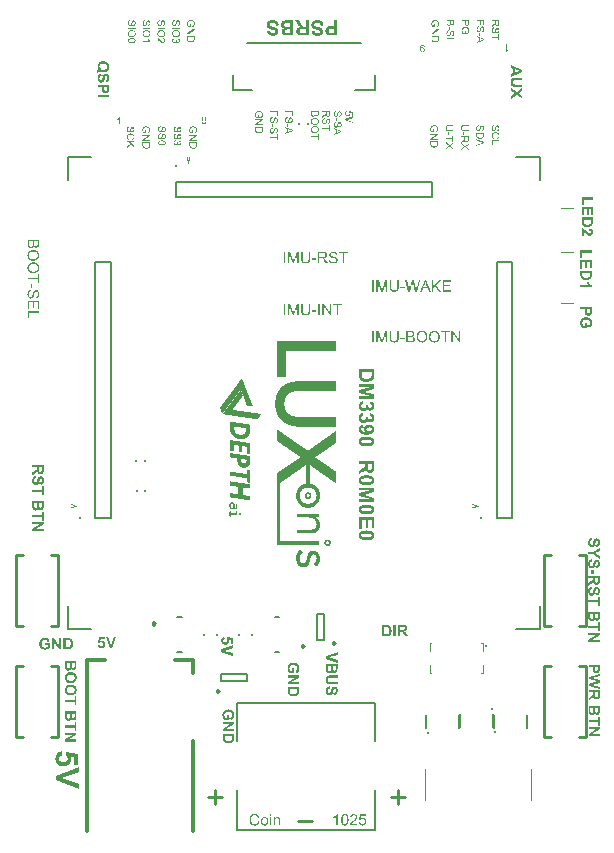
<source format=gto>
G04*
G04 #@! TF.GenerationSoftware,Altium Limited,Altium Designer,22.3.1 (43)*
G04*
G04 Layer_Color=65535*
%FSLAX44Y44*%
%MOMM*%
G71*
G04*
G04 #@! TF.SameCoordinates,1EA146FA-79B1-4300-8D41-9773874625C2*
G04*
G04*
G04 #@! TF.FilePolarity,Positive*
G04*
G01*
G75*
%ADD10C,0.2540*%
%ADD11C,0.2500*%
%ADD12C,0.2540*%
%ADD13C,0.2000*%
%ADD14C,0.1016*%
%ADD15C,0.1000*%
%ADD16C,0.1270*%
%ADD17C,0.3000*%
G36*
X277440Y414977D02*
X277374D01*
Y414911D01*
X234693D01*
Y392972D01*
X227047D01*
Y423022D01*
X277440D01*
Y414977D01*
D02*
G37*
G36*
X197571Y391435D02*
X197657D01*
Y391263D01*
X197743D01*
Y391006D01*
X197829D01*
Y390834D01*
X197914D01*
Y390577D01*
X198000D01*
Y390320D01*
X198086D01*
Y390148D01*
X198172D01*
Y389891D01*
X198257D01*
Y389720D01*
X198343D01*
Y389462D01*
X198429D01*
Y389291D01*
X198514D01*
Y389033D01*
X198600D01*
Y388862D01*
X198686D01*
Y388605D01*
X198772D01*
Y388433D01*
X198858D01*
Y388176D01*
X198943D01*
Y388004D01*
X199029D01*
Y387747D01*
X199115D01*
Y387490D01*
X199201D01*
Y387318D01*
X199286D01*
Y387061D01*
X199372D01*
Y386889D01*
X199458D01*
Y386632D01*
X199544D01*
Y386461D01*
X199629D01*
Y386203D01*
X199715D01*
Y386032D01*
X199801D01*
Y385775D01*
X199887D01*
Y385603D01*
X199972D01*
Y385346D01*
X200058D01*
Y385089D01*
X200144D01*
Y384917D01*
X200230D01*
Y384660D01*
X200315D01*
Y384488D01*
X200401D01*
Y384231D01*
X200487D01*
Y384060D01*
X200573D01*
Y383802D01*
X200658D01*
Y383631D01*
X200744D01*
Y383374D01*
X200830D01*
Y383202D01*
X200916D01*
Y382945D01*
X201001D01*
Y382773D01*
X201087D01*
Y382516D01*
X201173D01*
Y382259D01*
X201259D01*
Y382087D01*
X201345D01*
Y381830D01*
X201430D01*
Y381658D01*
X201516D01*
Y381401D01*
X201602D01*
Y381230D01*
X201688D01*
Y380972D01*
X201773D01*
Y380801D01*
X201859D01*
Y380544D01*
X201945D01*
Y380372D01*
X202031D01*
Y380115D01*
X202116D01*
Y379943D01*
X202202D01*
Y379686D01*
X202288D01*
Y379429D01*
X202374D01*
Y379257D01*
X202459D01*
Y379000D01*
X202545D01*
Y378829D01*
X202631D01*
Y378571D01*
X202717D01*
Y378400D01*
X202802D01*
Y378142D01*
X202888D01*
Y377971D01*
X202974D01*
Y377714D01*
X203060D01*
Y377542D01*
X203145D01*
Y377285D01*
X203231D01*
Y377028D01*
X203317D01*
Y376856D01*
X203403D01*
Y376599D01*
X203488D01*
Y376427D01*
X203574D01*
Y376170D01*
X203660D01*
Y375999D01*
X203746D01*
Y375741D01*
X203831D01*
Y375570D01*
X203917D01*
Y375312D01*
X204003D01*
Y375141D01*
X204089D01*
Y374884D01*
X204174D01*
Y374712D01*
X204260D01*
Y374455D01*
X204346D01*
Y374198D01*
X204432D01*
Y374026D01*
X204517D01*
Y373769D01*
X204603D01*
Y373597D01*
X204689D01*
Y373340D01*
X204775D01*
Y373169D01*
X204860D01*
Y372911D01*
X204946D01*
Y372740D01*
X205032D01*
Y372483D01*
X205118D01*
Y372311D01*
X205203D01*
Y372054D01*
X205289D01*
Y371882D01*
X205375D01*
Y371625D01*
X205461D01*
Y371368D01*
X205546D01*
Y371196D01*
X205632D01*
Y370939D01*
X205718D01*
Y370768D01*
X205804D01*
Y370510D01*
X205890D01*
Y370339D01*
X205975D01*
Y370081D01*
X206061D01*
Y369910D01*
X206147D01*
Y369653D01*
X206233D01*
Y369481D01*
X206318D01*
Y369224D01*
X206404D01*
Y368967D01*
X206490D01*
Y368795D01*
X206576D01*
Y368538D01*
X206661D01*
Y368366D01*
X206747D01*
Y368109D01*
X206833D01*
Y368023D01*
X206318D01*
Y368109D01*
X205718D01*
Y368195D01*
X205118D01*
Y368280D01*
X204517D01*
Y368366D01*
X203917D01*
Y368452D01*
X203317D01*
Y368538D01*
X202717D01*
Y368624D01*
X202116D01*
Y368709D01*
X201688D01*
Y368795D01*
X201602D01*
Y368967D01*
X201516D01*
Y369224D01*
X201430D01*
Y369395D01*
X201345D01*
Y369653D01*
X201259D01*
Y369910D01*
X201173D01*
Y370167D01*
X201087D01*
Y370424D01*
X201001D01*
Y370596D01*
X200916D01*
Y370853D01*
X200830D01*
Y371110D01*
X200744D01*
Y371368D01*
X200658D01*
Y371625D01*
X200573D01*
Y371796D01*
X200487D01*
Y372054D01*
X200401D01*
Y372311D01*
X200315D01*
Y372568D01*
X200230D01*
Y372826D01*
X200144D01*
Y372997D01*
X200058D01*
Y373254D01*
X199972D01*
Y373512D01*
X199887D01*
Y373769D01*
X199801D01*
Y374026D01*
X199715D01*
Y374198D01*
X199629D01*
Y374455D01*
X199544D01*
Y374712D01*
X199458D01*
Y374969D01*
X199372D01*
Y375227D01*
X199286D01*
Y375398D01*
X199201D01*
Y375656D01*
X199115D01*
Y375913D01*
X199029D01*
Y376170D01*
X198943D01*
Y376427D01*
X198858D01*
Y376599D01*
X198772D01*
Y376856D01*
X198686D01*
Y377113D01*
X198600D01*
Y377371D01*
X198514D01*
Y377628D01*
X198429D01*
Y377799D01*
X198343D01*
Y378057D01*
X198257D01*
Y378314D01*
X198172D01*
Y378571D01*
X198086D01*
Y378743D01*
X198000D01*
Y379000D01*
X197914D01*
Y379257D01*
X197829D01*
Y379515D01*
X197743D01*
Y379772D01*
X197657D01*
Y379943D01*
X197571D01*
Y380201D01*
X197486D01*
Y380458D01*
X197400D01*
Y380715D01*
X197314D01*
Y380972D01*
X197228D01*
Y381144D01*
X197143D01*
Y381401D01*
X197057D01*
Y381658D01*
X196971D01*
Y381916D01*
X196885D01*
Y382173D01*
X196799D01*
Y382345D01*
X196714D01*
Y382430D01*
X196542D01*
Y382345D01*
X196456D01*
Y382259D01*
X196371D01*
Y382173D01*
X196285D01*
Y382001D01*
X196199D01*
Y381916D01*
X196113D01*
Y381830D01*
X196028D01*
Y381658D01*
X195942D01*
Y381573D01*
X195856D01*
Y381487D01*
X195770D01*
Y381315D01*
X195685D01*
Y381230D01*
X195599D01*
Y381144D01*
X195513D01*
Y380972D01*
X195427D01*
Y380887D01*
X195342D01*
Y380801D01*
X195256D01*
Y380629D01*
X195170D01*
Y380544D01*
X195084D01*
Y380458D01*
X194999D01*
Y380286D01*
X194913D01*
Y380201D01*
X194827D01*
Y380115D01*
X194741D01*
Y379943D01*
X194655D01*
Y379858D01*
X194570D01*
Y379772D01*
X194484D01*
Y379600D01*
X194398D01*
Y379515D01*
X194312D01*
Y379429D01*
X194227D01*
Y379257D01*
X194141D01*
Y379171D01*
X194055D01*
Y379086D01*
X193969D01*
Y378914D01*
X193884D01*
Y378829D01*
X193798D01*
Y378743D01*
X193712D01*
Y378571D01*
X193626D01*
Y378485D01*
X193541D01*
Y378400D01*
X193455D01*
Y378228D01*
X193369D01*
Y378142D01*
X193283D01*
Y378057D01*
X193198D01*
Y377885D01*
X193112D01*
Y377799D01*
X193026D01*
Y377714D01*
X192940D01*
Y377542D01*
X192855D01*
Y377456D01*
X192769D01*
Y377371D01*
X192683D01*
Y377199D01*
X192597D01*
Y377113D01*
X192512D01*
Y377028D01*
X192426D01*
Y376856D01*
X192340D01*
Y376770D01*
X192254D01*
Y376685D01*
X192169D01*
Y376513D01*
X192083D01*
Y376427D01*
X191997D01*
Y376342D01*
X191911D01*
Y376170D01*
X191826D01*
Y376084D01*
X191740D01*
Y375999D01*
X191654D01*
Y375827D01*
X191568D01*
Y375741D01*
X191483D01*
Y375656D01*
X191397D01*
Y375484D01*
X191311D01*
Y375398D01*
X191225D01*
Y375312D01*
X191140D01*
Y375141D01*
X191054D01*
Y375055D01*
X190968D01*
Y374969D01*
X190882D01*
Y374798D01*
X190797D01*
Y374712D01*
X190711D01*
Y374627D01*
X190625D01*
Y374455D01*
X190539D01*
Y374369D01*
X190453D01*
Y374283D01*
X190368D01*
Y374112D01*
X190282D01*
Y374026D01*
X190196D01*
Y373940D01*
X190110D01*
Y373769D01*
X190025D01*
Y373683D01*
X189939D01*
Y373597D01*
X189853D01*
Y373426D01*
X189767D01*
Y373340D01*
X189682D01*
Y373254D01*
X189596D01*
Y373083D01*
X189510D01*
Y372997D01*
X189424D01*
Y372911D01*
X189339D01*
Y372740D01*
X189253D01*
Y372654D01*
X189167D01*
Y372568D01*
X189081D01*
Y372397D01*
X188996D01*
Y372311D01*
X188910D01*
Y372225D01*
X188824D01*
Y372054D01*
X188738D01*
Y371968D01*
X188653D01*
Y371882D01*
X188567D01*
Y371711D01*
X188481D01*
Y371625D01*
X188395D01*
Y371539D01*
X188310D01*
Y371368D01*
X188224D01*
Y371282D01*
X188138D01*
Y371196D01*
X188052D01*
Y371025D01*
X187967D01*
Y370939D01*
X187881D01*
Y370853D01*
X187795D01*
Y370682D01*
X187709D01*
Y370596D01*
X187624D01*
Y370510D01*
X187538D01*
Y370424D01*
X187452D01*
Y370253D01*
X187366D01*
Y370167D01*
X187281D01*
Y370081D01*
X187195D01*
Y369910D01*
X187109D01*
Y369824D01*
X187023D01*
Y369738D01*
X186938D01*
Y369567D01*
X186852D01*
Y369481D01*
X186766D01*
Y369395D01*
X186680D01*
Y369224D01*
X186595D01*
Y369138D01*
X186509D01*
Y369052D01*
X186423D01*
Y368881D01*
X186337D01*
Y368795D01*
X186252D01*
Y368709D01*
X186166D01*
Y368538D01*
X186080D01*
Y368452D01*
X185994D01*
Y368366D01*
X185908D01*
Y368195D01*
X185823D01*
Y368109D01*
X185737D01*
Y368023D01*
X185651D01*
Y367852D01*
X185565D01*
Y367766D01*
X185480D01*
Y367680D01*
X185394D01*
Y367509D01*
X185308D01*
Y367423D01*
X185222D01*
Y367337D01*
X185137D01*
Y367166D01*
X185051D01*
Y367080D01*
X184965D01*
Y366994D01*
X184879D01*
Y366823D01*
X184794D01*
Y366737D01*
X184708D01*
Y366651D01*
X184622D01*
Y366480D01*
X184536D01*
Y366394D01*
X184451D01*
Y366308D01*
X184365D01*
Y366137D01*
X184279D01*
Y366051D01*
X184193D01*
Y365965D01*
X184108D01*
Y365794D01*
X184022D01*
Y365708D01*
X183936D01*
Y365622D01*
X183850D01*
Y365451D01*
X183765D01*
Y365365D01*
X183679D01*
Y365279D01*
X183593D01*
Y365108D01*
X183507D01*
Y365022D01*
X183421D01*
Y364936D01*
X183336D01*
Y364765D01*
X183250D01*
Y364679D01*
X183164D01*
Y364593D01*
X183078D01*
Y364422D01*
X182993D01*
Y364336D01*
X182907D01*
Y364250D01*
X182821D01*
Y364078D01*
X182736D01*
Y363993D01*
X182650D01*
Y363907D01*
X182564D01*
Y363736D01*
X182478D01*
Y363650D01*
X182392D01*
Y363564D01*
X182307D01*
Y363392D01*
X182221D01*
Y363307D01*
X182135D01*
Y363221D01*
X182049D01*
Y363049D01*
X181964D01*
Y362964D01*
X181878D01*
Y362878D01*
X181792D01*
Y362706D01*
X181706D01*
Y362621D01*
X181621D01*
Y362535D01*
X181535D01*
Y362363D01*
X181449D01*
Y362278D01*
X181363D01*
Y362192D01*
X181278D01*
Y362020D01*
X181192D01*
Y361935D01*
X181106D01*
Y361849D01*
X181020D01*
Y361677D01*
X180935D01*
Y361592D01*
X180849D01*
Y361763D01*
X180763D01*
Y362020D01*
X180677D01*
Y362278D01*
X180592D01*
Y362535D01*
X180506D01*
Y362706D01*
X180420D01*
Y362964D01*
X180334D01*
Y363221D01*
X180249D01*
Y363478D01*
X180163D01*
Y363736D01*
X180077D01*
Y363993D01*
X179991D01*
Y364164D01*
X179905D01*
Y364422D01*
X179820D01*
Y364679D01*
X179734D01*
Y364936D01*
X179648D01*
Y365193D01*
X179562D01*
Y365451D01*
X179477D01*
Y365622D01*
X179391D01*
Y365879D01*
X179305D01*
Y366137D01*
X179219D01*
Y366394D01*
X179134D01*
Y366651D01*
X179048D01*
Y366994D01*
X179134D01*
Y367166D01*
X179219D01*
Y367252D01*
X179305D01*
Y367337D01*
X179391D01*
Y367509D01*
X179477D01*
Y367594D01*
X179562D01*
Y367680D01*
X179648D01*
Y367852D01*
X179734D01*
Y367938D01*
X179820D01*
Y368023D01*
X179905D01*
Y368195D01*
X179991D01*
Y368280D01*
X180077D01*
Y368366D01*
X180163D01*
Y368538D01*
X180249D01*
Y368624D01*
X180334D01*
Y368709D01*
X180420D01*
Y368881D01*
X180506D01*
Y368967D01*
X180592D01*
Y369052D01*
X180677D01*
Y369224D01*
X180763D01*
Y369310D01*
X180849D01*
Y369395D01*
X180935D01*
Y369567D01*
X181020D01*
Y369653D01*
X181106D01*
Y369738D01*
X181192D01*
Y369910D01*
X181278D01*
Y369996D01*
X181363D01*
Y370081D01*
X181449D01*
Y370253D01*
X181535D01*
Y370339D01*
X181621D01*
Y370424D01*
X181706D01*
Y370596D01*
X181792D01*
Y370682D01*
X181878D01*
Y370768D01*
X181964D01*
Y370939D01*
X182049D01*
Y371025D01*
X182135D01*
Y371196D01*
X182221D01*
Y371282D01*
X182307D01*
Y371368D01*
X182392D01*
Y371539D01*
X182478D01*
Y371625D01*
X182564D01*
Y371711D01*
X182650D01*
Y371882D01*
X182736D01*
Y371968D01*
X182821D01*
Y372054D01*
X182907D01*
Y372225D01*
X182993D01*
Y372311D01*
X183078D01*
Y372397D01*
X183164D01*
Y372568D01*
X183250D01*
Y372654D01*
X183336D01*
Y372740D01*
X183421D01*
Y372911D01*
X183507D01*
Y372997D01*
X183593D01*
Y373083D01*
X183679D01*
Y373254D01*
X183765D01*
Y373340D01*
X183850D01*
Y373426D01*
X183936D01*
Y373597D01*
X184022D01*
Y373683D01*
X184108D01*
Y373769D01*
X184193D01*
Y373940D01*
X184279D01*
Y374026D01*
X184365D01*
Y374112D01*
X184451D01*
Y374283D01*
X184536D01*
Y374369D01*
X184622D01*
Y374455D01*
X184708D01*
Y374627D01*
X184794D01*
Y374712D01*
X184879D01*
Y374798D01*
X184965D01*
Y374969D01*
X185051D01*
Y375055D01*
X185137D01*
Y375141D01*
X185222D01*
Y375312D01*
X185308D01*
Y375398D01*
X185394D01*
Y375484D01*
X185480D01*
Y375656D01*
X185565D01*
Y375741D01*
X185651D01*
Y375827D01*
X185737D01*
Y375999D01*
X185823D01*
Y376084D01*
X185908D01*
Y376170D01*
X185994D01*
Y376342D01*
X186080D01*
Y376427D01*
X186166D01*
Y376513D01*
X186252D01*
Y376685D01*
X186337D01*
Y376770D01*
X186423D01*
Y376856D01*
X186509D01*
Y377028D01*
X186595D01*
Y377113D01*
X186680D01*
Y377199D01*
X186766D01*
Y377371D01*
X186852D01*
Y377456D01*
X186938D01*
Y377542D01*
X187023D01*
Y377714D01*
X187109D01*
Y377799D01*
X187195D01*
Y377885D01*
X187281D01*
Y378057D01*
X187366D01*
Y378142D01*
X187452D01*
Y378228D01*
X187538D01*
Y378400D01*
X187624D01*
Y378485D01*
X187709D01*
Y378571D01*
X187795D01*
Y378743D01*
X187881D01*
Y378829D01*
X187967D01*
Y378914D01*
X188052D01*
Y379086D01*
X188138D01*
Y379171D01*
X188224D01*
Y379257D01*
X188310D01*
Y379429D01*
X188395D01*
Y379515D01*
X188481D01*
Y379600D01*
X188567D01*
Y379772D01*
X188653D01*
Y379858D01*
X188738D01*
Y379943D01*
X188824D01*
Y380115D01*
X188910D01*
Y380201D01*
X188996D01*
Y380286D01*
X189081D01*
Y380458D01*
X189167D01*
Y380544D01*
X189253D01*
Y380715D01*
X189339D01*
Y380801D01*
X189424D01*
Y380887D01*
X189510D01*
Y381058D01*
X189596D01*
Y381144D01*
X189682D01*
Y381230D01*
X189767D01*
Y381401D01*
X189853D01*
Y381487D01*
X189939D01*
Y381573D01*
X190025D01*
Y381744D01*
X190110D01*
Y381830D01*
X190196D01*
Y381916D01*
X190282D01*
Y382087D01*
X190368D01*
Y382173D01*
X190453D01*
Y382259D01*
X190539D01*
Y382430D01*
X190625D01*
Y382516D01*
X190711D01*
Y382602D01*
X190797D01*
Y382773D01*
X190882D01*
Y382859D01*
X190968D01*
Y382945D01*
X191054D01*
Y383116D01*
X191140D01*
Y383202D01*
X191225D01*
Y383288D01*
X191311D01*
Y383459D01*
X191397D01*
Y383545D01*
X191483D01*
Y383631D01*
X191568D01*
Y383802D01*
X191654D01*
Y383888D01*
X191740D01*
Y383974D01*
X191826D01*
Y384145D01*
X191911D01*
Y384231D01*
X191997D01*
Y384317D01*
X192083D01*
Y384488D01*
X192169D01*
Y384574D01*
X192254D01*
Y384660D01*
X192340D01*
Y384831D01*
X192426D01*
Y384917D01*
X192512D01*
Y385003D01*
X192597D01*
Y385174D01*
X192683D01*
Y385260D01*
X192769D01*
Y385346D01*
X192855D01*
Y385517D01*
X192940D01*
Y385603D01*
X193026D01*
Y385689D01*
X193112D01*
Y385860D01*
X193198D01*
Y385946D01*
X193283D01*
Y386032D01*
X193369D01*
Y386203D01*
X193455D01*
Y386289D01*
X193541D01*
Y386375D01*
X193626D01*
Y386547D01*
X193712D01*
Y386632D01*
X193798D01*
Y386718D01*
X193884D01*
Y386889D01*
X193969D01*
Y386975D01*
X194055D01*
Y387061D01*
X194141D01*
Y387233D01*
X194227D01*
Y387318D01*
X194312D01*
Y387404D01*
X194398D01*
Y387576D01*
X194484D01*
Y387661D01*
X194570D01*
Y387747D01*
X194655D01*
Y387919D01*
X194741D01*
Y388004D01*
X194827D01*
Y388090D01*
X194913D01*
Y388262D01*
X194999D01*
Y388347D01*
X195084D01*
Y388433D01*
X195170D01*
Y388605D01*
X195256D01*
Y388690D01*
X195342D01*
Y388776D01*
X195427D01*
Y388948D01*
X195513D01*
Y389033D01*
X195599D01*
Y389119D01*
X195685D01*
Y389291D01*
X195770D01*
Y389376D01*
X195856D01*
Y389462D01*
X195942D01*
Y389634D01*
X196028D01*
Y389720D01*
X196113D01*
Y389805D01*
X196199D01*
Y389977D01*
X196285D01*
Y390062D01*
X196371D01*
Y390148D01*
X196456D01*
Y390320D01*
X196542D01*
Y390406D01*
X196628D01*
Y390577D01*
X196714D01*
Y390663D01*
X196799D01*
Y390748D01*
X196885D01*
Y390920D01*
X196971D01*
Y391006D01*
X197057D01*
Y391092D01*
X197143D01*
Y391263D01*
X197228D01*
Y391349D01*
X197314D01*
Y391435D01*
X197400D01*
Y391606D01*
X197571D01*
Y391435D01*
D02*
G37*
G36*
X196628Y381487D02*
X196714D01*
Y381230D01*
X196799D01*
Y380972D01*
X196885D01*
Y380715D01*
X196971D01*
Y380458D01*
X197057D01*
Y380286D01*
X197143D01*
Y380029D01*
X197228D01*
Y379772D01*
X197314D01*
Y379515D01*
X197400D01*
Y379257D01*
X197486D01*
Y379086D01*
X197571D01*
Y378829D01*
X197657D01*
Y378571D01*
X197743D01*
Y378314D01*
X197829D01*
Y378057D01*
X197914D01*
Y377799D01*
X198000D01*
Y377628D01*
X198086D01*
Y377371D01*
X198172D01*
Y377113D01*
X198257D01*
Y376770D01*
X198172D01*
Y376685D01*
X198086D01*
Y376599D01*
X198000D01*
Y376427D01*
X197914D01*
Y376342D01*
X197829D01*
Y376256D01*
X197743D01*
Y376084D01*
X197657D01*
Y375999D01*
X197571D01*
Y375913D01*
X197486D01*
Y375741D01*
X197400D01*
Y375656D01*
X197314D01*
Y375570D01*
X197228D01*
Y375398D01*
X197143D01*
Y375312D01*
X197057D01*
Y375141D01*
X196971D01*
Y375055D01*
X196885D01*
Y374969D01*
X196799D01*
Y374798D01*
X196714D01*
Y374712D01*
X196628D01*
Y374627D01*
X196542D01*
Y374455D01*
X196456D01*
Y374369D01*
X196371D01*
Y374283D01*
X196285D01*
Y374112D01*
X196199D01*
Y374026D01*
X196113D01*
Y373940D01*
X196028D01*
Y373769D01*
X195942D01*
Y373683D01*
X195856D01*
Y373597D01*
X195770D01*
Y373426D01*
X195685D01*
Y373340D01*
X195599D01*
Y373254D01*
X195513D01*
Y373083D01*
X195427D01*
Y372997D01*
X195342D01*
Y372911D01*
X195256D01*
Y372740D01*
X195170D01*
Y372654D01*
X195084D01*
Y372568D01*
X194999D01*
Y372397D01*
X194913D01*
Y372311D01*
X194827D01*
Y372225D01*
X194741D01*
Y372054D01*
X194655D01*
Y371968D01*
X194570D01*
Y371882D01*
X194484D01*
Y371711D01*
X194398D01*
Y371625D01*
X194312D01*
Y371539D01*
X194227D01*
Y371368D01*
X194141D01*
Y371282D01*
X194055D01*
Y371110D01*
X193969D01*
Y371025D01*
X193884D01*
Y370939D01*
X193798D01*
Y370768D01*
X193712D01*
Y370682D01*
X193626D01*
Y370596D01*
X193541D01*
Y370424D01*
X193455D01*
Y370339D01*
X193369D01*
Y370253D01*
X193283D01*
Y370081D01*
X193198D01*
Y369996D01*
X193112D01*
Y369910D01*
X193026D01*
Y369738D01*
X192940D01*
Y369653D01*
X192855D01*
Y369567D01*
X192769D01*
Y369395D01*
X192683D01*
Y369310D01*
X192597D01*
Y369224D01*
X192512D01*
Y369052D01*
X192426D01*
Y368967D01*
X192340D01*
Y368881D01*
X192254D01*
Y368709D01*
X192169D01*
Y368624D01*
X192083D01*
Y368538D01*
X191997D01*
Y368366D01*
X191911D01*
Y368280D01*
X191826D01*
Y368195D01*
X191740D01*
Y368023D01*
X191654D01*
Y367938D01*
X191568D01*
Y367852D01*
X191483D01*
Y367680D01*
X191397D01*
Y367594D01*
X191311D01*
Y367423D01*
X191225D01*
Y367337D01*
X191140D01*
Y367252D01*
X191054D01*
Y367080D01*
X190968D01*
Y366994D01*
X190882D01*
Y366908D01*
X190797D01*
Y366737D01*
X190711D01*
Y366651D01*
X190625D01*
Y366565D01*
X190539D01*
Y366394D01*
X190453D01*
Y366308D01*
X190368D01*
Y366222D01*
X190282D01*
Y366051D01*
X190196D01*
Y365965D01*
X190110D01*
Y365879D01*
X190025D01*
Y365708D01*
X189939D01*
Y365622D01*
X189853D01*
Y365536D01*
X189767D01*
Y365365D01*
X189682D01*
Y365108D01*
X189767D01*
Y365022D01*
X190025D01*
Y364936D01*
X190625D01*
Y364850D01*
X191225D01*
Y364765D01*
X191826D01*
Y364679D01*
X192340D01*
Y364593D01*
X192940D01*
Y364507D01*
X193541D01*
Y364422D01*
X194141D01*
Y364336D01*
X194741D01*
Y364250D01*
X195256D01*
Y364164D01*
X195856D01*
Y364078D01*
X196456D01*
Y363993D01*
X197057D01*
Y363907D01*
X197657D01*
Y363821D01*
X198257D01*
Y363736D01*
X198772D01*
Y363650D01*
X199372D01*
Y363564D01*
X199972D01*
Y363478D01*
X200573D01*
Y363392D01*
X201173D01*
Y363307D01*
X201688D01*
Y363221D01*
X202288D01*
Y363135D01*
X202888D01*
Y363049D01*
X203488D01*
Y362964D01*
X204089D01*
Y362878D01*
X204603D01*
Y362792D01*
X205203D01*
Y362706D01*
X205804D01*
Y362621D01*
X206404D01*
Y362535D01*
X207004D01*
Y362449D01*
X207605D01*
Y362363D01*
X208119D01*
Y362278D01*
X208720D01*
Y362192D01*
X209320D01*
Y362106D01*
X209920D01*
Y362020D01*
X210520D01*
Y361935D01*
X211035D01*
Y361849D01*
X211635D01*
Y361763D01*
X212236D01*
Y361677D01*
X212836D01*
Y361592D01*
X213436D01*
Y361506D01*
X214036D01*
Y361334D01*
X213951D01*
Y361163D01*
X213865D01*
Y361077D01*
X213779D01*
Y360905D01*
X213693D01*
Y360820D01*
X213608D01*
Y360648D01*
X213522D01*
Y360563D01*
X213436D01*
Y360391D01*
X213350D01*
Y360305D01*
X213265D01*
Y360134D01*
X213179D01*
Y360048D01*
X213093D01*
Y359877D01*
X213007D01*
Y359791D01*
X212922D01*
Y359619D01*
X212836D01*
Y359533D01*
X212750D01*
Y359362D01*
X212664D01*
Y359276D01*
X212579D01*
Y359105D01*
X212493D01*
Y359019D01*
X212407D01*
Y358847D01*
X212321D01*
Y358762D01*
X212236D01*
Y358676D01*
X212150D01*
Y358504D01*
X212064D01*
Y358419D01*
X211978D01*
Y358247D01*
X211893D01*
Y358161D01*
X211807D01*
Y357990D01*
X211721D01*
Y357904D01*
X211635D01*
Y357733D01*
X211549D01*
Y357647D01*
X211464D01*
Y357475D01*
X211378D01*
Y357390D01*
X211292D01*
Y357218D01*
X211206D01*
Y357132D01*
X211121D01*
Y356961D01*
X210778D01*
Y357047D01*
X210263D01*
Y357132D01*
X209663D01*
Y357218D01*
X209062D01*
Y357304D01*
X208462D01*
Y357390D01*
X207948D01*
Y357475D01*
X207347D01*
Y357561D01*
X206747D01*
Y357647D01*
X206147D01*
Y357733D01*
X205546D01*
Y357818D01*
X205032D01*
Y357904D01*
X204432D01*
Y357990D01*
X203831D01*
Y358076D01*
X203231D01*
Y358161D01*
X202631D01*
Y358247D01*
X202116D01*
Y358333D01*
X201516D01*
Y358419D01*
X200916D01*
Y358504D01*
X200315D01*
Y358590D01*
X199715D01*
Y358676D01*
X199201D01*
Y358762D01*
X198600D01*
Y358847D01*
X198000D01*
Y358933D01*
X197400D01*
Y359019D01*
X196799D01*
Y359105D01*
X196285D01*
Y359190D01*
X195685D01*
Y359276D01*
X195084D01*
Y359362D01*
X194484D01*
Y359448D01*
X193969D01*
Y359533D01*
X193369D01*
Y359619D01*
X192769D01*
Y359705D01*
X192169D01*
Y359791D01*
X191568D01*
Y359877D01*
X191054D01*
Y359962D01*
X190453D01*
Y360048D01*
X189853D01*
Y360134D01*
X189253D01*
Y360219D01*
X188653D01*
Y360305D01*
X188138D01*
Y360391D01*
X187538D01*
Y360477D01*
X186938D01*
Y360563D01*
X186337D01*
Y360648D01*
X185737D01*
Y360734D01*
X185222D01*
Y360820D01*
X184622D01*
Y360905D01*
X184022D01*
Y360991D01*
X183421D01*
Y361077D01*
X182821D01*
Y361163D01*
X182307D01*
Y361249D01*
X181706D01*
Y361334D01*
X181192D01*
Y361420D01*
X181278D01*
Y361506D01*
X181363D01*
Y361592D01*
X181449D01*
Y361763D01*
X181535D01*
Y361849D01*
X181621D01*
Y361935D01*
X181706D01*
Y362106D01*
X181792D01*
Y362192D01*
X181878D01*
Y362278D01*
X181964D01*
Y362449D01*
X182049D01*
Y362535D01*
X182135D01*
Y362621D01*
X182221D01*
Y362792D01*
X182307D01*
Y362878D01*
X182392D01*
Y362964D01*
X182478D01*
Y363135D01*
X182564D01*
Y363221D01*
X182650D01*
Y363307D01*
X182736D01*
Y363478D01*
X182821D01*
Y363564D01*
X182907D01*
Y363650D01*
X182993D01*
Y363821D01*
X183078D01*
Y363907D01*
X183164D01*
Y363993D01*
X183250D01*
Y364164D01*
X183336D01*
Y364250D01*
X183421D01*
Y364336D01*
X183507D01*
Y364507D01*
X183593D01*
Y364593D01*
X183679D01*
Y364679D01*
X183765D01*
Y364850D01*
X183850D01*
Y364936D01*
X183936D01*
Y365022D01*
X184022D01*
Y365193D01*
X184108D01*
Y365279D01*
X184193D01*
Y365365D01*
X184279D01*
Y365536D01*
X184365D01*
Y365622D01*
X184451D01*
Y365708D01*
X184536D01*
Y365879D01*
X184622D01*
Y365965D01*
X184708D01*
Y366051D01*
X184794D01*
Y366222D01*
X184879D01*
Y366308D01*
X184965D01*
Y366394D01*
X185051D01*
Y366565D01*
X185137D01*
Y366651D01*
X185222D01*
Y366737D01*
X185308D01*
Y366908D01*
X185394D01*
Y366994D01*
X185480D01*
Y367080D01*
X185565D01*
Y367252D01*
X185651D01*
Y367337D01*
X185737D01*
Y367423D01*
X185823D01*
Y367594D01*
X185908D01*
Y367680D01*
X185994D01*
Y367766D01*
X186080D01*
Y367938D01*
X186166D01*
Y368023D01*
X186252D01*
Y368109D01*
X186337D01*
Y368280D01*
X186423D01*
Y368366D01*
X186509D01*
Y368452D01*
X186595D01*
Y368624D01*
X186680D01*
Y368709D01*
X186766D01*
Y368795D01*
X186852D01*
Y368967D01*
X186938D01*
Y369052D01*
X187023D01*
Y369138D01*
X187109D01*
Y369310D01*
X187195D01*
Y369395D01*
X187281D01*
Y369481D01*
X187366D01*
Y369653D01*
X187452D01*
Y369738D01*
X187538D01*
Y369824D01*
X187624D01*
Y369910D01*
X187709D01*
Y370081D01*
X187795D01*
Y370167D01*
X187881D01*
Y370253D01*
X187967D01*
Y370424D01*
X188052D01*
Y370510D01*
X188138D01*
Y370596D01*
X188224D01*
Y370768D01*
X188310D01*
Y370853D01*
X188395D01*
Y370939D01*
X188481D01*
Y371110D01*
X188567D01*
Y371196D01*
X188653D01*
Y371282D01*
X188738D01*
Y371454D01*
X188824D01*
Y371539D01*
X188910D01*
Y371625D01*
X188996D01*
Y371796D01*
X189081D01*
Y371882D01*
X189167D01*
Y371968D01*
X189253D01*
Y372140D01*
X189339D01*
Y372225D01*
X189424D01*
Y372311D01*
X189510D01*
Y372483D01*
X189596D01*
Y372568D01*
X189682D01*
Y372654D01*
X189767D01*
Y372826D01*
X189853D01*
Y372911D01*
X189939D01*
Y372997D01*
X190025D01*
Y373169D01*
X190110D01*
Y373254D01*
X190196D01*
Y373340D01*
X190282D01*
Y373512D01*
X190368D01*
Y373597D01*
X190453D01*
Y373683D01*
X190539D01*
Y373855D01*
X190625D01*
Y373940D01*
X190711D01*
Y374026D01*
X190797D01*
Y374198D01*
X190882D01*
Y374283D01*
X190968D01*
Y374369D01*
X191054D01*
Y374541D01*
X191140D01*
Y374627D01*
X191225D01*
Y374712D01*
X191311D01*
Y374884D01*
X191397D01*
Y374969D01*
X191483D01*
Y375055D01*
X191568D01*
Y375227D01*
X191654D01*
Y375312D01*
X191740D01*
Y375398D01*
X191826D01*
Y375570D01*
X191911D01*
Y375656D01*
X191997D01*
Y375741D01*
X192083D01*
Y375913D01*
X192169D01*
Y375999D01*
X192254D01*
Y376084D01*
X192340D01*
Y376256D01*
X192426D01*
Y376342D01*
X192512D01*
Y376427D01*
X192597D01*
Y376599D01*
X192683D01*
Y376685D01*
X192769D01*
Y376770D01*
X192855D01*
Y376942D01*
X192940D01*
Y377028D01*
X193026D01*
Y377113D01*
X193112D01*
Y377285D01*
X193198D01*
Y377371D01*
X193283D01*
Y377456D01*
X193369D01*
Y377628D01*
X193455D01*
Y377714D01*
X193541D01*
Y377799D01*
X193626D01*
Y377971D01*
X193712D01*
Y378057D01*
X193798D01*
Y378142D01*
X193884D01*
Y378314D01*
X193969D01*
Y378400D01*
X194055D01*
Y378485D01*
X194141D01*
Y378657D01*
X194227D01*
Y378743D01*
X194312D01*
Y378829D01*
X194398D01*
Y379000D01*
X194484D01*
Y379086D01*
X194570D01*
Y379171D01*
X194655D01*
Y379343D01*
X194741D01*
Y379429D01*
X194827D01*
Y379515D01*
X194913D01*
Y379686D01*
X194999D01*
Y379772D01*
X195084D01*
Y379858D01*
X195170D01*
Y380029D01*
X195256D01*
Y380115D01*
X195342D01*
Y380201D01*
X195427D01*
Y380372D01*
X195513D01*
Y380458D01*
X195599D01*
Y380544D01*
X195685D01*
Y380715D01*
X195770D01*
Y380801D01*
X195856D01*
Y380887D01*
X195942D01*
Y381058D01*
X196028D01*
Y381144D01*
X196113D01*
Y381230D01*
X196199D01*
Y381401D01*
X196285D01*
Y381487D01*
X196371D01*
Y381573D01*
X196456D01*
Y381744D01*
X196628D01*
Y381487D01*
D02*
G37*
G36*
X277440Y381271D02*
X246859D01*
Y381205D01*
X245463D01*
Y381138D01*
X244731D01*
Y381072D01*
X244133D01*
Y381005D01*
X243668D01*
Y380939D01*
X243269D01*
Y380872D01*
X242870D01*
Y380806D01*
X242471D01*
Y380739D01*
X242205D01*
Y380673D01*
X241873D01*
Y380606D01*
X241607D01*
Y380540D01*
X241341D01*
Y380474D01*
X241141D01*
Y380407D01*
X240875D01*
Y380341D01*
X240676D01*
Y380274D01*
X240476D01*
Y380208D01*
X240277D01*
Y380141D01*
X240144D01*
Y380075D01*
X239945D01*
Y380008D01*
X239812D01*
Y379942D01*
X239612D01*
Y379875D01*
X239479D01*
Y379809D01*
X239346D01*
Y379742D01*
X239147D01*
Y379676D01*
X239014D01*
Y379609D01*
X238881D01*
Y379543D01*
X238748D01*
Y379476D01*
X238615D01*
Y379410D01*
X238549D01*
Y379343D01*
X238416D01*
Y379277D01*
X238283D01*
Y379210D01*
X238150D01*
Y379144D01*
X238083D01*
Y379077D01*
X237950D01*
Y379011D01*
X237817D01*
Y378945D01*
X237751D01*
Y378878D01*
X237618D01*
Y378811D01*
X237551D01*
Y378745D01*
X237418D01*
Y378679D01*
X237352D01*
Y378612D01*
X237285D01*
Y378546D01*
X237152D01*
Y378479D01*
X237086D01*
Y378413D01*
X237019D01*
Y378346D01*
X236953D01*
Y378280D01*
X236820D01*
Y378213D01*
X236754D01*
Y378147D01*
X236687D01*
Y378080D01*
X236621D01*
Y378014D01*
X236554D01*
Y377947D01*
X236488D01*
Y377881D01*
X236421D01*
Y377814D01*
X236355D01*
Y377748D01*
X236288D01*
Y377681D01*
X236222D01*
Y377615D01*
X236155D01*
Y377548D01*
X236089D01*
Y377482D01*
X236022D01*
Y377415D01*
X235956D01*
Y377349D01*
X235889D01*
Y377282D01*
X235823D01*
Y377216D01*
X235756D01*
Y377149D01*
X235690D01*
Y377016D01*
X235623D01*
Y376950D01*
X235557D01*
Y376884D01*
X235490D01*
Y376751D01*
X235424D01*
Y376684D01*
X235357D01*
Y376618D01*
X235291D01*
Y376485D01*
X235224D01*
Y376418D01*
X235158D01*
Y376285D01*
X235091D01*
Y376219D01*
X235025D01*
Y376086D01*
X234958D01*
Y376019D01*
X234892D01*
Y375886D01*
X234825D01*
Y375753D01*
X234759D01*
Y375687D01*
X234693D01*
Y375554D01*
X234626D01*
Y375421D01*
X234560D01*
Y375288D01*
X234493D01*
Y375155D01*
X234427D01*
Y375022D01*
X234360D01*
Y374823D01*
X234294D01*
Y374690D01*
X234227D01*
Y374490D01*
X234161D01*
Y374357D01*
X234094D01*
Y374158D01*
X234028D01*
Y373958D01*
X233961D01*
Y373692D01*
X233895D01*
Y373427D01*
X233828D01*
Y373161D01*
X233762D01*
Y372828D01*
X233695D01*
Y372429D01*
X233629D01*
Y371964D01*
X233562D01*
Y371299D01*
X233496D01*
Y368773D01*
X233562D01*
Y368041D01*
X233629D01*
Y367643D01*
X233695D01*
Y367244D01*
X233762D01*
Y366911D01*
X233828D01*
Y366579D01*
X233895D01*
Y366379D01*
X233961D01*
Y366114D01*
X234028D01*
Y365914D01*
X234094D01*
Y365715D01*
X234161D01*
Y365515D01*
X234227D01*
Y365382D01*
X234294D01*
Y365183D01*
X234360D01*
Y365050D01*
X234427D01*
Y364917D01*
X234493D01*
Y364784D01*
X234560D01*
Y364651D01*
X234626D01*
Y364518D01*
X234693D01*
Y364385D01*
X234759D01*
Y364252D01*
X234825D01*
Y364186D01*
X234892D01*
Y364053D01*
X234958D01*
Y363920D01*
X235025D01*
Y363853D01*
X235091D01*
Y363720D01*
X235158D01*
Y363654D01*
X235224D01*
Y363521D01*
X235291D01*
Y363454D01*
X235357D01*
Y363388D01*
X235424D01*
Y363255D01*
X235490D01*
Y363188D01*
X235557D01*
Y363122D01*
X235623D01*
Y362989D01*
X235690D01*
Y362922D01*
X235756D01*
Y362856D01*
X235823D01*
Y362789D01*
X235889D01*
Y362723D01*
X235956D01*
Y362657D01*
X236022D01*
Y362590D01*
X236089D01*
Y362457D01*
X236155D01*
Y362391D01*
X236222D01*
Y362324D01*
X236288D01*
Y362258D01*
X236355D01*
Y362191D01*
X236421D01*
Y362125D01*
X236554D01*
Y362058D01*
X236621D01*
Y361992D01*
X236687D01*
Y361925D01*
X236754D01*
Y361859D01*
X236820D01*
Y361792D01*
X236887D01*
Y361726D01*
X236953D01*
Y361659D01*
X237086D01*
Y361593D01*
X237152D01*
Y361526D01*
X237219D01*
Y361460D01*
X237352D01*
Y361393D01*
X237418D01*
Y361327D01*
X237551D01*
Y361260D01*
X237618D01*
Y361194D01*
X237751D01*
Y361127D01*
X237817D01*
Y361061D01*
X237950D01*
Y360994D01*
X238017D01*
Y360928D01*
X238150D01*
Y360862D01*
X238283D01*
Y360795D01*
X238349D01*
Y360728D01*
X238482D01*
Y360662D01*
X238615D01*
Y360596D01*
X238748D01*
Y360529D01*
X238881D01*
Y360463D01*
X239014D01*
Y360396D01*
X239147D01*
Y360330D01*
X239280D01*
Y360263D01*
X239413D01*
Y360197D01*
X239612D01*
Y360130D01*
X239745D01*
Y360064D01*
X239878D01*
Y359997D01*
X240078D01*
Y359931D01*
X240277D01*
Y359864D01*
X240410D01*
Y359798D01*
X240676D01*
Y359731D01*
X240875D01*
Y359665D01*
X241075D01*
Y359598D01*
X241341D01*
Y359532D01*
X241540D01*
Y359465D01*
X241806D01*
Y359399D01*
X242139D01*
Y359332D01*
X242404D01*
Y359266D01*
X242803D01*
Y359199D01*
X243202D01*
Y359133D01*
X243601D01*
Y359067D01*
X244000D01*
Y359000D01*
X244598D01*
Y358933D01*
X245263D01*
Y358867D01*
X246393D01*
Y358801D01*
X277440D01*
Y350756D01*
X244665D01*
Y350823D01*
X243801D01*
Y350889D01*
X243136D01*
Y350956D01*
X242604D01*
Y351022D01*
X242072D01*
Y351089D01*
X241673D01*
Y351155D01*
X241274D01*
Y351222D01*
X240942D01*
Y351288D01*
X240609D01*
Y351355D01*
X240277D01*
Y351421D01*
X239945D01*
Y351488D01*
X239679D01*
Y351554D01*
X239413D01*
Y351621D01*
X239147D01*
Y351687D01*
X238881D01*
Y351754D01*
X238681D01*
Y351820D01*
X238416D01*
Y351886D01*
X238216D01*
Y351953D01*
X238017D01*
Y352019D01*
X237817D01*
Y352086D01*
X237618D01*
Y352152D01*
X237418D01*
Y352219D01*
X237219D01*
Y352285D01*
X237086D01*
Y352352D01*
X236887D01*
Y352418D01*
X236687D01*
Y352485D01*
X236554D01*
Y352551D01*
X236355D01*
Y352618D01*
X236222D01*
Y352684D01*
X236089D01*
Y352751D01*
X235956D01*
Y352817D01*
X235756D01*
Y352884D01*
X235623D01*
Y352950D01*
X235490D01*
Y353017D01*
X235357D01*
Y353083D01*
X235224D01*
Y353150D01*
X235091D01*
Y353216D01*
X234958D01*
Y353283D01*
X234825D01*
Y353349D01*
X234693D01*
Y353415D01*
X234626D01*
Y353482D01*
X234493D01*
Y353549D01*
X234360D01*
Y353615D01*
X234227D01*
Y353681D01*
X234161D01*
Y353748D01*
X234028D01*
Y353815D01*
X233895D01*
Y353881D01*
X233828D01*
Y353947D01*
X233695D01*
Y354014D01*
X233562D01*
Y354080D01*
X233496D01*
Y354147D01*
X233363D01*
Y354213D01*
X233297D01*
Y354280D01*
X233164D01*
Y354346D01*
X233097D01*
Y354413D01*
X233030D01*
Y354479D01*
X232898D01*
Y354546D01*
X232831D01*
Y354612D01*
X232698D01*
Y354679D01*
X232632D01*
Y354745D01*
X232565D01*
Y354812D01*
X232432D01*
Y354878D01*
X232366D01*
Y354945D01*
X232299D01*
Y355011D01*
X232166D01*
Y355078D01*
X232100D01*
Y355144D01*
X232033D01*
Y355210D01*
X231967D01*
Y355277D01*
X231834D01*
Y355344D01*
X231767D01*
Y355410D01*
X231701D01*
Y355476D01*
X231634D01*
Y355543D01*
X231568D01*
Y355609D01*
X231502D01*
Y355676D01*
X231435D01*
Y355742D01*
X231302D01*
Y355809D01*
X231236D01*
Y355875D01*
X231169D01*
Y355942D01*
X231103D01*
Y356008D01*
X231036D01*
Y356075D01*
X230970D01*
Y356141D01*
X230903D01*
Y356208D01*
X230837D01*
Y356274D01*
X230770D01*
Y356341D01*
X230704D01*
Y356407D01*
X230637D01*
Y356474D01*
X230571D01*
Y356540D01*
X230504D01*
Y356607D01*
X230438D01*
Y356673D01*
X230371D01*
Y356806D01*
X230305D01*
Y356873D01*
X230238D01*
Y356939D01*
X230172D01*
Y357006D01*
X230105D01*
Y357072D01*
X230039D01*
Y357138D01*
X229972D01*
Y357205D01*
X229906D01*
Y357338D01*
X229839D01*
Y357405D01*
X229773D01*
Y357471D01*
X229706D01*
Y357537D01*
X229640D01*
Y357670D01*
X229573D01*
Y357737D01*
X229507D01*
Y357803D01*
X229440D01*
Y357936D01*
X229374D01*
Y358003D01*
X229308D01*
Y358069D01*
X229241D01*
Y358202D01*
X229175D01*
Y358269D01*
X229108D01*
Y358402D01*
X229042D01*
Y358468D01*
X228975D01*
Y358601D01*
X228909D01*
Y358668D01*
X228842D01*
Y358801D01*
X228776D01*
Y358867D01*
X228709D01*
Y359000D01*
X228643D01*
Y359067D01*
X228576D01*
Y359199D01*
X228510D01*
Y359332D01*
X228443D01*
Y359399D01*
X228377D01*
Y359532D01*
X228310D01*
Y359665D01*
X228244D01*
Y359731D01*
X228177D01*
Y359864D01*
X228111D01*
Y359997D01*
X228044D01*
Y360130D01*
X227978D01*
Y360263D01*
X227911D01*
Y360396D01*
X227845D01*
Y360529D01*
X227778D01*
Y360662D01*
X227712D01*
Y360795D01*
X227645D01*
Y360928D01*
X227579D01*
Y361061D01*
X227513D01*
Y361194D01*
X227446D01*
Y361327D01*
X227380D01*
Y361526D01*
X227313D01*
Y361659D01*
X227247D01*
Y361859D01*
X227180D01*
Y361992D01*
X227114D01*
Y362191D01*
X227047D01*
Y362324D01*
X226981D01*
Y362523D01*
X226914D01*
Y362723D01*
X226848D01*
Y362922D01*
X226781D01*
Y363122D01*
X226715D01*
Y363388D01*
X226648D01*
Y363587D01*
X226582D01*
Y363853D01*
X226515D01*
Y364119D01*
X226449D01*
Y364385D01*
X226382D01*
Y364651D01*
X226316D01*
Y364983D01*
X226249D01*
Y365316D01*
X226183D01*
Y365715D01*
X226116D01*
Y366114D01*
X226050D01*
Y366645D01*
X225984D01*
Y367177D01*
X225917D01*
Y367975D01*
X225851D01*
Y369305D01*
X225784D01*
Y370701D01*
X225851D01*
Y372097D01*
X225917D01*
Y372828D01*
X225984D01*
Y373427D01*
X226050D01*
Y373892D01*
X226116D01*
Y374357D01*
X226183D01*
Y374690D01*
X226249D01*
Y375089D01*
X226316D01*
Y375421D01*
X226382D01*
Y375687D01*
X226449D01*
Y375953D01*
X226515D01*
Y376219D01*
X226582D01*
Y376485D01*
X226648D01*
Y376684D01*
X226715D01*
Y376884D01*
X226781D01*
Y377149D01*
X226848D01*
Y377349D01*
X226914D01*
Y377548D01*
X226981D01*
Y377681D01*
X227047D01*
Y377881D01*
X227114D01*
Y378080D01*
X227180D01*
Y378213D01*
X227247D01*
Y378413D01*
X227313D01*
Y378546D01*
X227380D01*
Y378679D01*
X227446D01*
Y378878D01*
X227513D01*
Y379011D01*
X227579D01*
Y379144D01*
X227645D01*
Y379277D01*
X227712D01*
Y379410D01*
X227778D01*
Y379543D01*
X227845D01*
Y379676D01*
X227911D01*
Y379809D01*
X227978D01*
Y379942D01*
X228044D01*
Y380075D01*
X228111D01*
Y380208D01*
X228177D01*
Y380274D01*
X228244D01*
Y380407D01*
X228310D01*
Y380540D01*
X228377D01*
Y380673D01*
X228443D01*
Y380739D01*
X228510D01*
Y380872D01*
X228576D01*
Y381005D01*
X228643D01*
Y381072D01*
X228709D01*
Y381205D01*
X228776D01*
Y381271D01*
X228842D01*
Y381404D01*
X228909D01*
Y381471D01*
X228975D01*
Y381604D01*
X229042D01*
Y381670D01*
X229108D01*
Y381803D01*
X229175D01*
Y381870D01*
X229241D01*
Y381936D01*
X229308D01*
Y382069D01*
X229374D01*
Y382136D01*
X229440D01*
Y382202D01*
X229507D01*
Y382335D01*
X229573D01*
Y382402D01*
X229640D01*
Y382468D01*
X229706D01*
Y382601D01*
X229773D01*
Y382667D01*
X229839D01*
Y382734D01*
X229906D01*
Y382800D01*
X229972D01*
Y382867D01*
X230039D01*
Y383000D01*
X230105D01*
Y383066D01*
X230172D01*
Y383133D01*
X230238D01*
Y383199D01*
X230305D01*
Y383266D01*
X230371D01*
Y383332D01*
X230438D01*
Y383399D01*
X230504D01*
Y383465D01*
X230571D01*
Y383598D01*
X230637D01*
Y383665D01*
X230704D01*
Y383731D01*
X230770D01*
Y383798D01*
X230837D01*
Y383864D01*
X230903D01*
Y383931D01*
X230970D01*
Y383997D01*
X231036D01*
Y384063D01*
X231103D01*
Y384130D01*
X231236D01*
Y384197D01*
X231302D01*
Y384263D01*
X231369D01*
Y384329D01*
X231435D01*
Y384396D01*
X231502D01*
Y384462D01*
X231568D01*
Y384529D01*
X231634D01*
Y384595D01*
X231701D01*
Y384662D01*
X231767D01*
Y384728D01*
X231900D01*
Y384795D01*
X231967D01*
Y384861D01*
X232033D01*
Y384928D01*
X232100D01*
Y384994D01*
X232233D01*
Y385061D01*
X232299D01*
Y385127D01*
X232366D01*
Y385194D01*
X232432D01*
Y385260D01*
X232565D01*
Y385327D01*
X232632D01*
Y385393D01*
X232765D01*
Y385460D01*
X232831D01*
Y385526D01*
X232898D01*
Y385593D01*
X233030D01*
Y385659D01*
X233097D01*
Y385726D01*
X233230D01*
Y385792D01*
X233297D01*
Y385858D01*
X233429D01*
Y385925D01*
X233496D01*
Y385992D01*
X233629D01*
Y386058D01*
X233695D01*
Y386124D01*
X233828D01*
Y386191D01*
X233961D01*
Y386257D01*
X234028D01*
Y386324D01*
X234161D01*
Y386390D01*
X234294D01*
Y386457D01*
X234360D01*
Y386523D01*
X234493D01*
Y386590D01*
X234626D01*
Y386656D01*
X234759D01*
Y386723D01*
X234892D01*
Y386789D01*
X235025D01*
Y386856D01*
X235158D01*
Y386922D01*
X235291D01*
Y386989D01*
X235357D01*
Y387055D01*
X235490D01*
Y387122D01*
X235690D01*
Y387188D01*
X235823D01*
Y387255D01*
X235956D01*
Y387321D01*
X236089D01*
Y387388D01*
X236288D01*
Y387454D01*
X236421D01*
Y387521D01*
X236554D01*
Y387587D01*
X236754D01*
Y387654D01*
X236887D01*
Y387720D01*
X237086D01*
Y387786D01*
X237285D01*
Y387853D01*
X237418D01*
Y387919D01*
X237618D01*
Y387986D01*
X237884D01*
Y388052D01*
X238083D01*
Y388119D01*
X238283D01*
Y388185D01*
X238482D01*
Y388252D01*
X238681D01*
Y388318D01*
X238947D01*
Y388385D01*
X239213D01*
Y388451D01*
X239479D01*
Y388518D01*
X239745D01*
Y388584D01*
X240011D01*
Y388651D01*
X240343D01*
Y388717D01*
X240676D01*
Y388784D01*
X241008D01*
Y388850D01*
X241341D01*
Y388917D01*
X241740D01*
Y388983D01*
X242205D01*
Y389050D01*
X242670D01*
Y389116D01*
X243269D01*
Y389183D01*
X243934D01*
Y389249D01*
X244931D01*
Y389316D01*
X277440D01*
Y381271D01*
D02*
G37*
G36*
X187795Y354903D02*
X188310D01*
Y354817D01*
X188910D01*
Y354731D01*
X189510D01*
Y354645D01*
X190110D01*
Y354560D01*
X190711D01*
Y354474D01*
X191225D01*
Y354388D01*
X191826D01*
Y354302D01*
X192426D01*
Y354217D01*
X193026D01*
Y354131D01*
X193626D01*
Y354045D01*
X194141D01*
Y353959D01*
X194741D01*
Y353874D01*
X195342D01*
Y353788D01*
X195942D01*
Y353702D01*
X196542D01*
Y353616D01*
X197143D01*
Y353531D01*
X197657D01*
Y353445D01*
X198257D01*
Y353359D01*
X198858D01*
Y353273D01*
X199458D01*
Y353187D01*
X200058D01*
Y353102D01*
X200573D01*
Y353016D01*
X201173D01*
Y352930D01*
X201773D01*
Y352845D01*
X202374D01*
Y352759D01*
X202974D01*
Y352673D01*
X203488D01*
Y352587D01*
X204089D01*
Y352501D01*
X204603D01*
Y348728D01*
Y348643D01*
Y347013D01*
X204517D01*
Y346499D01*
X204432D01*
Y346070D01*
X204346D01*
Y345727D01*
X204260D01*
Y345470D01*
X204174D01*
Y345126D01*
X204089D01*
Y344869D01*
X204003D01*
Y344698D01*
X203917D01*
Y344440D01*
X203831D01*
Y344269D01*
X203746D01*
Y344012D01*
X203660D01*
Y343840D01*
X203574D01*
Y343669D01*
X203488D01*
Y343583D01*
X203403D01*
Y343411D01*
X203317D01*
Y343240D01*
X203231D01*
Y343154D01*
X203145D01*
Y342983D01*
X203060D01*
Y342897D01*
X202974D01*
Y342811D01*
X202888D01*
Y342725D01*
X202802D01*
Y342640D01*
X202717D01*
Y342468D01*
X202631D01*
Y342382D01*
X202545D01*
Y342296D01*
X202459D01*
Y342211D01*
X202374D01*
Y342125D01*
X202288D01*
Y342039D01*
X202116D01*
Y341954D01*
X202031D01*
Y341868D01*
X201945D01*
Y341782D01*
X201859D01*
Y341696D01*
X201773D01*
Y341610D01*
X201602D01*
Y341525D01*
X201516D01*
Y341439D01*
X201345D01*
Y341353D01*
X201259D01*
Y341268D01*
X201087D01*
Y341182D01*
X200916D01*
Y341096D01*
X200830D01*
Y341010D01*
X200658D01*
Y340924D01*
X200487D01*
Y340839D01*
X200230D01*
Y340753D01*
X200058D01*
Y340667D01*
X199801D01*
Y340581D01*
X199544D01*
Y340496D01*
X199286D01*
Y340410D01*
X198943D01*
Y340324D01*
X198514D01*
Y340238D01*
X197914D01*
Y340153D01*
X195856D01*
Y340238D01*
X195170D01*
Y340324D01*
X194741D01*
Y340410D01*
X194312D01*
Y340496D01*
X193969D01*
Y340581D01*
X193712D01*
Y340667D01*
X193455D01*
Y340753D01*
X193198D01*
Y340839D01*
X193026D01*
Y340924D01*
X192855D01*
Y341010D01*
X192597D01*
Y341096D01*
X192426D01*
Y341182D01*
X192254D01*
Y341268D01*
X192083D01*
Y341353D01*
X191911D01*
Y341439D01*
X191826D01*
Y341525D01*
X191654D01*
Y341610D01*
X191483D01*
Y341696D01*
X191397D01*
Y341782D01*
X191225D01*
Y341868D01*
X191140D01*
Y341954D01*
X191054D01*
Y342039D01*
X190882D01*
Y342125D01*
X190797D01*
Y342211D01*
X190711D01*
Y342296D01*
X190539D01*
Y342382D01*
X190453D01*
Y342468D01*
X190368D01*
Y342554D01*
X190282D01*
Y342640D01*
X190196D01*
Y342725D01*
X190110D01*
Y342811D01*
X190025D01*
Y342897D01*
X189939D01*
Y342983D01*
X189853D01*
Y343068D01*
X189767D01*
Y343154D01*
X189682D01*
Y343240D01*
X189596D01*
Y343411D01*
X189510D01*
Y343497D01*
X189424D01*
Y343583D01*
X189339D01*
Y343669D01*
X189253D01*
Y343840D01*
X189167D01*
Y343926D01*
X189081D01*
Y344012D01*
X188996D01*
Y344183D01*
X188910D01*
Y344269D01*
X188824D01*
Y344440D01*
X188738D01*
Y344612D01*
X188653D01*
Y344698D01*
X188567D01*
Y344869D01*
X188481D01*
Y345041D01*
X188395D01*
Y345212D01*
X188310D01*
Y345384D01*
X188224D01*
Y345555D01*
X188138D01*
Y345812D01*
X188052D01*
Y345984D01*
X187967D01*
Y346241D01*
X187881D01*
Y346584D01*
X187795D01*
Y346927D01*
X187709D01*
Y347442D01*
X187624D01*
Y348128D01*
X187538D01*
Y354988D01*
X187795D01*
Y354903D01*
D02*
G37*
G36*
Y339381D02*
X188395D01*
Y339295D01*
X188910D01*
Y339209D01*
X189510D01*
Y339124D01*
X190110D01*
Y339038D01*
X190625D01*
Y338952D01*
X191225D01*
Y338866D01*
X191740D01*
Y338781D01*
X192340D01*
Y338695D01*
X192940D01*
Y338609D01*
X193455D01*
Y338523D01*
X194055D01*
Y338438D01*
X194570D01*
Y338352D01*
X195170D01*
Y338266D01*
X195770D01*
Y338180D01*
X196285D01*
Y338094D01*
X196885D01*
Y338009D01*
X197400D01*
Y337923D01*
X198000D01*
Y337837D01*
X198600D01*
Y337752D01*
X199115D01*
Y337666D01*
X199715D01*
Y337580D01*
X200230D01*
Y337494D01*
X200830D01*
Y337408D01*
X201430D01*
Y337323D01*
X201945D01*
Y337237D01*
X202545D01*
Y337151D01*
X203060D01*
Y337065D01*
X203660D01*
Y336980D01*
X204260D01*
Y336894D01*
X204603D01*
Y327632D01*
X204089D01*
Y327718D01*
X203488D01*
Y327804D01*
X202888D01*
Y327890D01*
X202374D01*
Y327975D01*
X201773D01*
Y328061D01*
X201516D01*
Y333807D01*
X201001D01*
Y333892D01*
X200401D01*
Y333978D01*
X199801D01*
Y334064D01*
X199286D01*
Y334150D01*
X198686D01*
Y334235D01*
X198086D01*
Y334321D01*
X197829D01*
Y328919D01*
X197486D01*
Y329004D01*
X196971D01*
Y329090D01*
X196371D01*
Y329176D01*
X195856D01*
Y329262D01*
X195342D01*
Y329347D01*
X194741D01*
Y334750D01*
X194655D01*
Y334836D01*
X194141D01*
Y334921D01*
X193541D01*
Y335007D01*
X193026D01*
Y335093D01*
X192426D01*
Y335179D01*
X191826D01*
Y335265D01*
X191311D01*
Y335350D01*
X190711D01*
Y335436D01*
X190625D01*
Y329862D01*
X190453D01*
Y329948D01*
X189939D01*
Y330033D01*
X189339D01*
Y330119D01*
X188738D01*
Y330205D01*
X188138D01*
Y330291D01*
X187538D01*
Y339467D01*
X187795D01*
Y339381D01*
D02*
G37*
G36*
X187881Y328318D02*
X188481D01*
Y328233D01*
X189081D01*
Y328147D01*
X189682D01*
Y328061D01*
X190282D01*
Y327975D01*
X190882D01*
Y327890D01*
X191483D01*
Y327804D01*
X192083D01*
Y327718D01*
X192683D01*
Y327632D01*
X193283D01*
Y327547D01*
X193798D01*
Y327461D01*
X194398D01*
Y327375D01*
X194999D01*
Y327289D01*
X195599D01*
Y327203D01*
X196199D01*
Y327118D01*
X196799D01*
Y327032D01*
X197400D01*
Y326946D01*
X198000D01*
Y326861D01*
X198600D01*
Y326775D01*
X199201D01*
Y326689D01*
X199801D01*
Y326603D01*
X200401D01*
Y326517D01*
X200916D01*
Y326432D01*
X201516D01*
Y326346D01*
X202116D01*
Y326260D01*
X202717D01*
Y326174D01*
X203317D01*
Y326089D01*
X203917D01*
Y326003D01*
X204517D01*
Y325917D01*
X204603D01*
Y321029D01*
X204517D01*
Y320429D01*
X204432D01*
Y320000D01*
X204346D01*
Y319657D01*
X204260D01*
Y319314D01*
X204174D01*
Y319142D01*
X204089D01*
Y318885D01*
X204003D01*
Y318714D01*
X203917D01*
Y318542D01*
X203831D01*
Y318371D01*
X203746D01*
Y318199D01*
X203660D01*
Y318028D01*
X203574D01*
Y317942D01*
X203488D01*
Y317770D01*
X203403D01*
Y317685D01*
X203317D01*
Y317599D01*
X203231D01*
Y317513D01*
X203145D01*
Y317427D01*
X203060D01*
Y317342D01*
X202974D01*
Y317256D01*
X202888D01*
Y317170D01*
X202802D01*
Y317084D01*
X202717D01*
Y316999D01*
X202631D01*
Y316913D01*
X202545D01*
Y316827D01*
X202374D01*
Y316741D01*
X202202D01*
Y316656D01*
X202116D01*
Y316570D01*
X201945D01*
Y316484D01*
X201773D01*
Y316398D01*
X201516D01*
Y316313D01*
X201259D01*
Y316227D01*
X201001D01*
Y316141D01*
X200658D01*
Y316055D01*
X200058D01*
Y315970D01*
X198429D01*
Y316055D01*
X197914D01*
Y316141D01*
X197571D01*
Y316227D01*
X197314D01*
Y316313D01*
X197057D01*
Y316398D01*
X196885D01*
Y316484D01*
X196714D01*
Y316570D01*
X196542D01*
Y316656D01*
X196371D01*
Y316741D01*
X196199D01*
Y316827D01*
X196028D01*
Y316913D01*
X195942D01*
Y316999D01*
X195770D01*
Y317084D01*
X195685D01*
Y317170D01*
X195599D01*
Y317256D01*
X195513D01*
Y317342D01*
X195427D01*
Y317427D01*
X195256D01*
Y317513D01*
X195170D01*
Y317599D01*
X195084D01*
Y317770D01*
X194999D01*
Y317856D01*
X194913D01*
Y317942D01*
X194827D01*
Y318028D01*
X194741D01*
Y318199D01*
X194655D01*
Y318285D01*
X194570D01*
Y318456D01*
X194484D01*
Y318628D01*
X194398D01*
Y318799D01*
X194312D01*
Y318971D01*
X194227D01*
Y319142D01*
X194141D01*
Y319314D01*
X194055D01*
Y319657D01*
X193969D01*
Y319914D01*
X193884D01*
Y320514D01*
X193798D01*
Y321544D01*
X193712D01*
Y323945D01*
X193369D01*
Y324030D01*
X192769D01*
Y324116D01*
X192169D01*
Y324202D01*
X191568D01*
Y324288D01*
X191054D01*
Y324374D01*
X190453D01*
Y324459D01*
X189853D01*
Y324545D01*
X189253D01*
Y324631D01*
X188653D01*
Y324717D01*
X188138D01*
Y324802D01*
X187538D01*
Y325403D01*
Y325488D01*
Y328404D01*
X187881D01*
Y328318D01*
D02*
G37*
G36*
X201688Y314083D02*
X202288D01*
Y313997D01*
X202974D01*
Y313911D01*
X203574D01*
Y313826D01*
X204174D01*
Y313740D01*
X204603D01*
Y303278D01*
X204003D01*
Y303363D01*
X203488D01*
Y303449D01*
X202888D01*
Y303535D01*
X202288D01*
Y303621D01*
X201688D01*
Y303706D01*
X201516D01*
Y307222D01*
X200916D01*
Y307308D01*
X200315D01*
Y307394D01*
X199801D01*
Y307480D01*
X199201D01*
Y307565D01*
X198600D01*
Y307651D01*
X198000D01*
Y307737D01*
X197400D01*
Y307823D01*
X196799D01*
Y307908D01*
X196285D01*
Y307994D01*
X195685D01*
Y308080D01*
X195084D01*
Y308166D01*
X194484D01*
Y308251D01*
X193884D01*
Y308337D01*
X193283D01*
Y308423D01*
X192769D01*
Y308509D01*
X192169D01*
Y308594D01*
X191568D01*
Y308680D01*
X190968D01*
Y308766D01*
X190368D01*
Y308852D01*
X189767D01*
Y308937D01*
X189253D01*
Y309023D01*
X188653D01*
Y309109D01*
X188052D01*
Y309195D01*
X187538D01*
Y312711D01*
X188052D01*
Y312625D01*
X188653D01*
Y312539D01*
X189253D01*
Y312453D01*
X189853D01*
Y312368D01*
X190453D01*
Y312282D01*
X191054D01*
Y312196D01*
X191654D01*
Y312111D01*
X192254D01*
Y312025D01*
X192855D01*
Y311939D01*
X193369D01*
Y311853D01*
X193969D01*
Y311767D01*
X194570D01*
Y311682D01*
X195170D01*
Y311596D01*
X195770D01*
Y311510D01*
X196371D01*
Y311424D01*
X196971D01*
Y311339D01*
X197571D01*
Y311253D01*
X198172D01*
Y311167D01*
X198772D01*
Y311081D01*
X199372D01*
Y310996D01*
X199887D01*
Y310910D01*
X200487D01*
Y310824D01*
X201087D01*
Y310738D01*
X201516D01*
Y314169D01*
X201688D01*
Y314083D01*
D02*
G37*
G36*
X227114Y348562D02*
X227180D01*
Y348496D01*
X227313D01*
Y348429D01*
X227380D01*
Y348363D01*
X227513D01*
Y348297D01*
X227579D01*
Y348230D01*
X227645D01*
Y348163D01*
X227778D01*
Y348097D01*
X227845D01*
Y348031D01*
X227978D01*
Y347964D01*
X228044D01*
Y347898D01*
X228177D01*
Y347831D01*
X228244D01*
Y347765D01*
X228377D01*
Y347698D01*
X228443D01*
Y347632D01*
X228510D01*
Y347565D01*
X228643D01*
Y347499D01*
X228709D01*
Y347432D01*
X228842D01*
Y347366D01*
X228909D01*
Y347299D01*
X229042D01*
Y347233D01*
X229108D01*
Y347166D01*
X229241D01*
Y347100D01*
X229308D01*
Y347033D01*
X229374D01*
Y346967D01*
X229507D01*
Y346900D01*
X229573D01*
Y346834D01*
X229706D01*
Y346767D01*
X229773D01*
Y346701D01*
X229906D01*
Y346634D01*
X229972D01*
Y346568D01*
X230105D01*
Y346502D01*
X230172D01*
Y346435D01*
X230305D01*
Y346368D01*
X230371D01*
Y346302D01*
X230438D01*
Y346236D01*
X230571D01*
Y346169D01*
X230637D01*
Y346103D01*
X230770D01*
Y346036D01*
X230837D01*
Y345970D01*
X230970D01*
Y345903D01*
X231036D01*
Y345837D01*
X231169D01*
Y345770D01*
X231236D01*
Y345704D01*
X231302D01*
Y345637D01*
X231435D01*
Y345571D01*
X231502D01*
Y345504D01*
X231634D01*
Y345438D01*
X231701D01*
Y345371D01*
X231834D01*
Y345305D01*
X231900D01*
Y345238D01*
X232033D01*
Y345172D01*
X232100D01*
Y345105D01*
X232166D01*
Y345039D01*
X232299D01*
Y344972D01*
X232366D01*
Y344906D01*
X232499D01*
Y344839D01*
X232565D01*
Y344773D01*
X232698D01*
Y344706D01*
X232765D01*
Y344640D01*
X232898D01*
Y344574D01*
X232964D01*
Y344507D01*
X233030D01*
Y344441D01*
X233164D01*
Y344374D01*
X233230D01*
Y344308D01*
X233363D01*
Y344241D01*
X233429D01*
Y344175D01*
X233562D01*
Y344108D01*
X233629D01*
Y344042D01*
X233762D01*
Y343975D01*
X233828D01*
Y343909D01*
X233895D01*
Y343842D01*
X234028D01*
Y343776D01*
X234094D01*
Y343709D01*
X234227D01*
Y343643D01*
X234294D01*
Y343576D01*
X234427D01*
Y343510D01*
X234493D01*
Y343443D01*
X234626D01*
Y343377D01*
X234693D01*
Y343310D01*
X234759D01*
Y343244D01*
X234892D01*
Y343177D01*
X234958D01*
Y343111D01*
X235091D01*
Y343044D01*
X235158D01*
Y342978D01*
X235291D01*
Y342911D01*
X235357D01*
Y342845D01*
X235490D01*
Y342779D01*
X235557D01*
Y342712D01*
X235623D01*
Y342645D01*
X235756D01*
Y342579D01*
X235823D01*
Y342513D01*
X235956D01*
Y342446D01*
X236022D01*
Y342380D01*
X236155D01*
Y342313D01*
X236222D01*
Y342247D01*
X236355D01*
Y342180D01*
X236421D01*
Y342114D01*
X236488D01*
Y342047D01*
X236621D01*
Y341981D01*
X236687D01*
Y341914D01*
X236820D01*
Y341848D01*
X236887D01*
Y341781D01*
X237019D01*
Y341715D01*
X237086D01*
Y341648D01*
X237219D01*
Y341582D01*
X237285D01*
Y341515D01*
X237352D01*
Y341449D01*
X237485D01*
Y341382D01*
X237551D01*
Y341316D01*
X237684D01*
Y341249D01*
X237751D01*
Y341183D01*
X237884D01*
Y341116D01*
X237950D01*
Y341050D01*
X238083D01*
Y340984D01*
X238150D01*
Y340917D01*
X238283D01*
Y340851D01*
X238349D01*
Y340784D01*
X238416D01*
Y340718D01*
X238549D01*
Y340651D01*
X238615D01*
Y340585D01*
X238748D01*
Y340518D01*
X238814D01*
Y340452D01*
X238947D01*
Y340385D01*
X239014D01*
Y340319D01*
X239147D01*
Y340252D01*
X239213D01*
Y340186D01*
X239280D01*
Y340119D01*
X239413D01*
Y340053D01*
X239479D01*
Y339986D01*
X239612D01*
Y339920D01*
X239679D01*
Y339853D01*
X239812D01*
Y339787D01*
X239878D01*
Y339720D01*
X240011D01*
Y339654D01*
X240078D01*
Y339587D01*
X240144D01*
Y339521D01*
X240277D01*
Y339454D01*
X240343D01*
Y339388D01*
X240476D01*
Y339322D01*
X240543D01*
Y339255D01*
X240676D01*
Y339188D01*
X240742D01*
Y339122D01*
X240875D01*
Y339056D01*
X240942D01*
Y338989D01*
X241008D01*
Y338923D01*
X241141D01*
Y338856D01*
X241208D01*
Y338790D01*
X241341D01*
Y338723D01*
X241407D01*
Y338657D01*
X241540D01*
Y338590D01*
X241607D01*
Y338524D01*
X241740D01*
Y338457D01*
X241806D01*
Y338391D01*
X241873D01*
Y338324D01*
X242006D01*
Y338258D01*
X242072D01*
Y338191D01*
X242205D01*
Y338125D01*
X242271D01*
Y338058D01*
X242404D01*
Y337992D01*
X242471D01*
Y337925D01*
X242604D01*
Y337859D01*
X242670D01*
Y337792D01*
X242737D01*
Y337726D01*
X242870D01*
Y337659D01*
X242936D01*
Y337593D01*
X243069D01*
Y337527D01*
X243136D01*
Y337460D01*
X243269D01*
Y337393D01*
X243335D01*
Y337327D01*
X243468D01*
Y337261D01*
X243535D01*
Y337194D01*
X243601D01*
Y337128D01*
X243734D01*
Y337061D01*
X243801D01*
Y336995D01*
X243934D01*
Y336928D01*
X244000D01*
Y336862D01*
X244133D01*
Y336795D01*
X244199D01*
Y336729D01*
X244332D01*
Y336662D01*
X244399D01*
Y336596D01*
X244465D01*
Y336529D01*
X244598D01*
Y336463D01*
X244665D01*
Y336396D01*
X244798D01*
Y336330D01*
X244864D01*
Y336263D01*
X244997D01*
Y336197D01*
X245064D01*
Y336130D01*
X245197D01*
Y336064D01*
X245263D01*
Y335997D01*
X245396D01*
Y335931D01*
X245463D01*
Y335864D01*
X245529D01*
Y335798D01*
X245662D01*
Y335732D01*
X245728D01*
Y335665D01*
X245861D01*
Y335598D01*
X245928D01*
Y335532D01*
X246061D01*
Y335466D01*
X246127D01*
Y335399D01*
X246260D01*
Y335333D01*
X246327D01*
Y335266D01*
X246393D01*
Y335200D01*
X246526D01*
Y335133D01*
X246593D01*
Y335067D01*
X246726D01*
Y335000D01*
X246792D01*
Y334934D01*
X246925D01*
Y334867D01*
X246992D01*
Y334801D01*
X247125D01*
Y334734D01*
X247191D01*
Y334668D01*
X247258D01*
Y334601D01*
X247390D01*
Y334535D01*
X247457D01*
Y334468D01*
X247590D01*
Y334402D01*
X247656D01*
Y334335D01*
X247789D01*
Y334269D01*
X247856D01*
Y334202D01*
X247989D01*
Y334136D01*
X248055D01*
Y334069D01*
X248122D01*
Y334003D01*
X248255D01*
Y333937D01*
X248321D01*
Y333870D01*
X248454D01*
Y333803D01*
X248521D01*
Y333737D01*
X248654D01*
Y333671D01*
X248720D01*
Y333604D01*
X248853D01*
Y333538D01*
X248920D01*
Y333471D01*
X248986D01*
Y333405D01*
X249119D01*
Y333338D01*
X249186D01*
Y333272D01*
X249319D01*
Y333205D01*
X249385D01*
Y333139D01*
X249518D01*
Y333072D01*
X249584D01*
Y333006D01*
X249717D01*
Y332939D01*
X249784D01*
Y332873D01*
X249850D01*
Y332806D01*
X249983D01*
Y332740D01*
X250050D01*
Y332673D01*
X250183D01*
Y332607D01*
X250249D01*
Y332540D01*
X250382D01*
Y332474D01*
X250449D01*
Y332407D01*
X250582D01*
Y332341D01*
X250648D01*
Y332274D01*
X250715D01*
Y332208D01*
X250848D01*
Y332141D01*
X250914D01*
Y332075D01*
X251047D01*
Y332009D01*
X251113D01*
Y331942D01*
X251246D01*
Y331875D01*
X251313D01*
Y331809D01*
X251446D01*
Y331743D01*
X251512D01*
Y331676D01*
X251579D01*
Y331610D01*
X251712D01*
Y331543D01*
X251778D01*
Y331477D01*
X251911D01*
Y331410D01*
X251978D01*
Y331344D01*
X252111D01*
Y331277D01*
X252177D01*
Y331211D01*
X252310D01*
Y331144D01*
X252377D01*
Y331078D01*
X252443D01*
Y331011D01*
X252576D01*
Y330945D01*
X252643D01*
Y330878D01*
X252775D01*
Y330812D01*
X252842D01*
Y330745D01*
X252975D01*
Y330679D01*
X253041D01*
Y330612D01*
X253174D01*
Y330546D01*
X253241D01*
Y330479D01*
X253374D01*
Y330413D01*
X253440D01*
Y330346D01*
X253573D01*
Y330413D01*
X253640D01*
Y330479D01*
X253773D01*
Y330546D01*
X253839D01*
Y330612D01*
X253972D01*
Y330679D01*
X254039D01*
Y330745D01*
X254105D01*
Y330812D01*
X254238D01*
Y330878D01*
X254305D01*
Y330945D01*
X254438D01*
Y331011D01*
X254504D01*
Y331078D01*
X254571D01*
Y331144D01*
X254704D01*
Y331211D01*
X254770D01*
Y331277D01*
X254903D01*
Y331344D01*
X254969D01*
Y331410D01*
X255036D01*
Y331477D01*
X255169D01*
Y331543D01*
X255235D01*
Y331610D01*
X255368D01*
Y331676D01*
X255435D01*
Y331743D01*
X255501D01*
Y331809D01*
X255634D01*
Y331875D01*
X255701D01*
Y331942D01*
X255834D01*
Y332009D01*
X255900D01*
Y332075D01*
X256033D01*
Y332141D01*
X256100D01*
Y332208D01*
X256166D01*
Y332274D01*
X256299D01*
Y332341D01*
X256366D01*
Y332407D01*
X256499D01*
Y332474D01*
X256565D01*
Y332540D01*
X256632D01*
Y332607D01*
X256764D01*
Y332673D01*
X256831D01*
Y332740D01*
X256964D01*
Y332806D01*
X257030D01*
Y332873D01*
X257097D01*
Y332939D01*
X257230D01*
Y333006D01*
X257296D01*
Y333072D01*
X257429D01*
Y333139D01*
X257496D01*
Y333205D01*
X257562D01*
Y333272D01*
X257695D01*
Y333338D01*
X257762D01*
Y333405D01*
X257895D01*
Y333471D01*
X257961D01*
Y333538D01*
X258028D01*
Y333604D01*
X258160D01*
Y333671D01*
X258227D01*
Y333737D01*
X258360D01*
Y333803D01*
X258426D01*
Y333870D01*
X258493D01*
Y333937D01*
X258626D01*
Y334003D01*
X258692D01*
Y334069D01*
X258825D01*
Y334136D01*
X258892D01*
Y334202D01*
X259025D01*
Y334269D01*
X259091D01*
Y334335D01*
X259158D01*
Y334402D01*
X259291D01*
Y334468D01*
X259357D01*
Y334535D01*
X259490D01*
Y334601D01*
X259557D01*
Y334668D01*
X259623D01*
Y334734D01*
X259756D01*
Y334801D01*
X259823D01*
Y334867D01*
X259956D01*
Y334934D01*
X260022D01*
Y335000D01*
X260089D01*
Y335067D01*
X260222D01*
Y335133D01*
X260288D01*
Y335200D01*
X260421D01*
Y335266D01*
X260487D01*
Y335333D01*
X260554D01*
Y335399D01*
X260687D01*
Y335466D01*
X260753D01*
Y335532D01*
X260886D01*
Y335598D01*
X260953D01*
Y335665D01*
X261019D01*
Y335732D01*
X261152D01*
Y335798D01*
X261219D01*
Y335864D01*
X261352D01*
Y335931D01*
X261418D01*
Y335997D01*
X261551D01*
Y336064D01*
X261618D01*
Y336130D01*
X261684D01*
Y336197D01*
X261817D01*
Y336263D01*
X261884D01*
Y336330D01*
X262017D01*
Y336396D01*
X262083D01*
Y336463D01*
X262149D01*
Y336529D01*
X262282D01*
Y336596D01*
X262349D01*
Y336662D01*
X262482D01*
Y336729D01*
X262548D01*
Y336795D01*
X262615D01*
Y336862D01*
X262748D01*
Y336928D01*
X262814D01*
Y336995D01*
X262947D01*
Y337061D01*
X263014D01*
Y337128D01*
X263080D01*
Y337194D01*
X263213D01*
Y337261D01*
X263280D01*
Y337327D01*
X263413D01*
Y337393D01*
X263479D01*
Y337460D01*
X263545D01*
Y337527D01*
X263678D01*
Y337593D01*
X263745D01*
Y337659D01*
X263878D01*
Y337726D01*
X263944D01*
Y337792D01*
X264077D01*
Y337859D01*
X264144D01*
Y337925D01*
X264210D01*
Y337992D01*
X264343D01*
Y338058D01*
X264410D01*
Y338125D01*
X264543D01*
Y338191D01*
X264609D01*
Y338258D01*
X264676D01*
Y338324D01*
X264809D01*
Y338391D01*
X264875D01*
Y338457D01*
X265008D01*
Y338524D01*
X265075D01*
Y338590D01*
X265141D01*
Y338657D01*
X265274D01*
Y338723D01*
X265341D01*
Y338790D01*
X265473D01*
Y338856D01*
X265540D01*
Y338923D01*
X265606D01*
Y338989D01*
X265739D01*
Y339056D01*
X265806D01*
Y339122D01*
X265939D01*
Y339188D01*
X266005D01*
Y339255D01*
X266072D01*
Y339322D01*
X266205D01*
Y339388D01*
X266271D01*
Y339454D01*
X266404D01*
Y339521D01*
X266471D01*
Y339587D01*
X266604D01*
Y339654D01*
X266670D01*
Y339720D01*
X266737D01*
Y339787D01*
X266870D01*
Y339853D01*
X266936D01*
Y339920D01*
X267069D01*
Y339986D01*
X267136D01*
Y340053D01*
X267202D01*
Y340119D01*
X267335D01*
Y340186D01*
X267402D01*
Y340252D01*
X267534D01*
Y340319D01*
X267601D01*
Y340385D01*
X267667D01*
Y340452D01*
X267800D01*
Y340518D01*
X267867D01*
Y340585D01*
X268000D01*
Y340651D01*
X268066D01*
Y340718D01*
X268133D01*
Y340784D01*
X268266D01*
Y340851D01*
X268332D01*
Y340917D01*
X268465D01*
Y340984D01*
X268532D01*
Y341050D01*
X268598D01*
Y341116D01*
X268731D01*
Y341183D01*
X268798D01*
Y341249D01*
X268931D01*
Y341316D01*
X268997D01*
Y341382D01*
X269063D01*
Y341449D01*
X269196D01*
Y341515D01*
X269263D01*
Y341582D01*
X269396D01*
Y341648D01*
X269462D01*
Y341715D01*
X269595D01*
Y341781D01*
X269662D01*
Y341848D01*
X269728D01*
Y341914D01*
X269861D01*
Y341981D01*
X269928D01*
Y342047D01*
X270061D01*
Y342114D01*
X270127D01*
Y342180D01*
X270194D01*
Y342247D01*
X270327D01*
Y342313D01*
X270393D01*
Y342380D01*
X270526D01*
Y342446D01*
X270593D01*
Y342513D01*
X270659D01*
Y342579D01*
X270792D01*
Y342645D01*
X270858D01*
Y342712D01*
X270991D01*
Y342779D01*
X271058D01*
Y342845D01*
X271124D01*
Y342911D01*
X271257D01*
Y342978D01*
X271324D01*
Y343044D01*
X271457D01*
Y343111D01*
X271523D01*
Y343177D01*
X271590D01*
Y343244D01*
X271723D01*
Y343310D01*
X271789D01*
Y343377D01*
X271922D01*
Y343443D01*
X271989D01*
Y343510D01*
X272122D01*
Y343576D01*
X272188D01*
Y343643D01*
X272255D01*
Y343709D01*
X272388D01*
Y343776D01*
X272454D01*
Y343842D01*
X272587D01*
Y343909D01*
X272654D01*
Y343975D01*
X272720D01*
Y344042D01*
X272853D01*
Y344108D01*
X272919D01*
Y344175D01*
X273052D01*
Y344241D01*
X273119D01*
Y344308D01*
X273185D01*
Y344374D01*
X273318D01*
Y344441D01*
X273385D01*
Y344507D01*
X273518D01*
Y344574D01*
X273584D01*
Y344640D01*
X273651D01*
Y344706D01*
X273784D01*
Y344773D01*
X273850D01*
Y344839D01*
X273983D01*
Y344906D01*
X274050D01*
Y344972D01*
X274116D01*
Y345039D01*
X274249D01*
Y345105D01*
X274316D01*
Y345172D01*
X274449D01*
Y345238D01*
X274515D01*
Y345305D01*
X274648D01*
Y345371D01*
X274714D01*
Y345438D01*
X274781D01*
Y345504D01*
X274914D01*
Y345571D01*
X274980D01*
Y345637D01*
X275113D01*
Y345704D01*
X275180D01*
Y345770D01*
X275246D01*
Y345837D01*
X275379D01*
Y345903D01*
X275446D01*
Y345970D01*
X275579D01*
Y346036D01*
X275645D01*
Y346103D01*
X275712D01*
Y346169D01*
X275845D01*
Y346236D01*
X275911D01*
Y346302D01*
X276044D01*
Y346368D01*
X276111D01*
Y346435D01*
X276177D01*
Y346502D01*
X276310D01*
Y346568D01*
X276376D01*
Y346634D01*
X276509D01*
Y346701D01*
X276576D01*
Y346767D01*
X276642D01*
Y346834D01*
X276775D01*
Y346900D01*
X276842D01*
Y346967D01*
X276975D01*
Y347033D01*
X277041D01*
Y347100D01*
X277174D01*
Y347166D01*
X277241D01*
Y347233D01*
X277307D01*
Y347299D01*
X277440D01*
Y337061D01*
X277374D01*
Y336995D01*
X277241D01*
Y336928D01*
X277174D01*
Y336862D01*
X277041D01*
Y336795D01*
X276975D01*
Y336729D01*
X276908D01*
Y336662D01*
X276775D01*
Y336596D01*
X276709D01*
Y336529D01*
X276576D01*
Y336463D01*
X276509D01*
Y336396D01*
X276376D01*
Y336330D01*
X276310D01*
Y336263D01*
X276177D01*
Y336197D01*
X276111D01*
Y336130D01*
X276044D01*
Y336064D01*
X275911D01*
Y335997D01*
X275845D01*
Y335931D01*
X275712D01*
Y335864D01*
X275645D01*
Y335798D01*
X275512D01*
Y335732D01*
X275446D01*
Y335665D01*
X275313D01*
Y335598D01*
X275246D01*
Y335532D01*
X275113D01*
Y335466D01*
X275047D01*
Y335399D01*
X274980D01*
Y335333D01*
X274847D01*
Y335266D01*
X274781D01*
Y335200D01*
X274648D01*
Y335133D01*
X274582D01*
Y335067D01*
X274449D01*
Y335000D01*
X274382D01*
Y334934D01*
X274249D01*
Y334867D01*
X274183D01*
Y334801D01*
X274116D01*
Y334734D01*
X273983D01*
Y334668D01*
X273917D01*
Y334601D01*
X273784D01*
Y334535D01*
X273717D01*
Y334468D01*
X273584D01*
Y334402D01*
X273518D01*
Y334335D01*
X273385D01*
Y334269D01*
X273318D01*
Y334202D01*
X273185D01*
Y334136D01*
X273119D01*
Y334069D01*
X273052D01*
Y334003D01*
X272919D01*
Y333937D01*
X272853D01*
Y333870D01*
X272720D01*
Y333803D01*
X272654D01*
Y333737D01*
X272521D01*
Y333671D01*
X272454D01*
Y333604D01*
X272321D01*
Y333538D01*
X272255D01*
Y333471D01*
X272122D01*
Y333405D01*
X272055D01*
Y333338D01*
X271989D01*
Y333272D01*
X271856D01*
Y333205D01*
X271789D01*
Y333139D01*
X271656D01*
Y333072D01*
X271590D01*
Y333006D01*
X271457D01*
Y332939D01*
X271390D01*
Y332873D01*
X271257D01*
Y332806D01*
X271191D01*
Y332740D01*
X271124D01*
Y332673D01*
X270991D01*
Y332607D01*
X270925D01*
Y332540D01*
X270792D01*
Y332474D01*
X270725D01*
Y332407D01*
X270593D01*
Y332341D01*
X270526D01*
Y332274D01*
X270393D01*
Y332208D01*
X270327D01*
Y332141D01*
X270194D01*
Y332075D01*
X270127D01*
Y332009D01*
X270061D01*
Y331942D01*
X269928D01*
Y331875D01*
X269861D01*
Y331809D01*
X269728D01*
Y331743D01*
X269662D01*
Y331676D01*
X269529D01*
Y331610D01*
X269462D01*
Y331543D01*
X269329D01*
Y331477D01*
X269263D01*
Y331410D01*
X269196D01*
Y331344D01*
X269063D01*
Y331277D01*
X268997D01*
Y331211D01*
X268864D01*
Y331144D01*
X268798D01*
Y331078D01*
X268665D01*
Y331011D01*
X268598D01*
Y330945D01*
X268465D01*
Y330878D01*
X268399D01*
Y330812D01*
X268266D01*
Y330745D01*
X268199D01*
Y330679D01*
X268133D01*
Y330612D01*
X268000D01*
Y330546D01*
X267933D01*
Y330479D01*
X267800D01*
Y330413D01*
X267734D01*
Y330346D01*
X267601D01*
Y330280D01*
X267534D01*
Y330214D01*
X267402D01*
Y330147D01*
X267335D01*
Y330080D01*
X267202D01*
Y330014D01*
X267136D01*
Y329948D01*
X267069D01*
Y329881D01*
X266936D01*
Y329815D01*
X266870D01*
Y329748D01*
X266737D01*
Y329682D01*
X266670D01*
Y329615D01*
X266537D01*
Y329549D01*
X266471D01*
Y329482D01*
X266338D01*
Y329416D01*
X266271D01*
Y329349D01*
X266205D01*
Y329283D01*
X266072D01*
Y329216D01*
X266005D01*
Y329150D01*
X265872D01*
Y329083D01*
X265806D01*
Y329017D01*
X265673D01*
Y328950D01*
X265606D01*
Y328884D01*
X265473D01*
Y328817D01*
X265407D01*
Y328751D01*
X265274D01*
Y328684D01*
X265208D01*
Y328618D01*
X265141D01*
Y328551D01*
X265008D01*
Y328485D01*
X264942D01*
Y328419D01*
X264809D01*
Y328352D01*
X264742D01*
Y328285D01*
X264609D01*
Y328219D01*
X264543D01*
Y328153D01*
X264410D01*
Y328086D01*
X264343D01*
Y328020D01*
X264277D01*
Y327953D01*
X264144D01*
Y327887D01*
X264077D01*
Y327820D01*
X263944D01*
Y327754D01*
X263878D01*
Y327687D01*
X263745D01*
Y327621D01*
X263678D01*
Y327554D01*
X263545D01*
Y327488D01*
X263479D01*
Y327421D01*
X263346D01*
Y327355D01*
X263280D01*
Y327288D01*
X263213D01*
Y327222D01*
X263080D01*
Y327155D01*
X263014D01*
Y327089D01*
X262881D01*
Y327022D01*
X262814D01*
Y326956D01*
X262681D01*
Y326889D01*
X262615D01*
Y326823D01*
X262482D01*
Y326756D01*
X262415D01*
Y326690D01*
X262282D01*
Y326623D01*
X262216D01*
Y326557D01*
X262149D01*
Y326491D01*
X262017D01*
Y326424D01*
X261950D01*
Y326358D01*
X261817D01*
Y326291D01*
X261751D01*
Y326225D01*
X261618D01*
Y326158D01*
X261551D01*
Y326092D01*
X261418D01*
Y326025D01*
X261352D01*
Y325959D01*
X261285D01*
Y325892D01*
X261152D01*
Y325826D01*
X261086D01*
Y325759D01*
X260953D01*
Y325693D01*
X260886D01*
Y325626D01*
X260753D01*
Y325560D01*
X260687D01*
Y325493D01*
X260554D01*
Y325427D01*
X260487D01*
Y325360D01*
X260354D01*
Y325294D01*
X260288D01*
Y325227D01*
X260222D01*
Y325161D01*
X260089D01*
Y325094D01*
X260022D01*
Y325028D01*
X259889D01*
Y324962D01*
X259823D01*
Y324895D01*
X259690D01*
Y324828D01*
X259623D01*
Y324762D01*
X259557D01*
Y324696D01*
X259690D01*
Y324629D01*
X259756D01*
Y324563D01*
X259889D01*
Y324496D01*
X259956D01*
Y324430D01*
X260089D01*
Y324363D01*
X260155D01*
Y324297D01*
X260288D01*
Y324230D01*
X260354D01*
Y324164D01*
X260487D01*
Y324097D01*
X260554D01*
Y324031D01*
X260687D01*
Y323964D01*
X260753D01*
Y323898D01*
X260820D01*
Y323831D01*
X260953D01*
Y323765D01*
X261019D01*
Y323698D01*
X261152D01*
Y323632D01*
X261219D01*
Y323565D01*
X261352D01*
Y323499D01*
X261418D01*
Y323432D01*
X261551D01*
Y323366D01*
X261618D01*
Y323299D01*
X261751D01*
Y323233D01*
X261817D01*
Y323167D01*
X261950D01*
Y323100D01*
X262017D01*
Y323033D01*
X262149D01*
Y322967D01*
X262216D01*
Y322901D01*
X262282D01*
Y322834D01*
X262415D01*
Y322768D01*
X262482D01*
Y322701D01*
X262615D01*
Y322635D01*
X262681D01*
Y322568D01*
X262814D01*
Y322502D01*
X262881D01*
Y322435D01*
X263014D01*
Y322369D01*
X263080D01*
Y322302D01*
X263213D01*
Y322236D01*
X263280D01*
Y322169D01*
X263413D01*
Y322103D01*
X263479D01*
Y322036D01*
X263612D01*
Y321970D01*
X263678D01*
Y321903D01*
X263745D01*
Y321837D01*
X263878D01*
Y321770D01*
X263944D01*
Y321704D01*
X264077D01*
Y321637D01*
X264144D01*
Y321571D01*
X264277D01*
Y321505D01*
X264343D01*
Y321438D01*
X264476D01*
Y321371D01*
X264543D01*
Y321305D01*
X264676D01*
Y321239D01*
X264742D01*
Y321172D01*
X264875D01*
Y321105D01*
X264942D01*
Y321039D01*
X265075D01*
Y320973D01*
X265141D01*
Y320906D01*
X265208D01*
Y320840D01*
X265341D01*
Y320773D01*
X265407D01*
Y320707D01*
X265540D01*
Y320640D01*
X265606D01*
Y320574D01*
X265739D01*
Y320507D01*
X265806D01*
Y320441D01*
X265939D01*
Y320374D01*
X266005D01*
Y320308D01*
X266138D01*
Y320241D01*
X266205D01*
Y320175D01*
X266338D01*
Y320108D01*
X266404D01*
Y320042D01*
X266537D01*
Y319975D01*
X266604D01*
Y319909D01*
X266670D01*
Y319842D01*
X266803D01*
Y319776D01*
X266870D01*
Y319709D01*
X267003D01*
Y319643D01*
X267069D01*
Y319576D01*
X267202D01*
Y319510D01*
X267269D01*
Y319443D01*
X267402D01*
Y319377D01*
X267468D01*
Y319310D01*
X267601D01*
Y319244D01*
X267667D01*
Y319178D01*
X267800D01*
Y319111D01*
X267867D01*
Y319045D01*
X268000D01*
Y318978D01*
X268066D01*
Y318912D01*
X268133D01*
Y318845D01*
X268266D01*
Y318779D01*
X268332D01*
Y318712D01*
X268465D01*
Y318646D01*
X268532D01*
Y318579D01*
X268665D01*
Y318513D01*
X268731D01*
Y318446D01*
X268864D01*
Y318380D01*
X268931D01*
Y318313D01*
X269063D01*
Y318247D01*
X269130D01*
Y318180D01*
X269263D01*
Y318114D01*
X269329D01*
Y318047D01*
X269462D01*
Y317981D01*
X269529D01*
Y317914D01*
X269595D01*
Y317848D01*
X269728D01*
Y317782D01*
X269795D01*
Y317715D01*
X269928D01*
Y317649D01*
X269994D01*
Y317582D01*
X270127D01*
Y317516D01*
X270194D01*
Y317449D01*
X270327D01*
Y317383D01*
X270393D01*
Y317316D01*
X270526D01*
Y317250D01*
X270593D01*
Y317183D01*
X270725D01*
Y317117D01*
X270792D01*
Y317050D01*
X270925D01*
Y316984D01*
X270991D01*
Y316917D01*
X271058D01*
Y316851D01*
X271191D01*
Y316784D01*
X271257D01*
Y316718D01*
X271390D01*
Y316651D01*
X271457D01*
Y316585D01*
X271590D01*
Y316518D01*
X271656D01*
Y316452D01*
X271789D01*
Y316385D01*
X271856D01*
Y316319D01*
X271989D01*
Y316252D01*
X272055D01*
Y316186D01*
X272188D01*
Y316119D01*
X272255D01*
Y316053D01*
X272388D01*
Y315986D01*
X272454D01*
Y315920D01*
X272521D01*
Y315854D01*
X272654D01*
Y315787D01*
X272720D01*
Y315721D01*
X272853D01*
Y315654D01*
X272919D01*
Y315588D01*
X273052D01*
Y315521D01*
X273119D01*
Y315455D01*
X273252D01*
Y315388D01*
X273318D01*
Y315322D01*
X273451D01*
Y315255D01*
X273518D01*
Y315189D01*
X273651D01*
Y315122D01*
X273717D01*
Y315056D01*
X273850D01*
Y314989D01*
X273917D01*
Y314923D01*
X273983D01*
Y314856D01*
X274116D01*
Y314790D01*
X274183D01*
Y314723D01*
X274316D01*
Y314657D01*
X274382D01*
Y314590D01*
X274515D01*
Y314524D01*
X274582D01*
Y314457D01*
X274714D01*
Y314391D01*
X274781D01*
Y314324D01*
X274914D01*
Y314258D01*
X274980D01*
Y314191D01*
X275113D01*
Y314125D01*
X275180D01*
Y314058D01*
X275313D01*
Y313992D01*
X275379D01*
Y313925D01*
X275446D01*
Y313859D01*
X275579D01*
Y313793D01*
X275645D01*
Y313726D01*
X275778D01*
Y313660D01*
X275845D01*
Y313593D01*
X275978D01*
Y313527D01*
X276044D01*
Y313460D01*
X276177D01*
Y313394D01*
X276243D01*
Y313327D01*
X276376D01*
Y313261D01*
X276443D01*
Y313194D01*
X276576D01*
Y313128D01*
X276642D01*
Y313061D01*
X276775D01*
Y312995D01*
X276842D01*
Y312928D01*
X276908D01*
Y312862D01*
X277041D01*
Y312795D01*
X277108D01*
Y312729D01*
X277241D01*
Y312662D01*
X277307D01*
Y312596D01*
X277440D01*
Y302491D01*
X277374D01*
Y302557D01*
X277307D01*
Y302624D01*
X277174D01*
Y302690D01*
X277108D01*
Y302757D01*
X276975D01*
Y302823D01*
X276908D01*
Y302890D01*
X276842D01*
Y302956D01*
X276709D01*
Y303023D01*
X276642D01*
Y303089D01*
X276509D01*
Y303155D01*
X276443D01*
Y303222D01*
X276376D01*
Y303288D01*
X276243D01*
Y303355D01*
X276177D01*
Y303421D01*
X276044D01*
Y303488D01*
X275978D01*
Y303554D01*
X275911D01*
Y303621D01*
X275778D01*
Y303687D01*
X275712D01*
Y303754D01*
X275579D01*
Y303820D01*
X275512D01*
Y303887D01*
X275446D01*
Y303953D01*
X275313D01*
Y304020D01*
X275246D01*
Y304086D01*
X275113D01*
Y304153D01*
X275047D01*
Y304219D01*
X274914D01*
Y304286D01*
X274847D01*
Y304352D01*
X274781D01*
Y304419D01*
X274648D01*
Y304485D01*
X274582D01*
Y304552D01*
X274449D01*
Y304618D01*
X274382D01*
Y304685D01*
X274316D01*
Y304751D01*
X274183D01*
Y304818D01*
X274116D01*
Y304884D01*
X273983D01*
Y304951D01*
X273917D01*
Y305017D01*
X273850D01*
Y305084D01*
X273717D01*
Y305150D01*
X273651D01*
Y305217D01*
X273518D01*
Y305283D01*
X273451D01*
Y305349D01*
X273385D01*
Y305416D01*
X273252D01*
Y305482D01*
X273185D01*
Y305549D01*
X273052D01*
Y305615D01*
X272986D01*
Y305682D01*
X272853D01*
Y305748D01*
X272787D01*
Y305815D01*
X272720D01*
Y305881D01*
X272587D01*
Y305948D01*
X272521D01*
Y306014D01*
X272388D01*
Y306081D01*
X272321D01*
Y306147D01*
X272255D01*
Y306214D01*
X272122D01*
Y306280D01*
X272055D01*
Y306347D01*
X271922D01*
Y306413D01*
X271856D01*
Y306480D01*
X271789D01*
Y306546D01*
X271656D01*
Y306612D01*
X271590D01*
Y306679D01*
X271457D01*
Y306745D01*
X271390D01*
Y306812D01*
X271324D01*
Y306879D01*
X271191D01*
Y306945D01*
X271124D01*
Y307012D01*
X270991D01*
Y307078D01*
X270925D01*
Y307144D01*
X270858D01*
Y307211D01*
X270725D01*
Y307277D01*
X270659D01*
Y307344D01*
X270526D01*
Y307410D01*
X270460D01*
Y307477D01*
X270327D01*
Y307543D01*
X270260D01*
Y307610D01*
X270194D01*
Y307676D01*
X270061D01*
Y307743D01*
X269994D01*
Y307809D01*
X269861D01*
Y307876D01*
X269795D01*
Y307942D01*
X269728D01*
Y308009D01*
X269595D01*
Y308075D01*
X269529D01*
Y308142D01*
X269396D01*
Y308208D01*
X269329D01*
Y308275D01*
X269263D01*
Y308341D01*
X269130D01*
Y308408D01*
X269063D01*
Y308474D01*
X268931D01*
Y308540D01*
X268864D01*
Y308607D01*
X268798D01*
Y308673D01*
X268665D01*
Y308740D01*
X268598D01*
Y308806D01*
X268465D01*
Y308873D01*
X268399D01*
Y308939D01*
X268332D01*
Y309006D01*
X268199D01*
Y309072D01*
X268133D01*
Y309139D01*
X268000D01*
Y309205D01*
X267933D01*
Y309272D01*
X267800D01*
Y309338D01*
X267734D01*
Y309405D01*
X267667D01*
Y309471D01*
X267534D01*
Y309538D01*
X267468D01*
Y309604D01*
X267335D01*
Y309671D01*
X267269D01*
Y309737D01*
X267202D01*
Y309804D01*
X267069D01*
Y309870D01*
X267003D01*
Y309937D01*
X266870D01*
Y310003D01*
X266803D01*
Y310070D01*
X266737D01*
Y310136D01*
X266604D01*
Y310203D01*
X266537D01*
Y310269D01*
X266404D01*
Y310336D01*
X266338D01*
Y310402D01*
X266271D01*
Y310469D01*
X266138D01*
Y310535D01*
X266072D01*
Y310602D01*
X265939D01*
Y310668D01*
X265872D01*
Y310735D01*
X265806D01*
Y310801D01*
X265673D01*
Y310867D01*
X265606D01*
Y310934D01*
X265473D01*
Y311000D01*
X265407D01*
Y311067D01*
X265274D01*
Y311133D01*
X265208D01*
Y311200D01*
X265141D01*
Y311266D01*
X265008D01*
Y311333D01*
X264942D01*
Y311399D01*
X264809D01*
Y311466D01*
X264742D01*
Y311532D01*
X264676D01*
Y311599D01*
X264543D01*
Y311665D01*
X264476D01*
Y311732D01*
X264343D01*
Y311798D01*
X264277D01*
Y311865D01*
X264210D01*
Y311931D01*
X264077D01*
Y311998D01*
X264011D01*
Y312064D01*
X263878D01*
Y312131D01*
X263811D01*
Y312197D01*
X263745D01*
Y312264D01*
X263612D01*
Y312330D01*
X263545D01*
Y312397D01*
X263413D01*
Y312463D01*
X263346D01*
Y312529D01*
X263213D01*
Y312596D01*
X263147D01*
Y312662D01*
X263080D01*
Y312729D01*
X262947D01*
Y312795D01*
X262881D01*
Y312862D01*
X262748D01*
Y312928D01*
X262681D01*
Y312995D01*
X262615D01*
Y313061D01*
X262482D01*
Y313128D01*
X262415D01*
Y313194D01*
X262282D01*
Y313261D01*
X262216D01*
Y313327D01*
X262149D01*
Y313394D01*
X262017D01*
Y313460D01*
X261950D01*
Y313527D01*
X261817D01*
Y313593D01*
X261751D01*
Y313660D01*
X261684D01*
Y313726D01*
X261551D01*
Y313793D01*
X261485D01*
Y313859D01*
X261352D01*
Y313925D01*
X261285D01*
Y313992D01*
X261219D01*
Y314058D01*
X261086D01*
Y314125D01*
X261019D01*
Y314191D01*
X260886D01*
Y314258D01*
X260820D01*
Y314324D01*
X260687D01*
Y314391D01*
X260620D01*
Y314457D01*
X260554D01*
Y314524D01*
X260421D01*
Y314590D01*
X260354D01*
Y314657D01*
X260222D01*
Y314723D01*
X260155D01*
Y314790D01*
X260089D01*
Y314856D01*
X259956D01*
Y314923D01*
X259889D01*
Y314989D01*
X259756D01*
Y315056D01*
X259690D01*
Y315122D01*
X259623D01*
Y315189D01*
X259490D01*
Y315255D01*
X259424D01*
Y315322D01*
X259291D01*
Y315388D01*
X259224D01*
Y315455D01*
X259158D01*
Y315521D01*
X259025D01*
Y315588D01*
X258958D01*
Y315654D01*
X258825D01*
Y315721D01*
X258759D01*
Y315787D01*
X258692D01*
Y315854D01*
X258559D01*
Y315920D01*
X258493D01*
Y315986D01*
X258360D01*
Y316053D01*
X258293D01*
Y316119D01*
X258160D01*
Y316186D01*
X258094D01*
Y316252D01*
X258028D01*
Y316319D01*
X257895D01*
Y316385D01*
X257828D01*
Y316452D01*
X257695D01*
Y316518D01*
X257629D01*
Y316585D01*
X257562D01*
Y316651D01*
X257429D01*
Y316718D01*
X257363D01*
Y316784D01*
X257230D01*
Y316851D01*
X257163D01*
Y316917D01*
X257097D01*
Y316984D01*
X256964D01*
Y317050D01*
X256897D01*
Y317117D01*
X256764D01*
Y317183D01*
X256698D01*
Y317250D01*
X256632D01*
Y317316D01*
X256499D01*
Y317383D01*
X256432D01*
Y317449D01*
X256299D01*
Y317516D01*
X256233D01*
Y317582D01*
X256100D01*
Y317649D01*
X256033D01*
Y317715D01*
X255967D01*
Y317782D01*
X255834D01*
Y317848D01*
X255767D01*
Y317914D01*
X255634D01*
Y317981D01*
X255568D01*
Y318047D01*
X255501D01*
Y318114D01*
X255368D01*
Y318180D01*
X255302D01*
Y318247D01*
X255169D01*
Y302424D01*
X255435D01*
Y302358D01*
X255767D01*
Y302291D01*
X256100D01*
Y302225D01*
X256366D01*
Y302158D01*
X256632D01*
Y302092D01*
X256897D01*
Y302025D01*
X257097D01*
Y301959D01*
X257296D01*
Y301892D01*
X257429D01*
Y301826D01*
X257629D01*
Y301759D01*
X257762D01*
Y301693D01*
X257895D01*
Y301626D01*
X258094D01*
Y301560D01*
X258227D01*
Y301493D01*
X258360D01*
Y301427D01*
X258493D01*
Y301361D01*
X258559D01*
Y301294D01*
X258692D01*
Y301228D01*
X258825D01*
Y301161D01*
X258958D01*
Y301095D01*
X259091D01*
Y301028D01*
X259158D01*
Y300962D01*
X259291D01*
Y300895D01*
X259357D01*
Y300829D01*
X259490D01*
Y300762D01*
X259557D01*
Y300696D01*
X259690D01*
Y300629D01*
X259756D01*
Y300563D01*
X259823D01*
Y300496D01*
X259956D01*
Y300430D01*
X260022D01*
Y300363D01*
X260089D01*
Y300297D01*
X260155D01*
Y300230D01*
X260222D01*
Y300164D01*
X260354D01*
Y300097D01*
X260421D01*
Y300031D01*
X260487D01*
Y299964D01*
X260554D01*
Y299898D01*
X260620D01*
Y299832D01*
X260687D01*
Y299765D01*
X260753D01*
Y299699D01*
X260820D01*
Y299632D01*
X260886D01*
Y299566D01*
X260953D01*
Y299499D01*
X261019D01*
Y299433D01*
X261086D01*
Y299366D01*
X261152D01*
Y299300D01*
X261219D01*
Y299233D01*
X261285D01*
Y299100D01*
X261352D01*
Y299034D01*
X261418D01*
Y298967D01*
X261485D01*
Y298901D01*
X261551D01*
Y298768D01*
X261618D01*
Y298701D01*
X261684D01*
Y298635D01*
X261751D01*
Y298568D01*
X261817D01*
Y298435D01*
X261884D01*
Y298302D01*
X261950D01*
Y298236D01*
X262017D01*
Y298103D01*
X262083D01*
Y298036D01*
X262149D01*
Y297903D01*
X262216D01*
Y297837D01*
X262282D01*
Y297704D01*
X262349D01*
Y297571D01*
X262415D01*
Y297438D01*
X262482D01*
Y297305D01*
X262548D01*
Y297172D01*
X262615D01*
Y297039D01*
X262681D01*
Y296906D01*
X262748D01*
Y296773D01*
X262814D01*
Y296574D01*
X262881D01*
Y296441D01*
X262947D01*
Y296241D01*
X263014D01*
Y296042D01*
X263080D01*
Y295843D01*
X263147D01*
Y295643D01*
X263213D01*
Y295444D01*
X263280D01*
Y295178D01*
X263346D01*
Y294912D01*
X263413D01*
Y294579D01*
X263479D01*
Y294181D01*
X263545D01*
Y293715D01*
X263612D01*
Y292917D01*
X263678D01*
Y291654D01*
X263612D01*
Y290923D01*
X263545D01*
Y290458D01*
X263479D01*
Y290059D01*
X263413D01*
Y289660D01*
X263346D01*
Y289460D01*
X263280D01*
Y289194D01*
X263213D01*
Y288929D01*
X263147D01*
Y288729D01*
X263080D01*
Y288530D01*
X263014D01*
Y288397D01*
X262947D01*
Y288197D01*
X262881D01*
Y287998D01*
X262814D01*
Y287865D01*
X262748D01*
Y287732D01*
X262681D01*
Y287599D01*
X262615D01*
Y287466D01*
X262548D01*
Y287333D01*
X262482D01*
Y287200D01*
X262415D01*
Y287067D01*
X262349D01*
Y286934D01*
X262282D01*
Y286801D01*
X262216D01*
Y286735D01*
X262149D01*
Y286602D01*
X262083D01*
Y286469D01*
X262017D01*
Y286402D01*
X261950D01*
Y286269D01*
X261884D01*
Y286203D01*
X261817D01*
Y286070D01*
X261751D01*
Y286003D01*
X261684D01*
Y285937D01*
X261618D01*
Y285804D01*
X261551D01*
Y285737D01*
X261485D01*
Y285671D01*
X261418D01*
Y285604D01*
X261352D01*
Y285471D01*
X261285D01*
Y285405D01*
X261219D01*
Y285338D01*
X261152D01*
Y285272D01*
X261086D01*
Y285205D01*
X261019D01*
Y285139D01*
X260953D01*
Y285073D01*
X260886D01*
Y285006D01*
X260820D01*
Y284940D01*
X260753D01*
Y284873D01*
X260687D01*
Y284807D01*
X260620D01*
Y284740D01*
X260554D01*
Y284674D01*
X260487D01*
Y284607D01*
X260421D01*
Y284541D01*
X260354D01*
Y284474D01*
X260288D01*
Y284408D01*
X260155D01*
Y284341D01*
X260089D01*
Y284275D01*
X260022D01*
Y284208D01*
X259956D01*
Y284142D01*
X259889D01*
Y284075D01*
X259756D01*
Y284009D01*
X259690D01*
Y283942D01*
X259557D01*
Y283876D01*
X259490D01*
Y283809D01*
X259357D01*
Y283743D01*
X259291D01*
Y283676D01*
X259158D01*
Y283610D01*
X259091D01*
Y283543D01*
X258958D01*
Y283477D01*
X258892D01*
Y283410D01*
X258759D01*
Y283344D01*
X258626D01*
Y283278D01*
X258493D01*
Y283211D01*
X258360D01*
Y283145D01*
X258227D01*
Y283078D01*
X258094D01*
Y283012D01*
X257961D01*
Y282945D01*
X257828D01*
Y282879D01*
X257629D01*
Y282812D01*
X257496D01*
Y282746D01*
X257296D01*
Y282679D01*
X257163D01*
Y282613D01*
X256964D01*
Y282546D01*
X256698D01*
Y282480D01*
X256499D01*
Y282413D01*
X256233D01*
Y282347D01*
X255900D01*
Y282280D01*
X255568D01*
Y282214D01*
X255102D01*
Y282147D01*
X254438D01*
Y282081D01*
X252775D01*
Y282147D01*
X252044D01*
Y282214D01*
X251645D01*
Y282280D01*
X251246D01*
Y282347D01*
X250980D01*
Y282413D01*
X250715D01*
Y282480D01*
X250449D01*
Y282546D01*
X250249D01*
Y282613D01*
X250050D01*
Y282679D01*
X249850D01*
Y282746D01*
X249717D01*
Y282812D01*
X249518D01*
Y282879D01*
X249385D01*
Y282945D01*
X249252D01*
Y283012D01*
X249053D01*
Y283078D01*
X248920D01*
Y283145D01*
X248853D01*
Y283211D01*
X248720D01*
Y283278D01*
X248587D01*
Y283344D01*
X248454D01*
Y283410D01*
X248321D01*
Y283477D01*
X248188D01*
Y283543D01*
X248122D01*
Y283610D01*
X247989D01*
Y283676D01*
X247922D01*
Y283743D01*
X247789D01*
Y283809D01*
X247723D01*
Y283876D01*
X247590D01*
Y283942D01*
X247523D01*
Y284009D01*
X247390D01*
Y284075D01*
X247324D01*
Y284142D01*
X247258D01*
Y284208D01*
X247191D01*
Y284275D01*
X247058D01*
Y284341D01*
X246992D01*
Y284408D01*
X246925D01*
Y284474D01*
X246859D01*
Y284541D01*
X246792D01*
Y284607D01*
X246659D01*
Y284674D01*
X246593D01*
Y284740D01*
X246526D01*
Y284807D01*
X246460D01*
Y284873D01*
X246393D01*
Y284940D01*
X246327D01*
Y285006D01*
X246260D01*
Y285073D01*
X246194D01*
Y285139D01*
X246127D01*
Y285205D01*
X246061D01*
Y285272D01*
X245994D01*
Y285405D01*
X245928D01*
Y285471D01*
X245861D01*
Y285538D01*
X245795D01*
Y285604D01*
X245728D01*
Y285737D01*
X245662D01*
Y285804D01*
X245595D01*
Y285870D01*
X245529D01*
Y285937D01*
X245463D01*
Y286070D01*
X245396D01*
Y286136D01*
X245330D01*
Y286269D01*
X245263D01*
Y286336D01*
X245197D01*
Y286469D01*
X245130D01*
Y286535D01*
X245064D01*
Y286668D01*
X244997D01*
Y286801D01*
X244931D01*
Y286868D01*
X244864D01*
Y287001D01*
X244798D01*
Y287134D01*
X244731D01*
Y287267D01*
X244665D01*
Y287399D01*
X244598D01*
Y287532D01*
X244532D01*
Y287665D01*
X244465D01*
Y287798D01*
X244399D01*
Y287998D01*
X244332D01*
Y288131D01*
X244266D01*
Y288330D01*
X244199D01*
Y288463D01*
X244133D01*
Y288663D01*
X244067D01*
Y288862D01*
X244000D01*
Y289128D01*
X243934D01*
Y289327D01*
X243867D01*
Y289593D01*
X243801D01*
Y289926D01*
X243734D01*
Y290325D01*
X243668D01*
Y290657D01*
X243601D01*
Y291388D01*
X243535D01*
Y293183D01*
X243601D01*
Y293981D01*
X243668D01*
Y294314D01*
X243734D01*
Y294712D01*
X243801D01*
Y295045D01*
X243867D01*
Y295244D01*
X243934D01*
Y295510D01*
X244000D01*
Y295710D01*
X244067D01*
Y295909D01*
X244133D01*
Y296108D01*
X244199D01*
Y296308D01*
X244266D01*
Y296507D01*
X244332D01*
Y296640D01*
X244399D01*
Y296840D01*
X244465D01*
Y296973D01*
X244532D01*
Y297106D01*
X244598D01*
Y297239D01*
X244665D01*
Y297372D01*
X244731D01*
Y297505D01*
X244798D01*
Y297638D01*
X244864D01*
Y297771D01*
X244931D01*
Y297837D01*
X244997D01*
Y297970D01*
X245064D01*
Y298036D01*
X245130D01*
Y298169D01*
X245197D01*
Y298236D01*
X245263D01*
Y298369D01*
X245330D01*
Y298502D01*
X245396D01*
Y298568D01*
X245463D01*
Y298635D01*
X245529D01*
Y298768D01*
X245595D01*
Y298834D01*
X245662D01*
Y298901D01*
X245728D01*
Y298967D01*
X245795D01*
Y299100D01*
X245861D01*
Y299167D01*
X245928D01*
Y299233D01*
X245994D01*
Y299300D01*
X246061D01*
Y299366D01*
X246127D01*
Y299433D01*
X246194D01*
Y299499D01*
X246260D01*
Y299566D01*
X246327D01*
Y299699D01*
X246460D01*
Y299765D01*
X246526D01*
Y299832D01*
X246593D01*
Y299898D01*
X246659D01*
Y299964D01*
X246726D01*
Y300031D01*
X246792D01*
Y300097D01*
X246859D01*
Y300164D01*
X246925D01*
Y300230D01*
X247058D01*
Y300297D01*
X247125D01*
Y300363D01*
X247191D01*
Y300430D01*
X247258D01*
Y300496D01*
X247324D01*
Y300563D01*
X247457D01*
Y300629D01*
X247523D01*
Y300696D01*
X247656D01*
Y300762D01*
X247723D01*
Y300829D01*
X247856D01*
Y300895D01*
X247922D01*
Y300962D01*
X248055D01*
Y301028D01*
X248122D01*
Y301095D01*
X248255D01*
Y301161D01*
X248388D01*
Y301228D01*
X248454D01*
Y301294D01*
X248587D01*
Y301361D01*
X248720D01*
Y301427D01*
X248853D01*
Y301493D01*
X248986D01*
Y301560D01*
X249119D01*
Y301626D01*
X249252D01*
Y301693D01*
X249385D01*
Y301759D01*
X249584D01*
Y301826D01*
X249717D01*
Y301892D01*
X249917D01*
Y301959D01*
X250116D01*
Y302025D01*
X250316D01*
Y302092D01*
X250515D01*
Y302158D01*
X250781D01*
Y302225D01*
X251047D01*
Y302291D01*
X251379D01*
Y302358D01*
X251778D01*
Y302424D01*
X252044D01*
Y318380D01*
X251911D01*
Y318313D01*
X251778D01*
Y318247D01*
X251712D01*
Y318180D01*
X251579D01*
Y318114D01*
X251512D01*
Y318047D01*
X251379D01*
Y317981D01*
X251313D01*
Y317914D01*
X251246D01*
Y317848D01*
X251113D01*
Y317782D01*
X251047D01*
Y317715D01*
X250914D01*
Y317649D01*
X250848D01*
Y317582D01*
X250715D01*
Y317516D01*
X250648D01*
Y317449D01*
X250582D01*
Y317383D01*
X250449D01*
Y317316D01*
X250382D01*
Y317250D01*
X250249D01*
Y317183D01*
X250183D01*
Y317117D01*
X250050D01*
Y317050D01*
X249983D01*
Y316984D01*
X249917D01*
Y316917D01*
X249784D01*
Y316851D01*
X249717D01*
Y316784D01*
X249584D01*
Y316718D01*
X249518D01*
Y316651D01*
X249385D01*
Y316585D01*
X249319D01*
Y316518D01*
X249252D01*
Y316452D01*
X249119D01*
Y316385D01*
X249053D01*
Y316319D01*
X248920D01*
Y316252D01*
X248853D01*
Y316186D01*
X248720D01*
Y316119D01*
X248654D01*
Y316053D01*
X248587D01*
Y315986D01*
X248454D01*
Y315920D01*
X248388D01*
Y315854D01*
X248255D01*
Y315787D01*
X248188D01*
Y315721D01*
X248055D01*
Y315654D01*
X247989D01*
Y315588D01*
X247922D01*
Y315521D01*
X247789D01*
Y315455D01*
X247723D01*
Y315388D01*
X247590D01*
Y315322D01*
X247523D01*
Y315255D01*
X247390D01*
Y315189D01*
X247324D01*
Y315122D01*
X247258D01*
Y315056D01*
X247125D01*
Y314989D01*
X247058D01*
Y314923D01*
X246925D01*
Y314856D01*
X246859D01*
Y314790D01*
X246726D01*
Y314723D01*
X246659D01*
Y314657D01*
X246593D01*
Y314590D01*
X246460D01*
Y314524D01*
X246393D01*
Y314457D01*
X246260D01*
Y314391D01*
X246194D01*
Y314324D01*
X246061D01*
Y314258D01*
X245994D01*
Y314191D01*
X245928D01*
Y314125D01*
X245795D01*
Y314058D01*
X245728D01*
Y313992D01*
X245595D01*
Y313925D01*
X245529D01*
Y313859D01*
X245396D01*
Y313793D01*
X245330D01*
Y313726D01*
X245263D01*
Y313660D01*
X245130D01*
Y313593D01*
X245064D01*
Y313527D01*
X244931D01*
Y313460D01*
X244864D01*
Y313394D01*
X244731D01*
Y313327D01*
X244665D01*
Y313261D01*
X244598D01*
Y313194D01*
X244465D01*
Y313128D01*
X244399D01*
Y313061D01*
X244266D01*
Y312995D01*
X244199D01*
Y312928D01*
X244067D01*
Y312862D01*
X244000D01*
Y312795D01*
X243934D01*
Y312729D01*
X243801D01*
Y312662D01*
X243734D01*
Y312596D01*
X243601D01*
Y312529D01*
X243535D01*
Y312463D01*
X243402D01*
Y312397D01*
X243335D01*
Y312330D01*
X243269D01*
Y312264D01*
X243136D01*
Y312197D01*
X243069D01*
Y312131D01*
X242936D01*
Y312064D01*
X242870D01*
Y311998D01*
X242737D01*
Y311931D01*
X242670D01*
Y311865D01*
X242604D01*
Y311798D01*
X242471D01*
Y311732D01*
X242404D01*
Y311665D01*
X242271D01*
Y311599D01*
X242205D01*
Y311532D01*
X242072D01*
Y311466D01*
X242006D01*
Y311399D01*
X241939D01*
Y311333D01*
X241806D01*
Y311266D01*
X241740D01*
Y311200D01*
X241607D01*
Y311133D01*
X241540D01*
Y311067D01*
X241407D01*
Y311000D01*
X241341D01*
Y310934D01*
X241274D01*
Y310867D01*
X241141D01*
Y310801D01*
X241075D01*
Y310735D01*
X240942D01*
Y310668D01*
X240875D01*
Y310602D01*
X240742D01*
Y310535D01*
X240676D01*
Y310469D01*
X240609D01*
Y310402D01*
X240476D01*
Y310336D01*
X240410D01*
Y310269D01*
X240277D01*
Y310203D01*
X240211D01*
Y310136D01*
X240078D01*
Y310070D01*
X240011D01*
Y310003D01*
X239945D01*
Y309937D01*
X239812D01*
Y309870D01*
X239745D01*
Y309804D01*
X239612D01*
Y309737D01*
X239546D01*
Y309671D01*
X239413D01*
Y309604D01*
X239346D01*
Y309538D01*
X239280D01*
Y309471D01*
X239147D01*
Y309405D01*
X239080D01*
Y309338D01*
X238947D01*
Y309272D01*
X238881D01*
Y309205D01*
X238748D01*
Y309139D01*
X238681D01*
Y309072D01*
X238615D01*
Y309006D01*
X238482D01*
Y308939D01*
X238416D01*
Y308873D01*
X238283D01*
Y308806D01*
X238216D01*
Y308740D01*
X238083D01*
Y308673D01*
X238017D01*
Y308607D01*
X237950D01*
Y308540D01*
X237817D01*
Y308474D01*
X237751D01*
Y308408D01*
X237618D01*
Y308341D01*
X237551D01*
Y308275D01*
X237418D01*
Y308208D01*
X237352D01*
Y308142D01*
X237285D01*
Y308075D01*
X237152D01*
Y308009D01*
X237086D01*
Y307942D01*
X236953D01*
Y307876D01*
X236887D01*
Y307809D01*
X236754D01*
Y307743D01*
X236687D01*
Y307676D01*
X236621D01*
Y307610D01*
X236488D01*
Y307543D01*
X236421D01*
Y307477D01*
X236288D01*
Y307410D01*
X236222D01*
Y307344D01*
X236089D01*
Y307277D01*
X236022D01*
Y307211D01*
X235956D01*
Y307144D01*
X235823D01*
Y307078D01*
X235756D01*
Y307012D01*
X235623D01*
Y306945D01*
X235557D01*
Y306879D01*
X235424D01*
Y306812D01*
X235357D01*
Y306745D01*
X235291D01*
Y306679D01*
X235158D01*
Y306612D01*
X235091D01*
Y306546D01*
X234958D01*
Y306480D01*
X234892D01*
Y306413D01*
X234759D01*
Y306347D01*
X234693D01*
Y306280D01*
X234626D01*
Y306214D01*
X234493D01*
Y306147D01*
X234427D01*
Y306081D01*
X234294D01*
Y306014D01*
X234227D01*
Y305948D01*
X234094D01*
Y305881D01*
X234028D01*
Y305815D01*
X233961D01*
Y305748D01*
X233828D01*
Y305682D01*
X233762D01*
Y305615D01*
X233629D01*
Y305549D01*
X233562D01*
Y305482D01*
X233429D01*
Y305416D01*
X233363D01*
Y305349D01*
X233297D01*
Y305283D01*
X233164D01*
Y305217D01*
X233097D01*
Y305150D01*
X232964D01*
Y305084D01*
X232898D01*
Y305017D01*
X232765D01*
Y304951D01*
X232698D01*
Y304884D01*
X232632D01*
Y304818D01*
X232499D01*
Y304751D01*
X232432D01*
Y304685D01*
X232299D01*
Y304618D01*
X232233D01*
Y304552D01*
X232100D01*
Y304485D01*
X232033D01*
Y304419D01*
X231900D01*
Y304352D01*
X231834D01*
Y304286D01*
X231767D01*
Y304219D01*
X231634D01*
Y304153D01*
X231568D01*
Y304086D01*
X231435D01*
Y304020D01*
X231369D01*
Y303953D01*
X231236D01*
Y303887D01*
X231169D01*
Y303820D01*
X231103D01*
Y303754D01*
X230970D01*
Y303687D01*
X230903D01*
Y303621D01*
X230770D01*
Y303554D01*
X230704D01*
Y303488D01*
X230571D01*
Y303421D01*
X230504D01*
Y303355D01*
X230438D01*
Y303288D01*
X230305D01*
Y303222D01*
X230238D01*
Y303155D01*
X230172D01*
Y254026D01*
X263147D01*
Y250901D01*
X227047D01*
Y311466D01*
X227114D01*
Y311532D01*
X227247D01*
Y311599D01*
X227313D01*
Y311665D01*
X227446D01*
Y311732D01*
X227513D01*
Y311798D01*
X227645D01*
Y311865D01*
X227712D01*
Y311931D01*
X227845D01*
Y311998D01*
X227911D01*
Y312064D01*
X228044D01*
Y312131D01*
X228111D01*
Y312197D01*
X228244D01*
Y312264D01*
X228310D01*
Y312330D01*
X228443D01*
Y312397D01*
X228510D01*
Y312463D01*
X228643D01*
Y312529D01*
X228709D01*
Y312596D01*
X228842D01*
Y312662D01*
X228909D01*
Y312729D01*
X229042D01*
Y312795D01*
X229108D01*
Y312862D01*
X229241D01*
Y312928D01*
X229308D01*
Y312995D01*
X229440D01*
Y313061D01*
X229507D01*
Y313128D01*
X229640D01*
Y313194D01*
X229706D01*
Y313261D01*
X229839D01*
Y313327D01*
X229906D01*
Y313394D01*
X230039D01*
Y313460D01*
X230105D01*
Y313527D01*
X230238D01*
Y313593D01*
X230305D01*
Y313660D01*
X230438D01*
Y313726D01*
X230504D01*
Y313793D01*
X230637D01*
Y313859D01*
X230704D01*
Y313925D01*
X230837D01*
Y313992D01*
X230903D01*
Y314058D01*
X231036D01*
Y314125D01*
X231103D01*
Y314191D01*
X231236D01*
Y314258D01*
X231302D01*
Y314324D01*
X231435D01*
Y314391D01*
X231502D01*
Y314457D01*
X231634D01*
Y314524D01*
X231701D01*
Y314590D01*
X231834D01*
Y314657D01*
X231900D01*
Y314723D01*
X232033D01*
Y314790D01*
X232100D01*
Y314856D01*
X232233D01*
Y314923D01*
X232299D01*
Y314989D01*
X232432D01*
Y315056D01*
X232499D01*
Y315122D01*
X232632D01*
Y315189D01*
X232698D01*
Y315255D01*
X232831D01*
Y315322D01*
X232898D01*
Y315388D01*
X233030D01*
Y315455D01*
X233097D01*
Y315521D01*
X233230D01*
Y315588D01*
X233297D01*
Y315654D01*
X233429D01*
Y315721D01*
X233496D01*
Y315787D01*
X233629D01*
Y315854D01*
X233695D01*
Y315920D01*
X233828D01*
Y315986D01*
X233895D01*
Y316053D01*
X234028D01*
Y316119D01*
X234094D01*
Y316186D01*
X234227D01*
Y316252D01*
X234294D01*
Y316319D01*
X234427D01*
Y316385D01*
X234493D01*
Y316452D01*
X234626D01*
Y316518D01*
X234693D01*
Y316585D01*
X234825D01*
Y316651D01*
X234892D01*
Y316718D01*
X235025D01*
Y316784D01*
X235091D01*
Y316851D01*
X235224D01*
Y316917D01*
X235291D01*
Y316984D01*
X235424D01*
Y317050D01*
X235490D01*
Y317117D01*
X235623D01*
Y317183D01*
X235690D01*
Y317250D01*
X235756D01*
Y317316D01*
X235889D01*
Y317383D01*
X235956D01*
Y317449D01*
X236089D01*
Y317516D01*
X236155D01*
Y317582D01*
X236288D01*
Y317649D01*
X236355D01*
Y317715D01*
X236488D01*
Y317782D01*
X236554D01*
Y317848D01*
X236687D01*
Y317914D01*
X236754D01*
Y317981D01*
X236887D01*
Y318047D01*
X236953D01*
Y318114D01*
X237086D01*
Y318180D01*
X237152D01*
Y318247D01*
X237285D01*
Y318313D01*
X237352D01*
Y318380D01*
X237485D01*
Y318446D01*
X237551D01*
Y318513D01*
X237684D01*
Y318579D01*
X237751D01*
Y318646D01*
X237884D01*
Y318712D01*
X237950D01*
Y318779D01*
X238083D01*
Y318845D01*
X238150D01*
Y318912D01*
X238283D01*
Y318978D01*
X238349D01*
Y319045D01*
X238482D01*
Y319111D01*
X238549D01*
Y319178D01*
X238681D01*
Y319244D01*
X238748D01*
Y319310D01*
X238881D01*
Y319377D01*
X238947D01*
Y319443D01*
X239080D01*
Y319510D01*
X239147D01*
Y319576D01*
X239280D01*
Y319643D01*
X239346D01*
Y319709D01*
X239479D01*
Y319776D01*
X239546D01*
Y319842D01*
X239679D01*
Y319909D01*
X239745D01*
Y319975D01*
X239878D01*
Y320042D01*
X239945D01*
Y320108D01*
X240078D01*
Y320175D01*
X240144D01*
Y320241D01*
X240277D01*
Y320308D01*
X240343D01*
Y320374D01*
X240476D01*
Y320441D01*
X240543D01*
Y320507D01*
X240676D01*
Y320574D01*
X240742D01*
Y320640D01*
X240875D01*
Y320707D01*
X240942D01*
Y320773D01*
X241075D01*
Y320840D01*
X241141D01*
Y320906D01*
X241274D01*
Y320973D01*
X241341D01*
Y321039D01*
X241474D01*
Y321105D01*
X241540D01*
Y321172D01*
X241673D01*
Y321239D01*
X241740D01*
Y321305D01*
X241873D01*
Y321371D01*
X241939D01*
Y321438D01*
X242072D01*
Y321505D01*
X242139D01*
Y321571D01*
X242271D01*
Y321637D01*
X242338D01*
Y321704D01*
X242471D01*
Y321770D01*
X242537D01*
Y321837D01*
X242670D01*
Y321903D01*
X242737D01*
Y321970D01*
X242870D01*
Y322036D01*
X242936D01*
Y322103D01*
X243069D01*
Y322169D01*
X243136D01*
Y322236D01*
X243269D01*
Y322302D01*
X243335D01*
Y322369D01*
X243468D01*
Y322435D01*
X243535D01*
Y322502D01*
X243668D01*
Y322568D01*
X243734D01*
Y322635D01*
X243867D01*
Y322701D01*
X243934D01*
Y322768D01*
X244067D01*
Y322834D01*
X244133D01*
Y322901D01*
X244266D01*
Y322967D01*
X244332D01*
Y323033D01*
X244465D01*
Y323100D01*
X244532D01*
Y323167D01*
X244665D01*
Y323233D01*
X244731D01*
Y323299D01*
X244864D01*
Y323366D01*
X244931D01*
Y323432D01*
X245064D01*
Y323499D01*
X245130D01*
Y323565D01*
X245263D01*
Y323632D01*
X245330D01*
Y323698D01*
X245463D01*
Y323765D01*
X245529D01*
Y323831D01*
X245662D01*
Y323898D01*
X245728D01*
Y323964D01*
X245861D01*
Y324031D01*
X245928D01*
Y324097D01*
X246061D01*
Y324164D01*
X246127D01*
Y324230D01*
X246260D01*
Y324297D01*
X246327D01*
Y324363D01*
X246460D01*
Y324430D01*
X246526D01*
Y324496D01*
X246659D01*
Y324563D01*
X246726D01*
Y324629D01*
X246859D01*
Y324696D01*
X246925D01*
Y324762D01*
X247058D01*
Y324828D01*
X247125D01*
Y324895D01*
X247191D01*
Y324962D01*
X247324D01*
Y325094D01*
X247191D01*
Y325161D01*
X247125D01*
Y325227D01*
X246992D01*
Y325294D01*
X246925D01*
Y325360D01*
X246792D01*
Y325427D01*
X246726D01*
Y325493D01*
X246593D01*
Y325560D01*
X246526D01*
Y325626D01*
X246393D01*
Y325693D01*
X246327D01*
Y325759D01*
X246194D01*
Y325826D01*
X246127D01*
Y325892D01*
X245994D01*
Y325959D01*
X245928D01*
Y326025D01*
X245795D01*
Y326092D01*
X245728D01*
Y326158D01*
X245595D01*
Y326225D01*
X245529D01*
Y326291D01*
X245396D01*
Y326358D01*
X245330D01*
Y326424D01*
X245197D01*
Y326491D01*
X245130D01*
Y326557D01*
X244997D01*
Y326623D01*
X244931D01*
Y326690D01*
X244798D01*
Y326756D01*
X244731D01*
Y326823D01*
X244598D01*
Y326889D01*
X244532D01*
Y326956D01*
X244399D01*
Y327022D01*
X244332D01*
Y327089D01*
X244199D01*
Y327155D01*
X244133D01*
Y327222D01*
X244000D01*
Y327288D01*
X243934D01*
Y327355D01*
X243867D01*
Y327421D01*
X243734D01*
Y327488D01*
X243668D01*
Y327554D01*
X243535D01*
Y327621D01*
X243468D01*
Y327687D01*
X243335D01*
Y327754D01*
X243269D01*
Y327820D01*
X243136D01*
Y327887D01*
X243069D01*
Y327953D01*
X242936D01*
Y328020D01*
X242870D01*
Y328086D01*
X242737D01*
Y328153D01*
X242670D01*
Y328219D01*
X242537D01*
Y328285D01*
X242471D01*
Y328352D01*
X242338D01*
Y328419D01*
X242271D01*
Y328485D01*
X242139D01*
Y328551D01*
X242072D01*
Y328618D01*
X241939D01*
Y328684D01*
X241873D01*
Y328751D01*
X241740D01*
Y328817D01*
X241673D01*
Y328884D01*
X241540D01*
Y328950D01*
X241474D01*
Y329017D01*
X241341D01*
Y329083D01*
X241274D01*
Y329150D01*
X241141D01*
Y329216D01*
X241075D01*
Y329283D01*
X240942D01*
Y329349D01*
X240875D01*
Y329416D01*
X240742D01*
Y329482D01*
X240676D01*
Y329549D01*
X240543D01*
Y329615D01*
X240476D01*
Y329682D01*
X240343D01*
Y329748D01*
X240277D01*
Y329815D01*
X240144D01*
Y329881D01*
X240078D01*
Y329948D01*
X239945D01*
Y330014D01*
X239878D01*
Y330080D01*
X239745D01*
Y330147D01*
X239679D01*
Y330214D01*
X239612D01*
Y330280D01*
X239479D01*
Y330346D01*
X239413D01*
Y330413D01*
X239280D01*
Y330479D01*
X239213D01*
Y330546D01*
X239080D01*
Y330612D01*
X239014D01*
Y330679D01*
X238881D01*
Y330745D01*
X238814D01*
Y330812D01*
X238681D01*
Y330878D01*
X238615D01*
Y330945D01*
X238482D01*
Y331011D01*
X238416D01*
Y331078D01*
X238283D01*
Y331144D01*
X238216D01*
Y331211D01*
X238083D01*
Y331277D01*
X238017D01*
Y331344D01*
X237884D01*
Y331410D01*
X237817D01*
Y331477D01*
X237684D01*
Y331543D01*
X237618D01*
Y331610D01*
X237485D01*
Y331676D01*
X237418D01*
Y331743D01*
X237285D01*
Y331809D01*
X237219D01*
Y331875D01*
X237086D01*
Y331942D01*
X237019D01*
Y332009D01*
X236887D01*
Y332075D01*
X236820D01*
Y332141D01*
X236687D01*
Y332208D01*
X236621D01*
Y332274D01*
X236488D01*
Y332341D01*
X236421D01*
Y332407D01*
X236288D01*
Y332474D01*
X236222D01*
Y332540D01*
X236089D01*
Y332607D01*
X236022D01*
Y332673D01*
X235889D01*
Y332740D01*
X235823D01*
Y332806D01*
X235690D01*
Y332873D01*
X235623D01*
Y332939D01*
X235490D01*
Y333006D01*
X235424D01*
Y333072D01*
X235357D01*
Y333139D01*
X235224D01*
Y333205D01*
X235158D01*
Y333272D01*
X235025D01*
Y333338D01*
X234958D01*
Y333405D01*
X234825D01*
Y333471D01*
X234759D01*
Y333538D01*
X234626D01*
Y333604D01*
X234560D01*
Y333671D01*
X234427D01*
Y333737D01*
X234360D01*
Y333803D01*
X234227D01*
Y333870D01*
X234161D01*
Y333937D01*
X234028D01*
Y334003D01*
X233961D01*
Y334069D01*
X233828D01*
Y334136D01*
X233762D01*
Y334202D01*
X233629D01*
Y334269D01*
X233562D01*
Y334335D01*
X233429D01*
Y334402D01*
X233363D01*
Y334468D01*
X233230D01*
Y334535D01*
X233164D01*
Y334601D01*
X233030D01*
Y334668D01*
X232964D01*
Y334734D01*
X232831D01*
Y334801D01*
X232765D01*
Y334867D01*
X232632D01*
Y334934D01*
X232565D01*
Y335000D01*
X232432D01*
Y335067D01*
X232366D01*
Y335133D01*
X232233D01*
Y335200D01*
X232166D01*
Y335266D01*
X232033D01*
Y335333D01*
X231967D01*
Y335399D01*
X231834D01*
Y335466D01*
X231767D01*
Y335532D01*
X231634D01*
Y335598D01*
X231568D01*
Y335665D01*
X231435D01*
Y335732D01*
X231369D01*
Y335798D01*
X231236D01*
Y335864D01*
X231169D01*
Y335931D01*
X231036D01*
Y335997D01*
X230970D01*
Y336064D01*
X230903D01*
Y336130D01*
X230770D01*
Y336197D01*
X230704D01*
Y336263D01*
X230571D01*
Y336330D01*
X230504D01*
Y336396D01*
X230371D01*
Y336463D01*
X230305D01*
Y336529D01*
X230172D01*
Y336596D01*
X230105D01*
Y336662D01*
X229972D01*
Y336729D01*
X229906D01*
Y336795D01*
X229773D01*
Y336862D01*
X229706D01*
Y336928D01*
X229573D01*
Y336995D01*
X229507D01*
Y337061D01*
X229374D01*
Y337128D01*
X229308D01*
Y337194D01*
X229175D01*
Y337261D01*
X229108D01*
Y337327D01*
X228975D01*
Y337393D01*
X228909D01*
Y337460D01*
X228776D01*
Y337527D01*
X228709D01*
Y337593D01*
X228576D01*
Y337659D01*
X228510D01*
Y337726D01*
X228377D01*
Y337792D01*
X228310D01*
Y337859D01*
X228177D01*
Y337925D01*
X228111D01*
Y337992D01*
X227978D01*
Y338058D01*
X227911D01*
Y338125D01*
X227778D01*
Y338191D01*
X227712D01*
Y338258D01*
X227579D01*
Y338324D01*
X227513D01*
Y338391D01*
X227380D01*
Y338457D01*
X227313D01*
Y338524D01*
X227180D01*
Y338590D01*
X227114D01*
Y338657D01*
X227047D01*
Y348629D01*
X227114D01*
Y348562D01*
D02*
G37*
G36*
X188052Y304307D02*
X188567D01*
Y304221D01*
X189167D01*
Y304135D01*
X189767D01*
Y304049D01*
X190368D01*
Y303964D01*
X190968D01*
Y303878D01*
X191568D01*
Y303792D01*
X192169D01*
Y303706D01*
X192683D01*
Y303621D01*
X193283D01*
Y303535D01*
X193884D01*
Y303449D01*
X194484D01*
Y303363D01*
X195084D01*
Y303278D01*
X195685D01*
Y303192D01*
X196199D01*
Y303106D01*
X196799D01*
Y303020D01*
X197400D01*
Y302935D01*
X198000D01*
Y302849D01*
X198600D01*
Y302763D01*
X199201D01*
Y302677D01*
X199801D01*
Y302592D01*
X200315D01*
Y302506D01*
X200916D01*
Y302420D01*
X201516D01*
Y302334D01*
X202116D01*
Y302249D01*
X202717D01*
Y302163D01*
X203317D01*
Y302077D01*
X203917D01*
Y301991D01*
X204432D01*
Y301905D01*
X204603D01*
Y298389D01*
X204003D01*
Y298475D01*
X203403D01*
Y298561D01*
X202717D01*
Y298647D01*
X202116D01*
Y298733D01*
X201516D01*
Y298818D01*
X200916D01*
Y298904D01*
X200315D01*
Y298990D01*
X199715D01*
Y299076D01*
X199115D01*
Y299161D01*
X198514D01*
Y299247D01*
X198172D01*
Y292901D01*
X198429D01*
Y292815D01*
X199029D01*
Y292730D01*
X199629D01*
Y292644D01*
X200230D01*
Y292558D01*
X200744D01*
Y292472D01*
X201345D01*
Y292387D01*
X201945D01*
Y292301D01*
X202545D01*
Y292215D01*
X203145D01*
Y292129D01*
X203746D01*
Y292044D01*
X204346D01*
Y291958D01*
X204603D01*
Y288356D01*
X204432D01*
Y288442D01*
X203831D01*
Y288528D01*
X203231D01*
Y288613D01*
X202717D01*
Y288699D01*
X202116D01*
Y288785D01*
X201516D01*
Y288871D01*
X200916D01*
Y288956D01*
X200315D01*
Y289042D01*
X199715D01*
Y289128D01*
X199201D01*
Y289214D01*
X198600D01*
Y289299D01*
X198000D01*
Y289385D01*
X197400D01*
Y289471D01*
X196799D01*
Y289557D01*
X196285D01*
Y289642D01*
X195685D01*
Y289728D01*
X195084D01*
Y289814D01*
X194484D01*
Y289900D01*
X193884D01*
Y289986D01*
X193283D01*
Y290071D01*
X192769D01*
Y290157D01*
X192169D01*
Y290243D01*
X191568D01*
Y290329D01*
X190968D01*
Y290414D01*
X190368D01*
Y290500D01*
X189853D01*
Y290586D01*
X189253D01*
Y290672D01*
X188653D01*
Y290757D01*
X188052D01*
Y290843D01*
X187538D01*
Y294445D01*
X187881D01*
Y294359D01*
X188481D01*
Y294273D01*
X189081D01*
Y294188D01*
X189596D01*
Y294102D01*
X190196D01*
Y294016D01*
X190797D01*
Y293930D01*
X191397D01*
Y293845D01*
X191997D01*
Y293759D01*
X192597D01*
Y293673D01*
X193112D01*
Y293587D01*
X193712D01*
Y293501D01*
X194312D01*
Y293416D01*
X194655D01*
Y299847D01*
X194055D01*
Y299933D01*
X193455D01*
Y300019D01*
X192940D01*
Y300105D01*
X192340D01*
Y300190D01*
X191740D01*
Y300276D01*
X191140D01*
Y300362D01*
X190539D01*
Y300448D01*
X189939D01*
Y300533D01*
X189424D01*
Y300619D01*
X188824D01*
Y300705D01*
X188224D01*
Y300791D01*
X187624D01*
Y300877D01*
X187538D01*
Y304393D01*
X188052D01*
Y304307D01*
D02*
G37*
G36*
X189939Y286469D02*
X190196D01*
Y286384D01*
X190368D01*
Y286298D01*
X190539D01*
Y286212D01*
X190625D01*
Y286126D01*
X190711D01*
Y286041D01*
X190797D01*
Y285955D01*
X190882D01*
Y285869D01*
X190968D01*
Y285698D01*
X191054D01*
Y285526D01*
X191140D01*
Y285355D01*
X191225D01*
Y284926D01*
X191311D01*
Y281924D01*
X191740D01*
Y282010D01*
X192254D01*
Y282096D01*
X192426D01*
Y282267D01*
X192512D01*
Y282439D01*
X192597D01*
Y284840D01*
X192683D01*
Y285097D01*
X192769D01*
Y285183D01*
X192855D01*
Y285269D01*
X192940D01*
Y285355D01*
X193369D01*
Y285269D01*
X193541D01*
Y285183D01*
X193626D01*
Y285097D01*
X193712D01*
Y284840D01*
X193798D01*
Y284669D01*
Y284583D01*
Y282439D01*
X193712D01*
Y282010D01*
X193626D01*
Y281839D01*
X193541D01*
Y281667D01*
X193455D01*
Y281581D01*
X193369D01*
Y281410D01*
X193283D01*
Y281324D01*
X193198D01*
Y281238D01*
X193026D01*
Y281153D01*
X192940D01*
Y281067D01*
X192855D01*
Y280981D01*
X192683D01*
Y280895D01*
X192340D01*
Y280810D01*
X190453D01*
Y280724D01*
X187366D01*
Y280810D01*
X187195D01*
Y280895D01*
X187109D01*
Y281067D01*
X187023D01*
Y281410D01*
X187109D01*
Y281581D01*
X187195D01*
Y281667D01*
X187281D01*
Y281753D01*
X187452D01*
Y281839D01*
X187624D01*
Y282010D01*
X187538D01*
Y282182D01*
X187452D01*
Y282353D01*
X187366D01*
Y282525D01*
X187281D01*
Y282696D01*
X187195D01*
Y282868D01*
X187109D01*
Y283039D01*
X187023D01*
Y285012D01*
X187109D01*
Y285355D01*
X187195D01*
Y285526D01*
X187281D01*
Y285698D01*
X187366D01*
Y285869D01*
X187452D01*
Y285955D01*
X187538D01*
Y286041D01*
X187624D01*
Y286126D01*
X187709D01*
Y286212D01*
X187795D01*
Y286298D01*
X187967D01*
Y286384D01*
X188138D01*
Y286469D01*
X188481D01*
Y286555D01*
X189939D01*
Y286469D01*
D02*
G37*
G36*
X193283Y279009D02*
X193541D01*
Y278923D01*
X193626D01*
Y278837D01*
X193712D01*
Y278494D01*
X193798D01*
Y276608D01*
X193712D01*
Y276350D01*
X193626D01*
Y276264D01*
X193541D01*
Y276179D01*
X193369D01*
Y276093D01*
X188224D01*
Y274807D01*
X188138D01*
Y274635D01*
X188052D01*
Y274464D01*
X187881D01*
Y274378D01*
X187366D01*
Y274464D01*
X187281D01*
Y274549D01*
X187195D01*
Y274635D01*
X187109D01*
Y274893D01*
X187023D01*
Y278494D01*
X187109D01*
Y278752D01*
X187195D01*
Y278923D01*
X187281D01*
Y279009D01*
X187538D01*
Y279095D01*
X187795D01*
Y279009D01*
X187967D01*
Y278923D01*
X188052D01*
Y278837D01*
X188138D01*
Y278580D01*
X188224D01*
Y277294D01*
X192597D01*
Y278580D01*
X192683D01*
Y278837D01*
X192769D01*
Y278923D01*
X192855D01*
Y279009D01*
X193026D01*
Y279095D01*
X193283D01*
Y279009D01*
D02*
G37*
G36*
X196456Y277808D02*
X196714D01*
Y277722D01*
X196799D01*
Y277465D01*
X196885D01*
Y276436D01*
X196799D01*
Y276264D01*
X196714D01*
Y276179D01*
X196628D01*
Y276093D01*
X195427D01*
Y276179D01*
X195342D01*
Y276264D01*
X195256D01*
Y276436D01*
X195170D01*
Y277465D01*
X195256D01*
Y277722D01*
X195342D01*
Y277808D01*
X195599D01*
Y277894D01*
X196456D01*
Y277808D01*
D02*
G37*
G36*
X263147Y274236D02*
X261285D01*
Y274170D01*
X260022D01*
Y274037D01*
X260155D01*
Y273970D01*
X260288D01*
Y273904D01*
X260421D01*
Y273837D01*
X260487D01*
Y273771D01*
X260620D01*
Y273704D01*
X260687D01*
Y273638D01*
X260820D01*
Y273571D01*
X260886D01*
Y273505D01*
X261019D01*
Y273438D01*
X261086D01*
Y273372D01*
X261152D01*
Y273305D01*
X261219D01*
Y273239D01*
X261285D01*
Y273172D01*
X261418D01*
Y273106D01*
X261485D01*
Y273039D01*
X261551D01*
Y272973D01*
X261618D01*
Y272906D01*
X261684D01*
Y272840D01*
X261751D01*
Y272773D01*
X261817D01*
Y272640D01*
X261884D01*
Y272574D01*
X261950D01*
Y272508D01*
X262017D01*
Y272441D01*
X262083D01*
Y272375D01*
X262149D01*
Y272242D01*
X262216D01*
Y272175D01*
X262282D01*
Y272042D01*
X262349D01*
Y271976D01*
X262415D01*
Y271909D01*
X262482D01*
Y271776D01*
X262548D01*
Y271643D01*
X262615D01*
Y271577D01*
X262681D01*
Y271444D01*
X262748D01*
Y271311D01*
X262814D01*
Y271178D01*
X262881D01*
Y271045D01*
X262947D01*
Y270912D01*
X263014D01*
Y270779D01*
X263080D01*
Y270580D01*
X263147D01*
Y270447D01*
X263213D01*
Y270247D01*
X263280D01*
Y270048D01*
X263346D01*
Y269782D01*
X263413D01*
Y269582D01*
X263479D01*
Y269250D01*
X263545D01*
Y268851D01*
X263612D01*
Y268186D01*
X263678D01*
Y267122D01*
X263612D01*
Y266325D01*
X263545D01*
Y265926D01*
X263479D01*
Y265593D01*
X263413D01*
Y265328D01*
X263346D01*
Y265062D01*
X263280D01*
Y264862D01*
X263213D01*
Y264663D01*
X263147D01*
Y264463D01*
X263080D01*
Y264330D01*
X263014D01*
Y264197D01*
X262947D01*
Y264064D01*
X262881D01*
Y263931D01*
X262814D01*
Y263799D01*
X262748D01*
Y263666D01*
X262681D01*
Y263533D01*
X262615D01*
Y263466D01*
X262548D01*
Y263333D01*
X262482D01*
Y263267D01*
X262415D01*
Y263134D01*
X262349D01*
Y263067D01*
X262282D01*
Y263001D01*
X262216D01*
Y262868D01*
X262149D01*
Y262801D01*
X262083D01*
Y262735D01*
X262017D01*
Y262668D01*
X261950D01*
Y262602D01*
X261884D01*
Y262535D01*
X261817D01*
Y262469D01*
X261751D01*
Y262402D01*
X261684D01*
Y262336D01*
X261618D01*
Y262269D01*
X261551D01*
Y262203D01*
X261485D01*
Y262136D01*
X261418D01*
Y262070D01*
X261352D01*
Y262003D01*
X261285D01*
Y261937D01*
X261152D01*
Y261870D01*
X261086D01*
Y261804D01*
X260953D01*
Y261738D01*
X260886D01*
Y261671D01*
X260753D01*
Y261605D01*
X260687D01*
Y261538D01*
X260554D01*
Y261472D01*
X260421D01*
Y261405D01*
X260354D01*
Y261339D01*
X260222D01*
Y261272D01*
X260089D01*
Y261206D01*
X259889D01*
Y261139D01*
X259756D01*
Y261073D01*
X259623D01*
Y261006D01*
X259424D01*
Y260940D01*
X259224D01*
Y260873D01*
X259025D01*
Y260807D01*
X258759D01*
Y260740D01*
X258493D01*
Y260674D01*
X258160D01*
Y260607D01*
X257895D01*
Y260541D01*
X257363D01*
Y260474D01*
X256632D01*
Y260408D01*
X244000D01*
Y263599D01*
X256499D01*
Y263666D01*
X256964D01*
Y263732D01*
X257363D01*
Y263799D01*
X257629D01*
Y263865D01*
X257828D01*
Y263931D01*
X258028D01*
Y263998D01*
X258227D01*
Y264064D01*
X258360D01*
Y264131D01*
X258493D01*
Y264197D01*
X258692D01*
Y264264D01*
X258825D01*
Y264330D01*
X258892D01*
Y264397D01*
X259025D01*
Y264463D01*
X259091D01*
Y264530D01*
X259224D01*
Y264596D01*
X259291D01*
Y264663D01*
X259424D01*
Y264729D01*
X259490D01*
Y264796D01*
X259557D01*
Y264862D01*
X259623D01*
Y264929D01*
X259690D01*
Y264995D01*
X259756D01*
Y265062D01*
X259823D01*
Y265128D01*
X259889D01*
Y265261D01*
X259956D01*
Y265328D01*
X260022D01*
Y265394D01*
X260089D01*
Y265527D01*
X260155D01*
Y265660D01*
X260222D01*
Y265727D01*
X260288D01*
Y265859D01*
X260354D01*
Y266059D01*
X260421D01*
Y266192D01*
X260487D01*
Y266391D01*
X260554D01*
Y266657D01*
X260620D01*
Y266990D01*
X260687D01*
Y267588D01*
X260753D01*
Y268452D01*
X260687D01*
Y269117D01*
X260620D01*
Y269449D01*
X260554D01*
Y269782D01*
X260487D01*
Y269981D01*
X260421D01*
Y270181D01*
X260354D01*
Y270380D01*
X260288D01*
Y270513D01*
X260222D01*
Y270713D01*
X260155D01*
Y270846D01*
X260089D01*
Y270979D01*
X260022D01*
Y271045D01*
X259956D01*
Y271178D01*
X259889D01*
Y271244D01*
X259823D01*
Y271377D01*
X259756D01*
Y271444D01*
X259690D01*
Y271577D01*
X259623D01*
Y271643D01*
X259557D01*
Y271710D01*
X259490D01*
Y271776D01*
X259424D01*
Y271909D01*
X259357D01*
Y271976D01*
X259291D01*
Y272042D01*
X259224D01*
Y272109D01*
X259091D01*
Y272175D01*
X259025D01*
Y272242D01*
X258958D01*
Y272308D01*
X258892D01*
Y272375D01*
X258825D01*
Y272441D01*
X258759D01*
Y272508D01*
X258626D01*
Y272574D01*
X258559D01*
Y272640D01*
X258426D01*
Y272707D01*
X258360D01*
Y272773D01*
X258227D01*
Y272840D01*
X258094D01*
Y272906D01*
X258028D01*
Y272973D01*
X257895D01*
Y273039D01*
X257762D01*
Y273106D01*
X257629D01*
Y273172D01*
X257429D01*
Y273239D01*
X257296D01*
Y273305D01*
X257097D01*
Y273372D01*
X256897D01*
Y273438D01*
X256764D01*
Y273505D01*
X256499D01*
Y273571D01*
X256233D01*
Y273638D01*
X255967D01*
Y273704D01*
X255634D01*
Y273771D01*
X255235D01*
Y273837D01*
X254637D01*
Y273904D01*
X244000D01*
Y277095D01*
X259956D01*
Y277161D01*
X261285D01*
Y277228D01*
X262681D01*
Y277294D01*
X263147D01*
Y274236D01*
D02*
G37*
G36*
X270659Y255156D02*
X270991D01*
Y255089D01*
X271191D01*
Y255023D01*
X271324D01*
Y254956D01*
X271457D01*
Y254890D01*
X271590D01*
Y254823D01*
X271723D01*
Y254757D01*
X271789D01*
Y254690D01*
X271922D01*
Y254624D01*
X271989D01*
Y254558D01*
X272055D01*
Y254491D01*
X272122D01*
Y254425D01*
X272188D01*
Y254358D01*
X272255D01*
Y254292D01*
X272321D01*
Y254159D01*
X272388D01*
Y254092D01*
X272454D01*
Y253959D01*
X272521D01*
Y253893D01*
X272587D01*
Y253760D01*
X272654D01*
Y253560D01*
X272720D01*
Y253361D01*
X272787D01*
Y253161D01*
X272853D01*
Y252630D01*
X272919D01*
Y252297D01*
X272853D01*
Y251765D01*
X272787D01*
Y251499D01*
X272720D01*
Y251300D01*
X272654D01*
Y251167D01*
X272587D01*
Y251034D01*
X272521D01*
Y250901D01*
X272454D01*
Y250835D01*
X272388D01*
Y250702D01*
X272321D01*
Y250635D01*
X272255D01*
Y250569D01*
X272188D01*
Y250502D01*
X272122D01*
Y250436D01*
X272055D01*
Y250369D01*
X271989D01*
Y250303D01*
X271922D01*
Y250236D01*
X271856D01*
Y250170D01*
X271723D01*
Y250103D01*
X271656D01*
Y250037D01*
X271523D01*
Y249970D01*
X271390D01*
Y249904D01*
X271257D01*
Y249837D01*
X271058D01*
Y249771D01*
X270792D01*
Y249704D01*
X269529D01*
Y249771D01*
X269263D01*
Y249837D01*
X269063D01*
Y249904D01*
X268931D01*
Y249970D01*
X268798D01*
Y250037D01*
X268665D01*
Y250103D01*
X268598D01*
Y250170D01*
X268465D01*
Y250236D01*
X268399D01*
Y250303D01*
X268332D01*
Y250369D01*
X268266D01*
Y250436D01*
X268199D01*
Y250502D01*
X268133D01*
Y250569D01*
X268066D01*
Y250635D01*
X268000D01*
Y250702D01*
X267933D01*
Y250835D01*
X267867D01*
Y250901D01*
X267800D01*
Y251034D01*
X267734D01*
Y251167D01*
X267667D01*
Y251300D01*
X267601D01*
Y251499D01*
X267534D01*
Y251765D01*
X267468D01*
Y252231D01*
X267402D01*
Y252696D01*
X267468D01*
Y253161D01*
X267534D01*
Y253427D01*
X267601D01*
Y253560D01*
X267667D01*
Y253760D01*
X267734D01*
Y253893D01*
X267800D01*
Y253959D01*
X267867D01*
Y254092D01*
X267933D01*
Y254159D01*
X268000D01*
Y254292D01*
X268066D01*
Y254358D01*
X268133D01*
Y254425D01*
X268199D01*
Y254491D01*
X268266D01*
Y254558D01*
X268332D01*
Y254624D01*
X268399D01*
Y254690D01*
X268532D01*
Y254757D01*
X268598D01*
Y254823D01*
X268731D01*
Y254890D01*
X268864D01*
Y254956D01*
X268997D01*
Y255023D01*
X269130D01*
Y255089D01*
X269329D01*
Y255156D01*
X269662D01*
Y255222D01*
X270659D01*
Y255156D01*
D02*
G37*
G36*
X247125Y246513D02*
X247191D01*
Y246447D01*
X247258D01*
Y246380D01*
X247324D01*
Y246247D01*
X247390D01*
Y246181D01*
X247457D01*
Y246114D01*
X247523D01*
Y245981D01*
X247590D01*
Y245915D01*
X247656D01*
Y245849D01*
X247723D01*
Y245782D01*
X247789D01*
Y245649D01*
X247856D01*
Y245583D01*
X247922D01*
Y245516D01*
X247989D01*
Y245383D01*
X248055D01*
Y245317D01*
X248122D01*
Y245250D01*
X248188D01*
Y245117D01*
X248255D01*
Y245051D01*
X248321D01*
Y244984D01*
X248388D01*
Y244918D01*
X248454D01*
Y244785D01*
X248521D01*
Y244718D01*
X248587D01*
Y244652D01*
X248654D01*
Y244519D01*
X248720D01*
Y244452D01*
X248787D01*
Y244386D01*
X248853D01*
Y244319D01*
X248920D01*
Y244186D01*
X248986D01*
Y244053D01*
X248920D01*
Y243987D01*
X248853D01*
Y243920D01*
X248787D01*
Y243854D01*
X248720D01*
Y243787D01*
X248654D01*
Y243721D01*
X248587D01*
Y243655D01*
X248454D01*
Y243588D01*
X248388D01*
Y243522D01*
X248321D01*
Y243455D01*
X248255D01*
Y243389D01*
X248188D01*
Y243322D01*
X248122D01*
Y243256D01*
X248055D01*
Y243189D01*
X247989D01*
Y243056D01*
X247922D01*
Y242990D01*
X247856D01*
Y242923D01*
X247789D01*
Y242857D01*
X247723D01*
Y242790D01*
X247656D01*
Y242724D01*
X247590D01*
Y242591D01*
X247523D01*
Y242524D01*
X247457D01*
Y242458D01*
X247390D01*
Y242325D01*
X247324D01*
Y242258D01*
X247258D01*
Y242125D01*
X247191D01*
Y242059D01*
X247125D01*
Y241926D01*
X247058D01*
Y241793D01*
X246992D01*
Y241660D01*
X246925D01*
Y241527D01*
X246859D01*
Y241394D01*
X246792D01*
Y241195D01*
X246726D01*
Y240995D01*
X246659D01*
Y240729D01*
X246593D01*
Y240397D01*
X246526D01*
Y239865D01*
X246460D01*
Y238535D01*
X246526D01*
Y238004D01*
X246593D01*
Y237671D01*
X246659D01*
Y237405D01*
X246726D01*
Y237206D01*
X246792D01*
Y237006D01*
X246859D01*
Y236807D01*
X246925D01*
Y236674D01*
X246992D01*
Y236541D01*
X247058D01*
Y236408D01*
X247125D01*
Y236275D01*
X247191D01*
Y236209D01*
X247258D01*
Y236076D01*
X247324D01*
Y236009D01*
X247390D01*
Y235943D01*
X247457D01*
Y235876D01*
X247523D01*
Y235743D01*
X247590D01*
Y235677D01*
X247656D01*
Y235610D01*
X247789D01*
Y235544D01*
X247856D01*
Y235477D01*
X247922D01*
Y235411D01*
X247989D01*
Y235344D01*
X248122D01*
Y235278D01*
X248188D01*
Y235211D01*
X248321D01*
Y235145D01*
X248521D01*
Y235078D01*
X248720D01*
Y235012D01*
X249053D01*
Y234946D01*
X249784D01*
Y235012D01*
X250116D01*
Y235078D01*
X250316D01*
Y235145D01*
X250515D01*
Y235211D01*
X250582D01*
Y235278D01*
X250715D01*
Y235344D01*
X250781D01*
Y235411D01*
X250848D01*
Y235477D01*
X250980D01*
Y235544D01*
X251047D01*
Y235610D01*
X251113D01*
Y235677D01*
X251180D01*
Y235810D01*
X251246D01*
Y235876D01*
X251313D01*
Y235943D01*
X251379D01*
Y236009D01*
X251446D01*
Y236142D01*
X251512D01*
Y236275D01*
X251579D01*
Y236342D01*
X251645D01*
Y236475D01*
X251712D01*
Y236608D01*
X251778D01*
Y236740D01*
X251845D01*
Y236940D01*
X251911D01*
Y237073D01*
X251978D01*
Y237272D01*
X252044D01*
Y237472D01*
X252111D01*
Y237738D01*
X252177D01*
Y238004D01*
X252244D01*
Y238270D01*
X252310D01*
Y238535D01*
X252377D01*
Y238801D01*
X252443D01*
Y239134D01*
X252510D01*
Y239466D01*
X252576D01*
Y239732D01*
X252643D01*
Y239998D01*
X252709D01*
Y240264D01*
X252775D01*
Y240530D01*
X252842D01*
Y240796D01*
X252908D01*
Y241062D01*
X252975D01*
Y241261D01*
X253041D01*
Y241527D01*
X253108D01*
Y241727D01*
X253174D01*
Y241926D01*
X253241D01*
Y242125D01*
X253307D01*
Y242325D01*
X253374D01*
Y242458D01*
X253440D01*
Y242657D01*
X253507D01*
Y242790D01*
X253573D01*
Y242923D01*
X253640D01*
Y243056D01*
X253706D01*
Y243189D01*
X253773D01*
Y243322D01*
X253839D01*
Y243455D01*
X253906D01*
Y243588D01*
X253972D01*
Y243655D01*
X254039D01*
Y243787D01*
X254105D01*
Y243854D01*
X254172D01*
Y243987D01*
X254238D01*
Y244053D01*
X254305D01*
Y244120D01*
X254371D01*
Y244253D01*
X254438D01*
Y244319D01*
X254504D01*
Y244386D01*
X254571D01*
Y244452D01*
X254637D01*
Y244519D01*
X254704D01*
Y244585D01*
X254770D01*
Y244652D01*
X254837D01*
Y244718D01*
X254903D01*
Y244785D01*
X254969D01*
Y244851D01*
X255102D01*
Y244918D01*
X255169D01*
Y244984D01*
X255235D01*
Y245051D01*
X255368D01*
Y245117D01*
X255435D01*
Y245184D01*
X255568D01*
Y245250D01*
X255634D01*
Y245317D01*
X255767D01*
Y245383D01*
X255900D01*
Y245450D01*
X256100D01*
Y245516D01*
X256299D01*
Y245583D01*
X256499D01*
Y245649D01*
X256764D01*
Y245716D01*
X257163D01*
Y245782D01*
X258825D01*
Y245716D01*
X259158D01*
Y245649D01*
X259424D01*
Y245583D01*
X259690D01*
Y245516D01*
X259823D01*
Y245450D01*
X260022D01*
Y245383D01*
X260155D01*
Y245317D01*
X260288D01*
Y245250D01*
X260421D01*
Y245184D01*
X260554D01*
Y245117D01*
X260687D01*
Y245051D01*
X260753D01*
Y244984D01*
X260820D01*
Y244918D01*
X260953D01*
Y244851D01*
X261019D01*
Y244785D01*
X261152D01*
Y244718D01*
X261219D01*
Y244652D01*
X261285D01*
Y244585D01*
X261352D01*
Y244519D01*
X261418D01*
Y244452D01*
X261485D01*
Y244386D01*
X261551D01*
Y244319D01*
X261618D01*
Y244253D01*
X261684D01*
Y244186D01*
X261751D01*
Y244120D01*
X261817D01*
Y244053D01*
X261884D01*
Y243987D01*
X261950D01*
Y243920D01*
X262017D01*
Y243787D01*
X262083D01*
Y243721D01*
X262149D01*
Y243655D01*
X262216D01*
Y243522D01*
X262282D01*
Y243455D01*
X262349D01*
Y243322D01*
X262415D01*
Y243189D01*
X262482D01*
Y243123D01*
X262548D01*
Y242990D01*
X262615D01*
Y242857D01*
X262681D01*
Y242724D01*
X262748D01*
Y242591D01*
X262814D01*
Y242458D01*
X262881D01*
Y242325D01*
X262947D01*
Y242192D01*
X263014D01*
Y241992D01*
X263080D01*
Y241793D01*
X263147D01*
Y241660D01*
X263213D01*
Y241394D01*
X263280D01*
Y241195D01*
X263346D01*
Y240929D01*
X263413D01*
Y240663D01*
X263479D01*
Y240331D01*
X263545D01*
Y239865D01*
X263612D01*
Y239134D01*
X263678D01*
Y238137D01*
X263612D01*
Y237405D01*
X263545D01*
Y236940D01*
X263479D01*
Y236674D01*
X263413D01*
Y236342D01*
X263346D01*
Y236142D01*
X263280D01*
Y235876D01*
X263213D01*
Y235677D01*
X263147D01*
Y235477D01*
X263080D01*
Y235344D01*
X263014D01*
Y235145D01*
X262947D01*
Y235012D01*
X262881D01*
Y234879D01*
X262814D01*
Y234746D01*
X262748D01*
Y234613D01*
X262681D01*
Y234480D01*
X262615D01*
Y234347D01*
X262548D01*
Y234281D01*
X262482D01*
Y234148D01*
X262415D01*
Y234081D01*
X262349D01*
Y233948D01*
X262282D01*
Y233882D01*
X262216D01*
Y233815D01*
X262149D01*
Y233682D01*
X262083D01*
Y233616D01*
X262017D01*
Y233549D01*
X261950D01*
Y233483D01*
X261884D01*
Y233416D01*
X261817D01*
Y233350D01*
X261751D01*
Y233284D01*
X261684D01*
Y233217D01*
X261618D01*
Y233151D01*
X261551D01*
Y233084D01*
X261485D01*
Y233018D01*
X261418D01*
Y232951D01*
X261352D01*
Y232885D01*
X261285D01*
Y232818D01*
X261152D01*
Y232752D01*
X261086D01*
Y232685D01*
X261019D01*
Y232619D01*
X260886D01*
Y232552D01*
X260820D01*
Y232486D01*
X260687D01*
Y232419D01*
X260620D01*
Y232353D01*
X260487D01*
Y232286D01*
X260354D01*
Y232220D01*
X260288D01*
Y232153D01*
X260155D01*
Y232286D01*
X260089D01*
Y232353D01*
X260022D01*
Y232486D01*
X259956D01*
Y232552D01*
X259889D01*
Y232685D01*
X259823D01*
Y232752D01*
X259756D01*
Y232885D01*
X259690D01*
Y232951D01*
X259623D01*
Y233084D01*
X259557D01*
Y233151D01*
X259490D01*
Y233284D01*
X259424D01*
Y233350D01*
X259357D01*
Y233483D01*
X259291D01*
Y233549D01*
X259224D01*
Y233682D01*
X259158D01*
Y233749D01*
X259091D01*
Y233882D01*
X259025D01*
Y233948D01*
X258958D01*
Y234081D01*
X258892D01*
Y234148D01*
X258825D01*
Y234281D01*
X258759D01*
Y234347D01*
X258692D01*
Y234480D01*
X258626D01*
Y234547D01*
X258559D01*
Y234680D01*
X258493D01*
Y234746D01*
X258426D01*
Y234813D01*
X258493D01*
Y234879D01*
X258626D01*
Y234946D01*
X258692D01*
Y235012D01*
X258825D01*
Y235078D01*
X258892D01*
Y235145D01*
X258958D01*
Y235211D01*
X259091D01*
Y235278D01*
X259158D01*
Y235344D01*
X259224D01*
Y235411D01*
X259291D01*
Y235477D01*
X259357D01*
Y235544D01*
X259424D01*
Y235610D01*
X259490D01*
Y235677D01*
X259557D01*
Y235743D01*
X259623D01*
Y235810D01*
X259690D01*
Y235876D01*
X259756D01*
Y236009D01*
X259823D01*
Y236076D01*
X259889D01*
Y236142D01*
X259956D01*
Y236275D01*
X260022D01*
Y236342D01*
X260089D01*
Y236475D01*
X260155D01*
Y236541D01*
X260222D01*
Y236674D01*
X260288D01*
Y236807D01*
X260354D01*
Y237006D01*
X260421D01*
Y237139D01*
X260487D01*
Y237339D01*
X260554D01*
Y237605D01*
X260620D01*
Y237871D01*
X260687D01*
Y238469D01*
X260753D01*
Y239267D01*
X260687D01*
Y239799D01*
X260620D01*
Y240131D01*
X260554D01*
Y240397D01*
X260487D01*
Y240597D01*
X260421D01*
Y240729D01*
X260354D01*
Y240929D01*
X260288D01*
Y241062D01*
X260222D01*
Y241195D01*
X260155D01*
Y241328D01*
X260089D01*
Y241461D01*
X260022D01*
Y241527D01*
X259956D01*
Y241594D01*
X259889D01*
Y241727D01*
X259823D01*
Y241793D01*
X259756D01*
Y241860D01*
X259690D01*
Y241926D01*
X259623D01*
Y241992D01*
X259557D01*
Y242059D01*
X259490D01*
Y242125D01*
X259424D01*
Y242192D01*
X259291D01*
Y242258D01*
X259224D01*
Y242325D01*
X259091D01*
Y242391D01*
X258958D01*
Y242458D01*
X258825D01*
Y242524D01*
X258626D01*
Y242591D01*
X258293D01*
Y242657D01*
X257895D01*
Y242591D01*
X257562D01*
Y242524D01*
X257363D01*
Y242458D01*
X257296D01*
Y242391D01*
X257163D01*
Y242325D01*
X257097D01*
Y242258D01*
X256964D01*
Y242192D01*
X256897D01*
Y242125D01*
X256831D01*
Y241992D01*
X256764D01*
Y241926D01*
X256698D01*
Y241860D01*
X256632D01*
Y241793D01*
X256565D01*
Y241660D01*
X256499D01*
Y241594D01*
X256432D01*
Y241461D01*
X256366D01*
Y241328D01*
X256299D01*
Y241195D01*
X256233D01*
Y241062D01*
X256166D01*
Y240929D01*
X256100D01*
Y240796D01*
X256033D01*
Y240597D01*
X255967D01*
Y240397D01*
X255900D01*
Y240198D01*
X255834D01*
Y240065D01*
X255767D01*
Y239799D01*
X255701D01*
Y239599D01*
X255634D01*
Y239333D01*
X255568D01*
Y239067D01*
X255501D01*
Y238801D01*
X255435D01*
Y238469D01*
X255368D01*
Y238203D01*
X255302D01*
Y237804D01*
X255235D01*
Y237472D01*
X255169D01*
Y237139D01*
X255102D01*
Y236940D01*
X255036D01*
Y236674D01*
X254969D01*
Y236408D01*
X254903D01*
Y236142D01*
X254837D01*
Y235876D01*
X254770D01*
Y235677D01*
X254704D01*
Y235477D01*
X254637D01*
Y235278D01*
X254571D01*
Y235145D01*
X254504D01*
Y234946D01*
X254438D01*
Y234813D01*
X254371D01*
Y234613D01*
X254305D01*
Y234480D01*
X254238D01*
Y234347D01*
X254172D01*
Y234214D01*
X254105D01*
Y234081D01*
X254039D01*
Y234015D01*
X253972D01*
Y233882D01*
X253906D01*
Y233815D01*
X253839D01*
Y233682D01*
X253773D01*
Y233549D01*
X253706D01*
Y233483D01*
X253640D01*
Y233416D01*
X253573D01*
Y233284D01*
X253507D01*
Y233217D01*
X253440D01*
Y233151D01*
X253374D01*
Y233084D01*
X253307D01*
Y233018D01*
X253241D01*
Y232951D01*
X253174D01*
Y232885D01*
X253108D01*
Y232818D01*
X253041D01*
Y232752D01*
X252975D01*
Y232685D01*
X252908D01*
Y232619D01*
X252842D01*
Y232552D01*
X252709D01*
Y232486D01*
X252643D01*
Y232419D01*
X252576D01*
Y232353D01*
X252443D01*
Y232286D01*
X252377D01*
Y232220D01*
X252244D01*
Y232153D01*
X252111D01*
Y232087D01*
X252044D01*
Y232020D01*
X251845D01*
Y231954D01*
X251712D01*
Y231887D01*
X251579D01*
Y231821D01*
X251379D01*
Y231754D01*
X251113D01*
Y231688D01*
X250848D01*
Y231621D01*
X250382D01*
Y231555D01*
X248720D01*
Y231621D01*
X248255D01*
Y231688D01*
X247989D01*
Y231754D01*
X247656D01*
Y231821D01*
X247523D01*
Y231887D01*
X247324D01*
Y231954D01*
X247125D01*
Y232020D01*
X246992D01*
Y232087D01*
X246859D01*
Y232153D01*
X246726D01*
Y232220D01*
X246659D01*
Y232286D01*
X246526D01*
Y232353D01*
X246460D01*
Y232419D01*
X246327D01*
Y232486D01*
X246260D01*
Y232552D01*
X246127D01*
Y232619D01*
X246061D01*
Y232685D01*
X245994D01*
Y232752D01*
X245928D01*
Y232818D01*
X245861D01*
Y232885D01*
X245728D01*
Y232951D01*
X245662D01*
Y233018D01*
X245595D01*
Y233084D01*
X245529D01*
Y233151D01*
X245463D01*
Y233217D01*
X245396D01*
Y233350D01*
X245330D01*
Y233416D01*
X245263D01*
Y233483D01*
X245197D01*
Y233549D01*
X245130D01*
Y233616D01*
X245064D01*
Y233749D01*
X244997D01*
Y233815D01*
X244931D01*
Y233948D01*
X244864D01*
Y234015D01*
X244798D01*
Y234148D01*
X244731D01*
Y234281D01*
X244665D01*
Y234347D01*
X244598D01*
Y234480D01*
X244532D01*
Y234613D01*
X244465D01*
Y234746D01*
X244399D01*
Y234879D01*
X244332D01*
Y235078D01*
X244266D01*
Y235211D01*
X244199D01*
Y235344D01*
X244133D01*
Y235544D01*
X244067D01*
Y235743D01*
X244000D01*
Y235943D01*
X243934D01*
Y236209D01*
X243867D01*
Y236475D01*
X243801D01*
Y236807D01*
X243734D01*
Y237139D01*
X243668D01*
Y237605D01*
X243601D01*
Y238203D01*
X243535D01*
Y240198D01*
X243601D01*
Y240929D01*
X243668D01*
Y241328D01*
X243734D01*
Y241727D01*
X243801D01*
Y241992D01*
X243867D01*
Y242258D01*
X243934D01*
Y242524D01*
X244000D01*
Y242724D01*
X244067D01*
Y242923D01*
X244133D01*
Y243123D01*
X244199D01*
Y243256D01*
X244266D01*
Y243455D01*
X244332D01*
Y243588D01*
X244399D01*
Y243721D01*
X244465D01*
Y243854D01*
X244532D01*
Y243987D01*
X244598D01*
Y244120D01*
X244665D01*
Y244186D01*
X244731D01*
Y244319D01*
X244798D01*
Y244386D01*
X244864D01*
Y244519D01*
X244931D01*
Y244585D01*
X244997D01*
Y244718D01*
X245064D01*
Y244785D01*
X245130D01*
Y244851D01*
X245197D01*
Y244984D01*
X245263D01*
Y245051D01*
X245330D01*
Y245117D01*
X245396D01*
Y245184D01*
X245463D01*
Y245250D01*
X245529D01*
Y245317D01*
X245595D01*
Y245383D01*
X245662D01*
Y245450D01*
X245728D01*
Y245516D01*
X245795D01*
Y245583D01*
X245861D01*
Y245649D01*
X245928D01*
Y245716D01*
X245994D01*
Y245782D01*
X246061D01*
Y245849D01*
X246127D01*
Y245915D01*
X246194D01*
Y245981D01*
X246260D01*
Y246048D01*
X246393D01*
Y246114D01*
X246460D01*
Y246181D01*
X246526D01*
Y246247D01*
X246593D01*
Y246314D01*
X246726D01*
Y246380D01*
X246792D01*
Y246447D01*
X246859D01*
Y246513D01*
X246992D01*
Y246580D01*
X247125D01*
Y246513D01*
D02*
G37*
G36*
X494174Y254634D02*
X494163D01*
X494132Y254623D01*
X494080Y254613D01*
X494018Y254602D01*
X493934Y254582D01*
X493851Y254550D01*
X493643Y254488D01*
X493414Y254394D01*
X493174Y254269D01*
X492955Y254123D01*
X492862Y254040D01*
X492768Y253946D01*
Y253936D01*
X492747Y253925D01*
X492726Y253894D01*
X492695Y253853D01*
X492664Y253801D01*
X492632Y253728D01*
X492591Y253655D01*
X492549Y253571D01*
X492466Y253363D01*
X492403Y253124D01*
X492351Y252842D01*
X492331Y252530D01*
Y252436D01*
X492341Y252374D01*
Y252290D01*
X492351Y252207D01*
X492383Y251999D01*
X492424Y251770D01*
X492497Y251530D01*
X492591Y251301D01*
X492653Y251197D01*
X492726Y251103D01*
Y251093D01*
X492747Y251082D01*
X492799Y251030D01*
X492882Y250947D01*
X492987Y250864D01*
X493122Y250780D01*
X493289Y250697D01*
X493466Y250645D01*
X493559Y250624D01*
X493653D01*
X493663D01*
X493716D01*
X493778Y250635D01*
X493851Y250645D01*
X493945Y250676D01*
X494049Y250707D01*
X494142Y250760D01*
X494236Y250833D01*
X494247Y250843D01*
X494278Y250874D01*
X494320Y250926D01*
X494382Y250989D01*
X494445Y251093D01*
X494517Y251207D01*
X494580Y251353D01*
X494653Y251530D01*
X494663Y251551D01*
Y251572D01*
X494674Y251603D01*
X494684Y251645D01*
X494705Y251707D01*
X494726Y251770D01*
X494747Y251853D01*
X494778Y251947D01*
X494809Y252061D01*
X494840Y252186D01*
X494882Y252332D01*
X494924Y252488D01*
X494965Y252665D01*
X495017Y252863D01*
X495069Y253082D01*
Y253103D01*
X495090Y253155D01*
X495111Y253228D01*
X495142Y253332D01*
X495173Y253467D01*
X495226Y253613D01*
X495278Y253769D01*
X495330Y253936D01*
X495476Y254300D01*
X495632Y254665D01*
X495725Y254832D01*
X495819Y254998D01*
X495913Y255144D01*
X496017Y255269D01*
X496027Y255279D01*
X496059Y255310D01*
X496100Y255352D01*
X496163Y255404D01*
X496236Y255477D01*
X496329Y255550D01*
X496434Y255633D01*
X496559Y255706D01*
X496694Y255790D01*
X496840Y255873D01*
X497006Y255946D01*
X497173Y256019D01*
X497350Y256071D01*
X497548Y256112D01*
X497746Y256144D01*
X497954Y256154D01*
X497965D01*
X497985D01*
X498027D01*
X498079Y256144D01*
X498142D01*
X498225Y256133D01*
X498402Y256102D01*
X498610Y256050D01*
X498850Y255977D01*
X499089Y255873D01*
X499329Y255737D01*
X499339D01*
X499360Y255717D01*
X499391Y255696D01*
X499433Y255665D01*
X499547Y255560D01*
X499693Y255436D01*
X499849Y255258D01*
X500006Y255061D01*
X500162Y254811D01*
X500297Y254540D01*
Y254529D01*
X500308Y254509D01*
X500328Y254457D01*
X500349Y254405D01*
X500381Y254321D01*
X500401Y254238D01*
X500433Y254134D01*
X500474Y254009D01*
X500505Y253873D01*
X500537Y253738D01*
X500558Y253582D01*
X500589Y253415D01*
X500610Y253228D01*
X500630Y253051D01*
X500641Y252645D01*
Y252467D01*
X500630Y252353D01*
X500620Y252197D01*
X500599Y252030D01*
X500578Y251832D01*
X500537Y251624D01*
X500495Y251416D01*
X500443Y251187D01*
X500381Y250958D01*
X500308Y250739D01*
X500214Y250520D01*
X500099Y250301D01*
X499985Y250103D01*
X499839Y249926D01*
X499829Y249916D01*
X499808Y249885D01*
X499756Y249843D01*
X499693Y249781D01*
X499620Y249708D01*
X499516Y249635D01*
X499402Y249552D01*
X499277Y249458D01*
X499131Y249375D01*
X498975Y249291D01*
X498798Y249208D01*
X498610Y249135D01*
X498412Y249062D01*
X498194Y249010D01*
X497965Y248979D01*
X497725Y248958D01*
X497652Y250895D01*
X497663D01*
X497683Y250905D01*
X497725D01*
X497767Y250916D01*
X497829Y250937D01*
X497902Y250958D01*
X498058Y251010D01*
X498225Y251082D01*
X498402Y251176D01*
X498568Y251291D01*
X498704Y251437D01*
X498714Y251457D01*
X498756Y251509D01*
X498808Y251603D01*
X498871Y251738D01*
X498933Y251915D01*
X498985Y252124D01*
X499027Y252374D01*
X499037Y252665D01*
Y252801D01*
X499027Y252874D01*
X499016Y252957D01*
X498995Y253155D01*
X498954Y253363D01*
X498891Y253592D01*
X498798Y253801D01*
X498683Y253998D01*
X498673Y254009D01*
X498641Y254040D01*
X498589Y254092D01*
X498527Y254144D01*
X498443Y254207D01*
X498339Y254248D01*
X498225Y254290D01*
X498089Y254300D01*
X498079D01*
X498037D01*
X497965Y254290D01*
X497892Y254269D01*
X497798Y254228D01*
X497694Y254186D01*
X497600Y254113D01*
X497506Y254019D01*
X497496Y253998D01*
X497475Y253978D01*
X497454Y253936D01*
X497423Y253894D01*
X497392Y253832D01*
X497350Y253748D01*
X497308Y253655D01*
X497267Y253550D01*
X497215Y253426D01*
X497163Y253280D01*
X497110Y253113D01*
X497048Y252926D01*
X496986Y252717D01*
X496923Y252488D01*
X496861Y252238D01*
Y252218D01*
X496850Y252176D01*
X496829Y252103D01*
X496809Y252009D01*
X496777Y251884D01*
X496736Y251759D01*
X496694Y251603D01*
X496652Y251447D01*
X496548Y251103D01*
X496434Y250760D01*
X496371Y250593D01*
X496309Y250426D01*
X496236Y250281D01*
X496173Y250145D01*
Y250135D01*
X496152Y250114D01*
X496132Y250083D01*
X496111Y250031D01*
X496027Y249906D01*
X495923Y249749D01*
X495778Y249583D01*
X495611Y249406D01*
X495413Y249229D01*
X495194Y249072D01*
X495184D01*
X495163Y249052D01*
X495132Y249041D01*
X495080Y249010D01*
X495017Y248979D01*
X494944Y248948D01*
X494861Y248916D01*
X494767Y248875D01*
X494663Y248843D01*
X494549Y248812D01*
X494288Y248750D01*
X493986Y248708D01*
X493663Y248687D01*
X493653D01*
X493632D01*
X493580D01*
X493528Y248698D01*
X493455D01*
X493362Y248708D01*
X493268Y248729D01*
X493164Y248750D01*
X492924Y248802D01*
X492664Y248885D01*
X492393Y249000D01*
X492247Y249072D01*
X492112Y249156D01*
X492101D01*
X492081Y249177D01*
X492039Y249208D01*
X491997Y249239D01*
X491935Y249291D01*
X491862Y249343D01*
X491706Y249489D01*
X491539Y249676D01*
X491352Y249895D01*
X491185Y250156D01*
X491039Y250458D01*
Y250468D01*
X491029Y250499D01*
X491008Y250541D01*
X490987Y250603D01*
X490956Y250687D01*
X490935Y250791D01*
X490904Y250905D01*
X490872Y251030D01*
X490831Y251176D01*
X490800Y251332D01*
X490779Y251509D01*
X490748Y251697D01*
X490727Y251884D01*
X490706Y252103D01*
X490695Y252322D01*
Y252634D01*
X490706Y252728D01*
Y252853D01*
X490716Y252999D01*
X490737Y253176D01*
X490768Y253374D01*
X490800Y253582D01*
X490841Y253811D01*
X490904Y254040D01*
X490966Y254269D01*
X491050Y254498D01*
X491143Y254727D01*
X491258Y254946D01*
X491383Y255154D01*
X491529Y255352D01*
X491539Y255363D01*
X491570Y255394D01*
X491622Y255446D01*
X491685Y255508D01*
X491778Y255581D01*
X491883Y255675D01*
X492008Y255769D01*
X492153Y255863D01*
X492320Y255967D01*
X492497Y256071D01*
X492705Y256164D01*
X492924Y256258D01*
X493164Y256341D01*
X493414Y256414D01*
X493695Y256477D01*
X493986Y256518D01*
X494174Y254634D01*
D02*
G37*
G36*
X500485Y245761D02*
X496684Y243512D01*
X500485Y241314D01*
Y239086D01*
X494903Y242595D01*
X490872D01*
Y244532D01*
X494913D01*
X500485Y248041D01*
Y245761D01*
D02*
G37*
G36*
X494174Y236721D02*
X494163D01*
X494132Y236711D01*
X494080Y236701D01*
X494018Y236690D01*
X493934Y236670D01*
X493851Y236638D01*
X493643Y236576D01*
X493414Y236482D01*
X493174Y236357D01*
X492955Y236211D01*
X492862Y236128D01*
X492768Y236034D01*
Y236024D01*
X492747Y236013D01*
X492726Y235982D01*
X492695Y235940D01*
X492664Y235888D01*
X492632Y235816D01*
X492591Y235743D01*
X492549Y235659D01*
X492466Y235451D01*
X492403Y235212D01*
X492351Y234930D01*
X492331Y234618D01*
Y234524D01*
X492341Y234462D01*
Y234378D01*
X492351Y234295D01*
X492383Y234087D01*
X492424Y233858D01*
X492497Y233618D01*
X492591Y233389D01*
X492653Y233285D01*
X492726Y233191D01*
Y233181D01*
X492747Y233170D01*
X492799Y233118D01*
X492882Y233035D01*
X492987Y232952D01*
X493122Y232868D01*
X493289Y232785D01*
X493466Y232733D01*
X493559Y232712D01*
X493653D01*
X493663D01*
X493716D01*
X493778Y232722D01*
X493851Y232733D01*
X493945Y232764D01*
X494049Y232795D01*
X494142Y232847D01*
X494236Y232920D01*
X494247Y232931D01*
X494278Y232962D01*
X494320Y233014D01*
X494382Y233077D01*
X494445Y233181D01*
X494517Y233295D01*
X494580Y233441D01*
X494653Y233618D01*
X494663Y233639D01*
Y233660D01*
X494674Y233691D01*
X494684Y233733D01*
X494705Y233795D01*
X494726Y233858D01*
X494747Y233941D01*
X494778Y234035D01*
X494809Y234149D01*
X494840Y234274D01*
X494882Y234420D01*
X494924Y234576D01*
X494965Y234753D01*
X495017Y234951D01*
X495069Y235170D01*
Y235191D01*
X495090Y235243D01*
X495111Y235316D01*
X495142Y235420D01*
X495173Y235555D01*
X495226Y235701D01*
X495278Y235857D01*
X495330Y236024D01*
X495476Y236388D01*
X495632Y236753D01*
X495725Y236919D01*
X495819Y237086D01*
X495913Y237232D01*
X496017Y237357D01*
X496027Y237367D01*
X496059Y237398D01*
X496100Y237440D01*
X496163Y237492D01*
X496236Y237565D01*
X496329Y237638D01*
X496434Y237721D01*
X496559Y237794D01*
X496694Y237878D01*
X496840Y237961D01*
X497006Y238034D01*
X497173Y238107D01*
X497350Y238159D01*
X497548Y238200D01*
X497746Y238232D01*
X497954Y238242D01*
X497965D01*
X497985D01*
X498027D01*
X498079Y238232D01*
X498142D01*
X498225Y238221D01*
X498402Y238190D01*
X498610Y238138D01*
X498850Y238065D01*
X499089Y237961D01*
X499329Y237825D01*
X499339D01*
X499360Y237805D01*
X499391Y237784D01*
X499433Y237752D01*
X499547Y237648D01*
X499693Y237523D01*
X499849Y237346D01*
X500006Y237148D01*
X500162Y236899D01*
X500297Y236628D01*
Y236617D01*
X500308Y236597D01*
X500328Y236544D01*
X500349Y236492D01*
X500381Y236409D01*
X500401Y236326D01*
X500433Y236222D01*
X500474Y236097D01*
X500505Y235961D01*
X500537Y235826D01*
X500558Y235670D01*
X500589Y235503D01*
X500610Y235316D01*
X500630Y235139D01*
X500641Y234732D01*
Y234555D01*
X500630Y234441D01*
X500620Y234285D01*
X500599Y234118D01*
X500578Y233920D01*
X500537Y233712D01*
X500495Y233504D01*
X500443Y233274D01*
X500381Y233045D01*
X500308Y232827D01*
X500214Y232608D01*
X500099Y232389D01*
X499985Y232191D01*
X499839Y232014D01*
X499829Y232004D01*
X499808Y231973D01*
X499756Y231931D01*
X499693Y231869D01*
X499620Y231796D01*
X499516Y231723D01*
X499402Y231639D01*
X499277Y231546D01*
X499131Y231462D01*
X498975Y231379D01*
X498798Y231296D01*
X498610Y231223D01*
X498412Y231150D01*
X498194Y231098D01*
X497965Y231067D01*
X497725Y231046D01*
X497652Y232983D01*
X497663D01*
X497683Y232993D01*
X497725D01*
X497767Y233004D01*
X497829Y233025D01*
X497902Y233045D01*
X498058Y233097D01*
X498225Y233170D01*
X498402Y233264D01*
X498568Y233379D01*
X498704Y233524D01*
X498714Y233545D01*
X498756Y233597D01*
X498808Y233691D01*
X498871Y233826D01*
X498933Y234004D01*
X498985Y234212D01*
X499027Y234462D01*
X499037Y234753D01*
Y234889D01*
X499027Y234962D01*
X499016Y235045D01*
X498995Y235243D01*
X498954Y235451D01*
X498891Y235680D01*
X498798Y235888D01*
X498683Y236086D01*
X498673Y236097D01*
X498641Y236128D01*
X498589Y236180D01*
X498527Y236232D01*
X498443Y236294D01*
X498339Y236336D01*
X498225Y236378D01*
X498089Y236388D01*
X498079D01*
X498037D01*
X497965Y236378D01*
X497892Y236357D01*
X497798Y236315D01*
X497694Y236274D01*
X497600Y236201D01*
X497506Y236107D01*
X497496Y236086D01*
X497475Y236065D01*
X497454Y236024D01*
X497423Y235982D01*
X497392Y235920D01*
X497350Y235836D01*
X497308Y235743D01*
X497267Y235639D01*
X497215Y235513D01*
X497163Y235368D01*
X497110Y235201D01*
X497048Y235014D01*
X496986Y234805D01*
X496923Y234576D01*
X496861Y234326D01*
Y234305D01*
X496850Y234264D01*
X496829Y234191D01*
X496809Y234097D01*
X496777Y233972D01*
X496736Y233847D01*
X496694Y233691D01*
X496652Y233535D01*
X496548Y233191D01*
X496434Y232847D01*
X496371Y232681D01*
X496309Y232514D01*
X496236Y232369D01*
X496173Y232233D01*
Y232223D01*
X496152Y232202D01*
X496132Y232171D01*
X496111Y232118D01*
X496027Y231994D01*
X495923Y231837D01*
X495778Y231671D01*
X495611Y231494D01*
X495413Y231317D01*
X495194Y231160D01*
X495184D01*
X495163Y231140D01*
X495132Y231129D01*
X495080Y231098D01*
X495017Y231067D01*
X494944Y231035D01*
X494861Y231004D01*
X494767Y230963D01*
X494663Y230931D01*
X494549Y230900D01*
X494288Y230838D01*
X493986Y230796D01*
X493663Y230775D01*
X493653D01*
X493632D01*
X493580D01*
X493528Y230786D01*
X493455D01*
X493362Y230796D01*
X493268Y230817D01*
X493164Y230838D01*
X492924Y230890D01*
X492664Y230973D01*
X492393Y231087D01*
X492247Y231160D01*
X492112Y231244D01*
X492101D01*
X492081Y231265D01*
X492039Y231296D01*
X491997Y231327D01*
X491935Y231379D01*
X491862Y231431D01*
X491706Y231577D01*
X491539Y231765D01*
X491352Y231983D01*
X491185Y232243D01*
X491039Y232546D01*
Y232556D01*
X491029Y232587D01*
X491008Y232629D01*
X490987Y232691D01*
X490956Y232775D01*
X490935Y232879D01*
X490904Y232993D01*
X490872Y233118D01*
X490831Y233264D01*
X490800Y233420D01*
X490779Y233597D01*
X490748Y233785D01*
X490727Y233972D01*
X490706Y234191D01*
X490695Y234410D01*
Y234722D01*
X490706Y234816D01*
Y234941D01*
X490716Y235086D01*
X490737Y235264D01*
X490768Y235461D01*
X490800Y235670D01*
X490841Y235899D01*
X490904Y236128D01*
X490966Y236357D01*
X491050Y236586D01*
X491143Y236815D01*
X491258Y237034D01*
X491383Y237242D01*
X491529Y237440D01*
X491539Y237451D01*
X491570Y237482D01*
X491622Y237534D01*
X491685Y237596D01*
X491778Y237669D01*
X491883Y237763D01*
X492008Y237857D01*
X492153Y237950D01*
X492320Y238055D01*
X492497Y238159D01*
X492705Y238252D01*
X492924Y238346D01*
X493164Y238429D01*
X493414Y238502D01*
X493695Y238565D01*
X493986Y238606D01*
X494174Y236721D01*
D02*
G37*
G36*
X495278Y225745D02*
X493434D01*
Y229369D01*
X495278D01*
Y225745D01*
D02*
G37*
G36*
X500485Y220340D02*
X500474Y220215D01*
Y220070D01*
X500464Y219903D01*
X500453Y219736D01*
X500422Y219361D01*
X500370Y218997D01*
X500349Y218820D01*
X500308Y218643D01*
X500266Y218487D01*
X500224Y218351D01*
Y218341D01*
X500214Y218320D01*
X500193Y218289D01*
X500172Y218237D01*
X500141Y218174D01*
X500110Y218112D01*
X500016Y217945D01*
X499881Y217768D01*
X499724Y217591D01*
X499527Y217404D01*
X499297Y217237D01*
X499287D01*
X499266Y217216D01*
X499235Y217195D01*
X499183Y217174D01*
X499120Y217133D01*
X499048Y217101D01*
X498954Y217060D01*
X498860Y217018D01*
X498641Y216945D01*
X498381Y216872D01*
X498100Y216831D01*
X497787Y216810D01*
X497777D01*
X497735D01*
X497683D01*
X497610Y216820D01*
X497517Y216831D01*
X497412Y216841D01*
X497287Y216862D01*
X497163Y216893D01*
X496871Y216966D01*
X496725Y217018D01*
X496579Y217081D01*
X496423Y217154D01*
X496277Y217237D01*
X496132Y217331D01*
X495996Y217445D01*
X495986Y217456D01*
X495965Y217477D01*
X495934Y217508D01*
X495882Y217560D01*
X495830Y217633D01*
X495767Y217716D01*
X495694Y217810D01*
X495621Y217924D01*
X495538Y218049D01*
X495465Y218185D01*
X495392Y218341D01*
X495319Y218518D01*
X495257Y218705D01*
X495194Y218903D01*
X495142Y219122D01*
X495101Y219351D01*
Y219341D01*
X495080Y219320D01*
X495069Y219289D01*
X495038Y219247D01*
X494965Y219132D01*
X494861Y218986D01*
X494747Y218820D01*
X494611Y218643D01*
X494455Y218466D01*
X494299Y218310D01*
X494278Y218289D01*
X494247Y218268D01*
X494215Y218237D01*
X494163Y218195D01*
X494101Y218143D01*
X494028Y218081D01*
X493945Y218018D01*
X493840Y217945D01*
X493726Y217862D01*
X493601Y217768D01*
X493455Y217674D01*
X493299Y217570D01*
X493122Y217456D01*
X492945Y217331D01*
X492737Y217206D01*
X490872Y216029D01*
Y218351D01*
X492966Y219757D01*
X492976Y219767D01*
X493018Y219788D01*
X493070Y219830D01*
X493143Y219882D01*
X493237Y219934D01*
X493330Y220007D01*
X493559Y220163D01*
X493799Y220340D01*
X494028Y220507D01*
X494132Y220590D01*
X494226Y220663D01*
X494309Y220726D01*
X494372Y220788D01*
X494382Y220798D01*
X494424Y220830D01*
X494465Y220892D01*
X494528Y220965D01*
X494601Y221049D01*
X494663Y221153D01*
X494726Y221257D01*
X494767Y221371D01*
X494778Y221382D01*
X494788Y221434D01*
X494809Y221507D01*
X494830Y221611D01*
X494851Y221746D01*
X494861Y221913D01*
X494882Y222111D01*
Y222736D01*
X490872D01*
Y224673D01*
X500485D01*
Y220340D01*
D02*
G37*
G36*
X494174Y213602D02*
X494163D01*
X494132Y213592D01*
X494080Y213582D01*
X494018Y213571D01*
X493934Y213550D01*
X493851Y213519D01*
X493643Y213457D01*
X493414Y213363D01*
X493174Y213238D01*
X492955Y213092D01*
X492862Y213009D01*
X492768Y212915D01*
Y212905D01*
X492747Y212894D01*
X492726Y212863D01*
X492695Y212821D01*
X492664Y212769D01*
X492632Y212696D01*
X492591Y212624D01*
X492549Y212540D01*
X492466Y212332D01*
X492403Y212092D01*
X492351Y211811D01*
X492331Y211499D01*
Y211405D01*
X492341Y211343D01*
Y211259D01*
X492351Y211176D01*
X492383Y210968D01*
X492424Y210739D01*
X492497Y210499D01*
X492591Y210270D01*
X492653Y210166D01*
X492726Y210072D01*
Y210062D01*
X492747Y210051D01*
X492799Y209999D01*
X492882Y209916D01*
X492987Y209833D01*
X493122Y209749D01*
X493289Y209666D01*
X493466Y209614D01*
X493559Y209593D01*
X493653D01*
X493663D01*
X493716D01*
X493778Y209604D01*
X493851Y209614D01*
X493945Y209645D01*
X494049Y209676D01*
X494142Y209728D01*
X494236Y209801D01*
X494247Y209812D01*
X494278Y209843D01*
X494320Y209895D01*
X494382Y209958D01*
X494445Y210062D01*
X494517Y210176D01*
X494580Y210322D01*
X494653Y210499D01*
X494663Y210520D01*
Y210541D01*
X494674Y210572D01*
X494684Y210614D01*
X494705Y210676D01*
X494726Y210739D01*
X494747Y210822D01*
X494778Y210916D01*
X494809Y211030D01*
X494840Y211155D01*
X494882Y211301D01*
X494924Y211457D01*
X494965Y211634D01*
X495017Y211832D01*
X495069Y212051D01*
Y212072D01*
X495090Y212124D01*
X495111Y212197D01*
X495142Y212301D01*
X495173Y212436D01*
X495226Y212582D01*
X495278Y212738D01*
X495330Y212905D01*
X495476Y213269D01*
X495632Y213634D01*
X495725Y213800D01*
X495819Y213967D01*
X495913Y214113D01*
X496017Y214238D01*
X496027Y214248D01*
X496059Y214279D01*
X496100Y214321D01*
X496163Y214373D01*
X496236Y214446D01*
X496329Y214519D01*
X496434Y214602D01*
X496559Y214675D01*
X496694Y214758D01*
X496840Y214842D01*
X497006Y214915D01*
X497173Y214988D01*
X497350Y215040D01*
X497548Y215081D01*
X497746Y215112D01*
X497954Y215123D01*
X497965D01*
X497985D01*
X498027D01*
X498079Y215112D01*
X498142D01*
X498225Y215102D01*
X498402Y215071D01*
X498610Y215019D01*
X498850Y214946D01*
X499089Y214842D01*
X499329Y214706D01*
X499339D01*
X499360Y214685D01*
X499391Y214665D01*
X499433Y214633D01*
X499547Y214529D01*
X499693Y214404D01*
X499849Y214227D01*
X500006Y214029D01*
X500162Y213780D01*
X500297Y213509D01*
Y213498D01*
X500308Y213477D01*
X500328Y213425D01*
X500349Y213373D01*
X500381Y213290D01*
X500401Y213207D01*
X500433Y213103D01*
X500474Y212978D01*
X500505Y212842D01*
X500537Y212707D01*
X500558Y212551D01*
X500589Y212384D01*
X500610Y212197D01*
X500630Y212020D01*
X500641Y211613D01*
Y211436D01*
X500630Y211322D01*
X500620Y211166D01*
X500599Y210999D01*
X500578Y210801D01*
X500537Y210593D01*
X500495Y210385D01*
X500443Y210155D01*
X500381Y209926D01*
X500308Y209708D01*
X500214Y209489D01*
X500099Y209270D01*
X499985Y209072D01*
X499839Y208895D01*
X499829Y208885D01*
X499808Y208854D01*
X499756Y208812D01*
X499693Y208750D01*
X499620Y208677D01*
X499516Y208604D01*
X499402Y208520D01*
X499277Y208427D01*
X499131Y208343D01*
X498975Y208260D01*
X498798Y208177D01*
X498610Y208104D01*
X498412Y208031D01*
X498194Y207979D01*
X497965Y207948D01*
X497725Y207927D01*
X497652Y209864D01*
X497663D01*
X497683Y209874D01*
X497725D01*
X497767Y209885D01*
X497829Y209905D01*
X497902Y209926D01*
X498058Y209978D01*
X498225Y210051D01*
X498402Y210145D01*
X498568Y210259D01*
X498704Y210405D01*
X498714Y210426D01*
X498756Y210478D01*
X498808Y210572D01*
X498871Y210707D01*
X498933Y210884D01*
X498985Y211093D01*
X499027Y211343D01*
X499037Y211634D01*
Y211770D01*
X499027Y211842D01*
X499016Y211926D01*
X498995Y212124D01*
X498954Y212332D01*
X498891Y212561D01*
X498798Y212769D01*
X498683Y212967D01*
X498673Y212978D01*
X498641Y213009D01*
X498589Y213061D01*
X498527Y213113D01*
X498443Y213176D01*
X498339Y213217D01*
X498225Y213259D01*
X498089Y213269D01*
X498079D01*
X498037D01*
X497965Y213259D01*
X497892Y213238D01*
X497798Y213196D01*
X497694Y213155D01*
X497600Y213082D01*
X497506Y212988D01*
X497496Y212967D01*
X497475Y212946D01*
X497454Y212905D01*
X497423Y212863D01*
X497392Y212801D01*
X497350Y212717D01*
X497308Y212624D01*
X497267Y212519D01*
X497215Y212394D01*
X497163Y212249D01*
X497110Y212082D01*
X497048Y211894D01*
X496986Y211686D01*
X496923Y211457D01*
X496861Y211207D01*
Y211186D01*
X496850Y211145D01*
X496829Y211072D01*
X496809Y210978D01*
X496777Y210853D01*
X496736Y210728D01*
X496694Y210572D01*
X496652Y210416D01*
X496548Y210072D01*
X496434Y209728D01*
X496371Y209562D01*
X496309Y209395D01*
X496236Y209249D01*
X496173Y209114D01*
Y209104D01*
X496152Y209083D01*
X496132Y209051D01*
X496111Y209000D01*
X496027Y208874D01*
X495923Y208718D01*
X495778Y208552D01*
X495611Y208375D01*
X495413Y208198D01*
X495194Y208041D01*
X495184D01*
X495163Y208020D01*
X495132Y208010D01*
X495080Y207979D01*
X495017Y207948D01*
X494944Y207916D01*
X494861Y207885D01*
X494767Y207843D01*
X494663Y207812D01*
X494549Y207781D01*
X494288Y207719D01*
X493986Y207677D01*
X493663Y207656D01*
X493653D01*
X493632D01*
X493580D01*
X493528Y207666D01*
X493455D01*
X493362Y207677D01*
X493268Y207698D01*
X493164Y207719D01*
X492924Y207771D01*
X492664Y207854D01*
X492393Y207969D01*
X492247Y208041D01*
X492112Y208125D01*
X492101D01*
X492081Y208146D01*
X492039Y208177D01*
X491997Y208208D01*
X491935Y208260D01*
X491862Y208312D01*
X491706Y208458D01*
X491539Y208645D01*
X491352Y208864D01*
X491185Y209124D01*
X491039Y209426D01*
Y209437D01*
X491029Y209468D01*
X491008Y209510D01*
X490987Y209572D01*
X490956Y209655D01*
X490935Y209760D01*
X490904Y209874D01*
X490872Y209999D01*
X490831Y210145D01*
X490800Y210301D01*
X490779Y210478D01*
X490748Y210666D01*
X490727Y210853D01*
X490706Y211072D01*
X490695Y211290D01*
Y211603D01*
X490706Y211697D01*
Y211822D01*
X490716Y211967D01*
X490737Y212145D01*
X490768Y212342D01*
X490800Y212551D01*
X490841Y212780D01*
X490904Y213009D01*
X490966Y213238D01*
X491050Y213467D01*
X491143Y213696D01*
X491258Y213915D01*
X491383Y214123D01*
X491529Y214321D01*
X491539Y214331D01*
X491570Y214363D01*
X491622Y214415D01*
X491685Y214477D01*
X491778Y214550D01*
X491883Y214644D01*
X492008Y214738D01*
X492153Y214831D01*
X492320Y214935D01*
X492497Y215040D01*
X492705Y215133D01*
X492924Y215227D01*
X493164Y215310D01*
X493414Y215383D01*
X493695Y215446D01*
X493986Y215487D01*
X494174Y213602D01*
D02*
G37*
G36*
X500485Y199075D02*
X498860D01*
Y201908D01*
X490872D01*
Y203845D01*
X498860D01*
Y206698D01*
X500485D01*
Y199075D01*
D02*
G37*
G36*
Y189869D02*
X500474Y189744D01*
Y189619D01*
X500464Y189338D01*
X500443Y189057D01*
X500412Y188786D01*
X500401Y188671D01*
X500381Y188557D01*
Y188536D01*
X500370Y188505D01*
X500360Y188463D01*
X500339Y188359D01*
X500297Y188223D01*
X500245Y188067D01*
X500172Y187901D01*
X500089Y187724D01*
X499985Y187557D01*
Y187547D01*
X499974Y187536D01*
X499933Y187484D01*
X499860Y187401D01*
X499776Y187297D01*
X499651Y187182D01*
X499516Y187057D01*
X499360Y186932D01*
X499183Y186818D01*
X499173D01*
X499162Y186807D01*
X499131Y186786D01*
X499100Y186766D01*
X498995Y186724D01*
X498860Y186661D01*
X498693Y186609D01*
X498496Y186557D01*
X498287Y186526D01*
X498058Y186516D01*
X498048D01*
X498027D01*
X497996D01*
X497944Y186526D01*
X497881D01*
X497819Y186537D01*
X497652Y186557D01*
X497454Y186609D01*
X497246Y186672D01*
X497038Y186755D01*
X496819Y186880D01*
X496809D01*
X496798Y186901D01*
X496767Y186922D01*
X496725Y186943D01*
X496632Y187026D01*
X496507Y187141D01*
X496371Y187286D01*
X496225Y187453D01*
X496090Y187651D01*
X495975Y187869D01*
Y187859D01*
X495965Y187828D01*
X495944Y187786D01*
X495923Y187724D01*
X495892Y187651D01*
X495861Y187567D01*
X495767Y187370D01*
X495653Y187161D01*
X495496Y186932D01*
X495319Y186714D01*
X495101Y186526D01*
X495090Y186516D01*
X495069Y186505D01*
X495038Y186484D01*
X494996Y186453D01*
X494934Y186411D01*
X494861Y186370D01*
X494778Y186328D01*
X494695Y186287D01*
X494476Y186203D01*
X494236Y186120D01*
X493955Y186068D01*
X493809Y186047D01*
X493653D01*
X493643D01*
X493622D01*
X493591D01*
X493539D01*
X493486Y186057D01*
X493414Y186068D01*
X493247Y186089D01*
X493049Y186120D01*
X492841Y186182D01*
X492612Y186255D01*
X492372Y186359D01*
X492362D01*
X492341Y186370D01*
X492310Y186391D01*
X492268Y186411D01*
X492153Y186484D01*
X492018Y186578D01*
X491862Y186693D01*
X491695Y186838D01*
X491529Y187005D01*
X491383Y187192D01*
Y187203D01*
X491372Y187213D01*
X491352Y187245D01*
X491320Y187286D01*
X491300Y187338D01*
X491268Y187401D01*
X491195Y187547D01*
X491112Y187734D01*
X491039Y187963D01*
X490977Y188213D01*
X490935Y188494D01*
Y188546D01*
X490925Y188598D01*
Y188661D01*
X490914Y188744D01*
Y188848D01*
X490904Y188963D01*
Y189109D01*
X490893Y189275D01*
Y189463D01*
X490883Y189681D01*
Y190192D01*
X490872Y190494D01*
Y194097D01*
X500485D01*
Y189869D01*
D02*
G37*
G36*
Y177455D02*
X498860D01*
Y180288D01*
X490872D01*
Y182225D01*
X498860D01*
Y185079D01*
X500485D01*
Y177455D01*
D02*
G37*
G36*
Y174310D02*
X494028Y170353D01*
X500485D01*
Y168562D01*
X490872D01*
Y170499D01*
X497183Y174394D01*
X490872D01*
Y176185D01*
X500485D01*
Y174310D01*
D02*
G37*
G36*
X87738Y163262D02*
X85655D01*
X82229Y172875D01*
X84322D01*
X86759Y165762D01*
X89113Y172875D01*
X91174D01*
X87738Y163262D01*
D02*
G37*
G36*
X81396Y171021D02*
X77907D01*
X77615Y169386D01*
X77626D01*
X77647Y169396D01*
X77678Y169417D01*
X77720Y169438D01*
X77782Y169459D01*
X77845Y169490D01*
X78001Y169542D01*
X78199Y169605D01*
X78407Y169646D01*
X78636Y169688D01*
X78876Y169698D01*
X78928D01*
X78990Y169688D01*
X79084D01*
X79188Y169667D01*
X79313Y169646D01*
X79448Y169625D01*
X79594Y169584D01*
X79761Y169542D01*
X79927Y169480D01*
X80094Y169407D01*
X80271Y169323D01*
X80448Y169219D01*
X80625Y169094D01*
X80792Y168959D01*
X80958Y168803D01*
X80969Y168792D01*
X81000Y168761D01*
X81042Y168709D01*
X81094Y168636D01*
X81156Y168553D01*
X81229Y168449D01*
X81313Y168324D01*
X81396Y168178D01*
X81469Y168022D01*
X81552Y167845D01*
X81625Y167647D01*
X81687Y167449D01*
X81739Y167220D01*
X81781Y166991D01*
X81812Y166741D01*
X81823Y166480D01*
Y166470D01*
Y166428D01*
Y166366D01*
X81812Y166283D01*
X81802Y166178D01*
X81781Y166053D01*
X81760Y165918D01*
X81739Y165772D01*
X81698Y165606D01*
X81656Y165439D01*
X81594Y165262D01*
X81531Y165085D01*
X81448Y164897D01*
X81354Y164720D01*
X81250Y164533D01*
X81125Y164356D01*
X81115Y164345D01*
X81083Y164304D01*
X81031Y164241D01*
X80948Y164158D01*
X80854Y164064D01*
X80740Y163950D01*
X80604Y163835D01*
X80448Y163721D01*
X80271Y163606D01*
X80073Y163491D01*
X79865Y163377D01*
X79636Y163283D01*
X79386Y163200D01*
X79115Y163137D01*
X78823Y163096D01*
X78521Y163085D01*
X78397D01*
X78303Y163096D01*
X78188Y163106D01*
X78053Y163127D01*
X77907Y163148D01*
X77751Y163179D01*
X77407Y163262D01*
X77220Y163314D01*
X77043Y163387D01*
X76855Y163471D01*
X76678Y163564D01*
X76512Y163669D01*
X76345Y163794D01*
X76335Y163804D01*
X76314Y163825D01*
X76272Y163866D01*
X76210Y163929D01*
X76147Y164002D01*
X76074Y164085D01*
X75991Y164189D01*
X75908Y164304D01*
X75824Y164439D01*
X75741Y164585D01*
X75658Y164741D01*
X75574Y164908D01*
X75501Y165095D01*
X75439Y165293D01*
X75397Y165501D01*
X75356Y165720D01*
X77189Y165918D01*
Y165908D01*
Y165887D01*
X77199Y165856D01*
X77209Y165814D01*
X77230Y165699D01*
X77272Y165564D01*
X77334Y165397D01*
X77418Y165241D01*
X77522Y165075D01*
X77647Y164929D01*
X77668Y164918D01*
X77720Y164877D01*
X77793Y164814D01*
X77907Y164752D01*
X78032Y164679D01*
X78188Y164627D01*
X78355Y164585D01*
X78542Y164564D01*
X78594D01*
X78636Y164575D01*
X78751Y164585D01*
X78886Y164627D01*
X79042Y164679D01*
X79198Y164762D01*
X79365Y164877D01*
X79448Y164949D01*
X79521Y165033D01*
Y165043D01*
X79542Y165054D01*
X79563Y165085D01*
X79584Y165116D01*
X79615Y165168D01*
X79646Y165231D01*
X79688Y165304D01*
X79729Y165387D01*
X79761Y165481D01*
X79802Y165585D01*
X79834Y165699D01*
X79865Y165824D01*
X79886Y165970D01*
X79907Y166116D01*
X79927Y166283D01*
Y166449D01*
Y166460D01*
Y166491D01*
Y166532D01*
X79917Y166595D01*
Y166668D01*
X79907Y166751D01*
X79875Y166949D01*
X79834Y167168D01*
X79761Y167386D01*
X79657Y167595D01*
X79521Y167782D01*
Y167792D01*
X79500Y167803D01*
X79448Y167855D01*
X79365Y167928D01*
X79240Y168011D01*
X79094Y168084D01*
X78917Y168157D01*
X78719Y168209D01*
X78605Y168230D01*
X78417D01*
X78355Y168220D01*
X78282Y168209D01*
X78209Y168188D01*
X78011Y168147D01*
X77793Y168063D01*
X77668Y168001D01*
X77553Y167938D01*
X77428Y167855D01*
X77303Y167761D01*
X77178Y167657D01*
X77063Y167532D01*
X75574Y167740D01*
X76522Y172750D01*
X81396D01*
Y171021D01*
D02*
G37*
G36*
X493687Y498063D02*
X485783D01*
Y493241D01*
X484158D01*
Y500000D01*
X493687D01*
Y498063D01*
D02*
G37*
G36*
X493770Y484733D02*
X492146D01*
Y489919D01*
X490021D01*
Y485098D01*
X488397D01*
Y489919D01*
X485783D01*
Y484546D01*
X484158D01*
Y491856D01*
X493770D01*
Y484733D01*
D02*
G37*
G36*
Y479162D02*
X493760Y479057D01*
Y478818D01*
X493750Y478683D01*
X493729Y478391D01*
X493687Y478089D01*
X493645Y477797D01*
X493614Y477662D01*
X493583Y477537D01*
Y477527D01*
X493573Y477495D01*
X493552Y477454D01*
X493531Y477391D01*
X493510Y477318D01*
X493468Y477235D01*
X493375Y477037D01*
X493260Y476808D01*
X493104Y476568D01*
X492916Y476329D01*
X492698Y476089D01*
X492687Y476079D01*
X492667Y476058D01*
X492635Y476027D01*
X492583Y475985D01*
X492521Y475944D01*
X492448Y475881D01*
X492365Y475819D01*
X492260Y475746D01*
X492156Y475673D01*
X492042Y475600D01*
X491771Y475444D01*
X491469Y475298D01*
X491136Y475173D01*
X491125D01*
X491094Y475163D01*
X491042Y475142D01*
X490969Y475121D01*
X490886Y475100D01*
X490771Y475069D01*
X490646Y475038D01*
X490511Y475006D01*
X490355Y474986D01*
X490178Y474954D01*
X489990Y474923D01*
X489792Y474902D01*
X489574Y474881D01*
X489355Y474861D01*
X489115Y474850D01*
X488865D01*
X488855D01*
X488813D01*
X488751D01*
X488668D01*
X488563Y474861D01*
X488449D01*
X488313Y474871D01*
X488168Y474892D01*
X487845Y474923D01*
X487501Y474975D01*
X487158Y475048D01*
X486824Y475152D01*
X486814D01*
X486783Y475173D01*
X486720Y475194D01*
X486647Y475215D01*
X486564Y475256D01*
X486460Y475298D01*
X486345Y475350D01*
X486220Y475412D01*
X485950Y475558D01*
X485668Y475735D01*
X485387Y475944D01*
X485127Y476183D01*
X485116Y476194D01*
X485106Y476204D01*
X485075Y476235D01*
X485043Y476277D01*
X485002Y476329D01*
X484950Y476381D01*
X484898Y476454D01*
X484846Y476537D01*
X484721Y476735D01*
X484596Y476964D01*
X484471Y477235D01*
X484356Y477537D01*
Y477547D01*
X484346Y477568D01*
X484335Y477599D01*
X484325Y477651D01*
X484314Y477714D01*
X484294Y477797D01*
X484273Y477891D01*
X484262Y477995D01*
X484242Y478110D01*
X484221Y478235D01*
X484200Y478381D01*
X484189Y478537D01*
X484179Y478693D01*
X484169Y478870D01*
X484158Y479057D01*
Y482900D01*
X493770D01*
Y479162D01*
D02*
G37*
G36*
X491365Y473111D02*
X491375Y473090D01*
X491386Y473049D01*
X491406Y472996D01*
X491438Y472924D01*
X491469Y472851D01*
X491511Y472757D01*
X491563Y472653D01*
X491677Y472424D01*
X491833Y472163D01*
X492021Y471872D01*
X492250Y471559D01*
X492260Y471549D01*
X492281Y471518D01*
X492313Y471476D01*
X492365Y471424D01*
X492427Y471351D01*
X492510Y471278D01*
X492594Y471195D01*
X492698Y471101D01*
X492927Y470903D01*
X493187Y470716D01*
X493479Y470539D01*
X493635Y470466D01*
X493802Y470403D01*
Y468904D01*
X484158D01*
Y470747D01*
X491084D01*
X491073Y470757D01*
X491042Y470789D01*
X490990Y470851D01*
X490927Y470924D01*
X490854Y471018D01*
X490761Y471143D01*
X490657Y471268D01*
X490552Y471424D01*
X490438Y471591D01*
X490323Y471768D01*
X490209Y471965D01*
X490094Y472174D01*
X489980Y472393D01*
X489876Y472632D01*
X489782Y472872D01*
X489688Y473121D01*
X491365D01*
Y473111D01*
D02*
G37*
G36*
X500650Y145830D02*
X500640Y145663D01*
Y145496D01*
X500629Y145309D01*
X500619Y144913D01*
X500598Y144726D01*
X500588Y144538D01*
X500577Y144361D01*
X500556Y144205D01*
X500525Y144070D01*
X500504Y143955D01*
Y143945D01*
X500494Y143913D01*
X500484Y143872D01*
X500463Y143820D01*
X500432Y143747D01*
X500400Y143664D01*
X500307Y143476D01*
X500182Y143257D01*
X500015Y143028D01*
X499911Y142903D01*
X499807Y142789D01*
X499692Y142674D01*
X499557Y142570D01*
X499546Y142560D01*
X499525Y142549D01*
X499484Y142518D01*
X499432Y142487D01*
X499359Y142435D01*
X499265Y142393D01*
X499171Y142341D01*
X499057Y142289D01*
X498922Y142237D01*
X498786Y142185D01*
X498630Y142133D01*
X498463Y142091D01*
X498286Y142060D01*
X498099Y142029D01*
X497891Y142018D01*
X497682Y142008D01*
X497672D01*
X497641D01*
X497599D01*
X497536D01*
X497463Y142018D01*
X497370Y142029D01*
X497276Y142039D01*
X497161Y142049D01*
X496932Y142091D01*
X496683Y142143D01*
X496433Y142226D01*
X496193Y142331D01*
X496183D01*
X496172Y142341D01*
X496141Y142362D01*
X496099Y142393D01*
X495985Y142456D01*
X495849Y142549D01*
X495704Y142674D01*
X495547Y142810D01*
X495391Y142976D01*
X495245Y143153D01*
Y143164D01*
X495235Y143174D01*
X495193Y143237D01*
X495131Y143330D01*
X495058Y143466D01*
X494985Y143611D01*
X494912Y143778D01*
X494850Y143966D01*
X494798Y144153D01*
Y144163D01*
X494787Y144184D01*
Y144226D01*
X494777Y144278D01*
X494766Y144351D01*
X494756Y144445D01*
X494745Y144549D01*
X494735Y144663D01*
X494714Y144799D01*
X494704Y144955D01*
X494693Y145121D01*
X494683Y145299D01*
X494673Y145496D01*
Y145705D01*
X494662Y145934D01*
Y147433D01*
X491038D01*
Y149370D01*
X500650D01*
Y145830D01*
D02*
G37*
G36*
Y139362D02*
X494037Y137925D01*
X500650Y136165D01*
Y133843D01*
X493933Y132177D01*
X500650Y130719D01*
Y128761D01*
X491038Y131063D01*
Y133156D01*
X498224Y135051D01*
X491038Y136967D01*
Y139081D01*
X500650Y141352D01*
Y139362D01*
D02*
G37*
G36*
Y123408D02*
X500640Y123283D01*
Y123138D01*
X500629Y122971D01*
X500619Y122804D01*
X500588Y122429D01*
X500536Y122065D01*
X500515Y121888D01*
X500473Y121711D01*
X500432Y121555D01*
X500390Y121419D01*
Y121409D01*
X500379Y121388D01*
X500359Y121357D01*
X500338Y121305D01*
X500307Y121242D01*
X500275Y121180D01*
X500182Y121013D01*
X500046Y120836D01*
X499890Y120659D01*
X499692Y120471D01*
X499463Y120305D01*
X499453D01*
X499432Y120284D01*
X499401Y120263D01*
X499348Y120242D01*
X499286Y120201D01*
X499213Y120169D01*
X499119Y120128D01*
X499026Y120086D01*
X498807Y120013D01*
X498547Y119940D01*
X498265Y119899D01*
X497953Y119878D01*
X497943D01*
X497901D01*
X497849D01*
X497776Y119888D01*
X497682Y119899D01*
X497578Y119909D01*
X497453Y119930D01*
X497328Y119961D01*
X497037Y120034D01*
X496891Y120086D01*
X496745Y120149D01*
X496589Y120222D01*
X496443Y120305D01*
X496297Y120399D01*
X496162Y120513D01*
X496151Y120524D01*
X496131Y120544D01*
X496099Y120576D01*
X496047Y120628D01*
X495995Y120701D01*
X495933Y120784D01*
X495860Y120878D01*
X495787Y120992D01*
X495704Y121117D01*
X495631Y121253D01*
X495558Y121409D01*
X495485Y121586D01*
X495422Y121773D01*
X495360Y121971D01*
X495308Y122190D01*
X495266Y122419D01*
Y122409D01*
X495245Y122388D01*
X495235Y122357D01*
X495204Y122315D01*
X495131Y122200D01*
X495027Y122055D01*
X494912Y121888D01*
X494777Y121711D01*
X494621Y121534D01*
X494464Y121378D01*
X494444Y121357D01*
X494412Y121336D01*
X494381Y121305D01*
X494329Y121263D01*
X494266Y121211D01*
X494194Y121148D01*
X494110Y121086D01*
X494006Y121013D01*
X493891Y120930D01*
X493767Y120836D01*
X493621Y120742D01*
X493465Y120638D01*
X493288Y120524D01*
X493111Y120399D01*
X492902Y120274D01*
X491038Y119097D01*
Y121419D01*
X493131Y122825D01*
X493142Y122836D01*
X493183Y122856D01*
X493236Y122898D01*
X493308Y122950D01*
X493402Y123002D01*
X493496Y123075D01*
X493725Y123231D01*
X493964Y123408D01*
X494194Y123575D01*
X494298Y123658D01*
X494391Y123731D01*
X494475Y123794D01*
X494537Y123856D01*
X494548Y123867D01*
X494589Y123898D01*
X494631Y123960D01*
X494693Y124033D01*
X494766Y124116D01*
X494829Y124221D01*
X494891Y124325D01*
X494933Y124439D01*
X494943Y124450D01*
X494954Y124502D01*
X494975Y124575D01*
X494995Y124679D01*
X495016Y124814D01*
X495027Y124981D01*
X495047Y125179D01*
Y125803D01*
X491038D01*
Y127740D01*
X500650D01*
Y123408D01*
D02*
G37*
G36*
Y110089D02*
X500640Y109964D01*
Y109839D01*
X500629Y109558D01*
X500609Y109277D01*
X500577Y109006D01*
X500567Y108891D01*
X500546Y108777D01*
Y108756D01*
X500536Y108724D01*
X500525Y108683D01*
X500504Y108579D01*
X500463Y108443D01*
X500411Y108287D01*
X500338Y108120D01*
X500255Y107943D01*
X500150Y107777D01*
Y107767D01*
X500140Y107756D01*
X500098Y107704D01*
X500025Y107621D01*
X499942Y107516D01*
X499817Y107402D01*
X499682Y107277D01*
X499525Y107152D01*
X499348Y107037D01*
X499338D01*
X499328Y107027D01*
X499296Y107006D01*
X499265Y106985D01*
X499161Y106944D01*
X499026Y106881D01*
X498859Y106829D01*
X498661Y106777D01*
X498453Y106746D01*
X498224Y106735D01*
X498213D01*
X498192D01*
X498161D01*
X498109Y106746D01*
X498047D01*
X497984Y106756D01*
X497818Y106777D01*
X497620Y106829D01*
X497411Y106892D01*
X497203Y106975D01*
X496984Y107100D01*
X496974D01*
X496964Y107121D01*
X496932Y107142D01*
X496891Y107162D01*
X496797Y107246D01*
X496672Y107360D01*
X496537Y107506D01*
X496391Y107673D01*
X496255Y107871D01*
X496141Y108089D01*
Y108079D01*
X496131Y108048D01*
X496110Y108006D01*
X496089Y107943D01*
X496058Y107871D01*
X496026Y107787D01*
X495933Y107589D01*
X495818Y107381D01*
X495662Y107152D01*
X495485Y106933D01*
X495266Y106746D01*
X495256Y106735D01*
X495235Y106725D01*
X495204Y106704D01*
X495162Y106673D01*
X495100Y106631D01*
X495027Y106590D01*
X494943Y106548D01*
X494860Y106506D01*
X494641Y106423D01*
X494402Y106340D01*
X494121Y106288D01*
X493975Y106267D01*
X493819D01*
X493808D01*
X493787D01*
X493756D01*
X493704D01*
X493652Y106277D01*
X493579Y106288D01*
X493413Y106308D01*
X493215Y106340D01*
X493006Y106402D01*
X492777Y106475D01*
X492538Y106579D01*
X492527D01*
X492506Y106590D01*
X492475Y106610D01*
X492434Y106631D01*
X492319Y106704D01*
X492184Y106798D01*
X492027Y106912D01*
X491861Y107058D01*
X491694Y107225D01*
X491548Y107412D01*
Y107423D01*
X491538Y107433D01*
X491517Y107465D01*
X491486Y107506D01*
X491465Y107558D01*
X491434Y107621D01*
X491361Y107767D01*
X491278Y107954D01*
X491205Y108183D01*
X491142Y108433D01*
X491101Y108714D01*
Y108766D01*
X491090Y108818D01*
Y108881D01*
X491080Y108964D01*
Y109068D01*
X491069Y109183D01*
Y109329D01*
X491059Y109495D01*
Y109683D01*
X491049Y109901D01*
Y110412D01*
X491038Y110714D01*
Y114317D01*
X500650D01*
Y110089D01*
D02*
G37*
G36*
Y97675D02*
X499026D01*
Y100508D01*
X491038D01*
Y102445D01*
X499026D01*
Y105298D01*
X500650D01*
Y97675D01*
D02*
G37*
G36*
Y94530D02*
X494194Y90573D01*
X500650D01*
Y88782D01*
X491038D01*
Y90719D01*
X497349Y94614D01*
X491038D01*
Y96405D01*
X500650D01*
Y94530D01*
D02*
G37*
G36*
X80505Y660215D02*
X80661Y660205D01*
X80859Y660184D01*
X81088Y660163D01*
X81348Y660121D01*
X81619Y660069D01*
X81911Y660007D01*
X82202Y659924D01*
X82515Y659819D01*
X82817Y659695D01*
X83119Y659559D01*
X83410Y659392D01*
X83681Y659195D01*
X83941Y658976D01*
X83952Y658966D01*
X83993Y658913D01*
X84066Y658840D01*
X84150Y658747D01*
X84243Y658622D01*
X84358Y658466D01*
X84472Y658278D01*
X84597Y658070D01*
X84722Y657841D01*
X84837Y657580D01*
X84951Y657299D01*
X85045Y656997D01*
X85128Y656674D01*
X85201Y656320D01*
X85243Y655945D01*
X85253Y655550D01*
Y655456D01*
X85243Y655341D01*
X85233Y655196D01*
X85212Y655019D01*
X85181Y654810D01*
X85139Y654581D01*
X85087Y654321D01*
X85024Y654061D01*
X84931Y653790D01*
X84826Y653509D01*
X84701Y653217D01*
X84545Y652946D01*
X84379Y652665D01*
X84170Y652405D01*
X83941Y652165D01*
X83931Y652155D01*
X83879Y652113D01*
X83806Y652051D01*
X83702Y651967D01*
X83566Y651874D01*
X83400Y651769D01*
X83212Y651655D01*
X82994Y651530D01*
X82744Y651415D01*
X82473Y651301D01*
X82171Y651197D01*
X81848Y651103D01*
X81494Y651020D01*
X81119Y650957D01*
X80713Y650916D01*
X80286Y650905D01*
X80276D01*
X80234D01*
X80161D01*
X80078D01*
X79963Y650916D01*
X79838Y650926D01*
X79703Y650936D01*
X79547Y650947D01*
X79380Y650967D01*
X79203Y650988D01*
X78839Y651051D01*
X78464Y651145D01*
X78099Y651259D01*
X78089D01*
X78068Y651270D01*
X78026Y651290D01*
X77974Y651311D01*
X77912Y651332D01*
X77839Y651374D01*
X77651Y651457D01*
X77443Y651582D01*
X77203Y651728D01*
X76954Y651894D01*
X76704Y652103D01*
X76693Y652092D01*
X76683Y652071D01*
X76652Y652030D01*
X76620Y651978D01*
X76579Y651905D01*
X76526Y651832D01*
X76464Y651738D01*
X76412Y651634D01*
X76277Y651405D01*
X76141Y651145D01*
X76006Y650853D01*
X75891Y650541D01*
X74506Y651259D01*
X74517Y651280D01*
X74527Y651332D01*
X74558Y651415D01*
X74600Y651530D01*
X74652Y651665D01*
X74714Y651811D01*
X74871Y652123D01*
Y652134D01*
X74892Y652155D01*
X74912Y652176D01*
X74933Y652217D01*
X74954Y652259D01*
X74996Y652311D01*
X75048Y652384D01*
X75100Y652478D01*
X75173Y652582D01*
X75246Y652707D01*
X75339Y652842D01*
X75454Y653009D01*
X75579Y653196D01*
X75714Y653415D01*
Y653425D01*
X75693Y653456D01*
X75673Y653509D01*
X75652Y653581D01*
X75620Y653665D01*
X75589Y653769D01*
X75548Y653894D01*
X75516Y654029D01*
X75475Y654175D01*
X75433Y654331D01*
X75402Y654508D01*
X75371Y654685D01*
X75329Y655081D01*
X75308Y655498D01*
Y655591D01*
X75318Y655643D01*
Y655706D01*
X75329Y655862D01*
X75350Y656050D01*
X75381Y656268D01*
X75412Y656508D01*
X75475Y656768D01*
X75537Y657039D01*
X75631Y657320D01*
X75735Y657612D01*
X75860Y657903D01*
X76006Y658184D01*
X76183Y658466D01*
X76381Y658726D01*
X76610Y658976D01*
X76620Y658986D01*
X76672Y659028D01*
X76745Y659090D01*
X76849Y659174D01*
X76985Y659268D01*
X77151Y659372D01*
X77339Y659486D01*
X77558Y659601D01*
X77807Y659715D01*
X78078Y659830D01*
X78380Y659934D01*
X78703Y660028D01*
X79057Y660111D01*
X79443Y660173D01*
X79849Y660215D01*
X80276Y660226D01*
X80286D01*
X80307D01*
X80338D01*
X80380D01*
X80432D01*
X80505Y660215D01*
D02*
G37*
G36*
X78786Y648010D02*
X78776D01*
X78745Y647999D01*
X78693Y647989D01*
X78630Y647979D01*
X78547Y647958D01*
X78464Y647927D01*
X78255Y647864D01*
X78026Y647770D01*
X77787Y647645D01*
X77568Y647500D01*
X77474Y647416D01*
X77380Y647323D01*
Y647312D01*
X77360Y647302D01*
X77339Y647271D01*
X77308Y647229D01*
X77276Y647177D01*
X77245Y647104D01*
X77203Y647031D01*
X77162Y646948D01*
X77078Y646739D01*
X77016Y646500D01*
X76964Y646219D01*
X76943Y645906D01*
Y645813D01*
X76954Y645750D01*
Y645667D01*
X76964Y645583D01*
X76995Y645375D01*
X77037Y645146D01*
X77110Y644907D01*
X77203Y644678D01*
X77266Y644573D01*
X77339Y644480D01*
Y644469D01*
X77360Y644459D01*
X77412Y644407D01*
X77495Y644323D01*
X77599Y644240D01*
X77735Y644157D01*
X77901Y644073D01*
X78078Y644021D01*
X78172Y644001D01*
X78266D01*
X78276D01*
X78328D01*
X78391Y644011D01*
X78464Y644021D01*
X78557Y644053D01*
X78661Y644084D01*
X78755Y644136D01*
X78849Y644209D01*
X78859Y644219D01*
X78891Y644250D01*
X78932Y644303D01*
X78995Y644365D01*
X79057Y644469D01*
X79130Y644584D01*
X79193Y644730D01*
X79265Y644907D01*
X79276Y644927D01*
Y644948D01*
X79286Y644979D01*
X79297Y645021D01*
X79317Y645084D01*
X79338Y645146D01*
X79359Y645229D01*
X79390Y645323D01*
X79422Y645438D01*
X79453Y645563D01*
X79495Y645708D01*
X79536Y645865D01*
X79578Y646042D01*
X79630Y646240D01*
X79682Y646458D01*
Y646479D01*
X79703Y646531D01*
X79724Y646604D01*
X79755Y646708D01*
X79786Y646844D01*
X79838Y646989D01*
X79890Y647146D01*
X79942Y647312D01*
X80088Y647677D01*
X80244Y648041D01*
X80338Y648208D01*
X80432Y648374D01*
X80526Y648520D01*
X80630Y648645D01*
X80640Y648656D01*
X80671Y648687D01*
X80713Y648728D01*
X80775Y648781D01*
X80848Y648854D01*
X80942Y648926D01*
X81046Y649010D01*
X81171Y649083D01*
X81307Y649166D01*
X81452Y649249D01*
X81619Y649322D01*
X81786Y649395D01*
X81963Y649447D01*
X82161Y649489D01*
X82358Y649520D01*
X82567Y649530D01*
X82577D01*
X82598D01*
X82640D01*
X82692Y649520D01*
X82754D01*
X82837Y649510D01*
X83014Y649478D01*
X83223Y649426D01*
X83462Y649353D01*
X83702Y649249D01*
X83941Y649114D01*
X83952D01*
X83973Y649093D01*
X84004Y649072D01*
X84045Y649041D01*
X84160Y648937D01*
X84306Y648812D01*
X84462Y648635D01*
X84618Y648437D01*
X84774Y648187D01*
X84910Y647916D01*
Y647906D01*
X84920Y647885D01*
X84941Y647833D01*
X84962Y647781D01*
X84993Y647698D01*
X85014Y647614D01*
X85045Y647510D01*
X85087Y647385D01*
X85118Y647250D01*
X85149Y647114D01*
X85170Y646958D01*
X85201Y646792D01*
X85222Y646604D01*
X85243Y646427D01*
X85253Y646021D01*
Y645844D01*
X85243Y645729D01*
X85233Y645573D01*
X85212Y645406D01*
X85191Y645209D01*
X85149Y645000D01*
X85108Y644792D01*
X85056Y644563D01*
X84993Y644334D01*
X84920Y644115D01*
X84826Y643896D01*
X84712Y643678D01*
X84597Y643480D01*
X84452Y643303D01*
X84441Y643292D01*
X84420Y643261D01*
X84368Y643220D01*
X84306Y643157D01*
X84233Y643084D01*
X84129Y643011D01*
X84014Y642928D01*
X83889Y642834D01*
X83743Y642751D01*
X83587Y642668D01*
X83410Y642584D01*
X83223Y642511D01*
X83025Y642439D01*
X82806Y642386D01*
X82577Y642355D01*
X82338Y642334D01*
X82265Y644271D01*
X82275D01*
X82296Y644282D01*
X82338D01*
X82379Y644292D01*
X82442Y644313D01*
X82515Y644334D01*
X82671Y644386D01*
X82837Y644459D01*
X83014Y644553D01*
X83181Y644667D01*
X83316Y644813D01*
X83327Y644834D01*
X83369Y644886D01*
X83421Y644979D01*
X83483Y645115D01*
X83546Y645292D01*
X83598Y645500D01*
X83639Y645750D01*
X83650Y646042D01*
Y646177D01*
X83639Y646250D01*
X83629Y646333D01*
X83608Y646531D01*
X83566Y646739D01*
X83504Y646969D01*
X83410Y647177D01*
X83296Y647375D01*
X83285Y647385D01*
X83254Y647416D01*
X83202Y647468D01*
X83139Y647521D01*
X83056Y647583D01*
X82952Y647625D01*
X82837Y647666D01*
X82702Y647677D01*
X82692D01*
X82650D01*
X82577Y647666D01*
X82504Y647645D01*
X82410Y647604D01*
X82306Y647562D01*
X82213Y647489D01*
X82119Y647395D01*
X82108Y647375D01*
X82088Y647354D01*
X82067Y647312D01*
X82036Y647271D01*
X82004Y647208D01*
X81963Y647125D01*
X81921Y647031D01*
X81879Y646927D01*
X81827Y646802D01*
X81775Y646656D01*
X81723Y646489D01*
X81661Y646302D01*
X81598Y646094D01*
X81536Y645865D01*
X81473Y645615D01*
Y645594D01*
X81463Y645552D01*
X81442Y645479D01*
X81421Y645386D01*
X81390Y645261D01*
X81348Y645136D01*
X81307Y644979D01*
X81265Y644823D01*
X81161Y644480D01*
X81046Y644136D01*
X80984Y643969D01*
X80921Y643803D01*
X80848Y643657D01*
X80786Y643521D01*
Y643511D01*
X80765Y643490D01*
X80744Y643459D01*
X80723Y643407D01*
X80640Y643282D01*
X80536Y643126D01*
X80390Y642959D01*
X80224Y642782D01*
X80026Y642605D01*
X79807Y642449D01*
X79797D01*
X79776Y642428D01*
X79745Y642418D01*
X79692Y642386D01*
X79630Y642355D01*
X79557Y642324D01*
X79474Y642293D01*
X79380Y642251D01*
X79276Y642220D01*
X79161Y642188D01*
X78901Y642126D01*
X78599Y642084D01*
X78276Y642064D01*
X78266D01*
X78245D01*
X78193D01*
X78141Y642074D01*
X78068D01*
X77974Y642084D01*
X77880Y642105D01*
X77776Y642126D01*
X77537Y642178D01*
X77276Y642261D01*
X77006Y642376D01*
X76860Y642449D01*
X76724Y642532D01*
X76714D01*
X76693Y642553D01*
X76652Y642584D01*
X76610Y642616D01*
X76547Y642668D01*
X76474Y642720D01*
X76318Y642865D01*
X76152Y643053D01*
X75964Y643272D01*
X75798Y643532D01*
X75652Y643834D01*
Y643844D01*
X75641Y643876D01*
X75620Y643917D01*
X75600Y643980D01*
X75568Y644063D01*
X75548Y644167D01*
X75516Y644282D01*
X75485Y644407D01*
X75444Y644553D01*
X75412Y644709D01*
X75391Y644886D01*
X75360Y645073D01*
X75339Y645261D01*
X75318Y645479D01*
X75308Y645698D01*
Y646011D01*
X75318Y646104D01*
Y646229D01*
X75329Y646375D01*
X75350Y646552D01*
X75381Y646750D01*
X75412Y646958D01*
X75454Y647187D01*
X75516Y647416D01*
X75579Y647645D01*
X75662Y647875D01*
X75756Y648104D01*
X75870Y648322D01*
X75995Y648531D01*
X76141Y648728D01*
X76152Y648739D01*
X76183Y648770D01*
X76235Y648822D01*
X76297Y648885D01*
X76391Y648958D01*
X76495Y649051D01*
X76620Y649145D01*
X76766Y649239D01*
X76933Y649343D01*
X77110Y649447D01*
X77318Y649541D01*
X77537Y649634D01*
X77776Y649718D01*
X78026Y649791D01*
X78307Y649853D01*
X78599Y649895D01*
X78786Y648010D01*
D02*
G37*
G36*
X85097Y636888D02*
X85087Y636721D01*
Y636555D01*
X85076Y636367D01*
X85066Y635971D01*
X85045Y635784D01*
X85035Y635597D01*
X85024Y635419D01*
X85003Y635263D01*
X84972Y635128D01*
X84951Y635013D01*
Y635003D01*
X84941Y634972D01*
X84931Y634930D01*
X84910Y634878D01*
X84879Y634805D01*
X84847Y634722D01*
X84754Y634534D01*
X84629Y634315D01*
X84462Y634086D01*
X84358Y633961D01*
X84254Y633847D01*
X84139Y633732D01*
X84004Y633628D01*
X83993Y633618D01*
X83973Y633607D01*
X83931Y633576D01*
X83879Y633545D01*
X83806Y633493D01*
X83712Y633451D01*
X83618Y633399D01*
X83504Y633347D01*
X83369Y633295D01*
X83233Y633243D01*
X83077Y633191D01*
X82910Y633149D01*
X82733Y633118D01*
X82546Y633087D01*
X82338Y633076D01*
X82129Y633066D01*
X82119D01*
X82088D01*
X82046D01*
X81983D01*
X81911Y633076D01*
X81817Y633087D01*
X81723Y633097D01*
X81609Y633107D01*
X81379Y633149D01*
X81130Y633201D01*
X80880Y633285D01*
X80640Y633389D01*
X80630D01*
X80619Y633399D01*
X80588Y633420D01*
X80546Y633451D01*
X80432Y633514D01*
X80296Y633607D01*
X80151Y633732D01*
X79994Y633868D01*
X79838Y634034D01*
X79692Y634211D01*
Y634222D01*
X79682Y634232D01*
X79640Y634295D01*
X79578Y634388D01*
X79505Y634524D01*
X79432Y634670D01*
X79359Y634836D01*
X79297Y635024D01*
X79245Y635211D01*
Y635222D01*
X79234Y635242D01*
Y635284D01*
X79224Y635336D01*
X79213Y635409D01*
X79203Y635503D01*
X79193Y635607D01*
X79182Y635721D01*
X79161Y635857D01*
X79151Y636013D01*
X79141Y636180D01*
X79130Y636357D01*
X79120Y636555D01*
Y636763D01*
X79109Y636992D01*
Y638492D01*
X75485D01*
Y640429D01*
X85097D01*
Y636888D01*
D02*
G37*
G36*
Y629598D02*
X75485D01*
Y631535D01*
X85097D01*
Y629598D01*
D02*
G37*
G36*
X494687Y543063D02*
X486783D01*
Y538241D01*
X485158D01*
Y545000D01*
X494687D01*
Y543063D01*
D02*
G37*
G36*
X494770Y529733D02*
X493146D01*
Y534919D01*
X491021D01*
Y530098D01*
X489397D01*
Y534919D01*
X486783D01*
Y529546D01*
X485158D01*
Y536856D01*
X494770D01*
Y529733D01*
D02*
G37*
G36*
Y524162D02*
X494760Y524057D01*
Y523818D01*
X494750Y523683D01*
X494729Y523391D01*
X494687Y523089D01*
X494645Y522797D01*
X494614Y522662D01*
X494583Y522537D01*
Y522527D01*
X494572Y522495D01*
X494552Y522454D01*
X494531Y522391D01*
X494510Y522318D01*
X494468Y522235D01*
X494375Y522037D01*
X494260Y521808D01*
X494104Y521568D01*
X493917Y521329D01*
X493698Y521090D01*
X493687Y521079D01*
X493666Y521058D01*
X493635Y521027D01*
X493583Y520985D01*
X493521Y520944D01*
X493448Y520881D01*
X493364Y520819D01*
X493260Y520746D01*
X493156Y520673D01*
X493042Y520600D01*
X492771Y520444D01*
X492469Y520298D01*
X492136Y520173D01*
X492125D01*
X492094Y520163D01*
X492042Y520142D01*
X491969Y520121D01*
X491886Y520100D01*
X491771Y520069D01*
X491646Y520038D01*
X491511Y520006D01*
X491355Y519986D01*
X491178Y519954D01*
X490990Y519923D01*
X490792Y519902D01*
X490574Y519881D01*
X490355Y519861D01*
X490115Y519850D01*
X489865D01*
X489855D01*
X489813D01*
X489751D01*
X489668D01*
X489563Y519861D01*
X489449D01*
X489314Y519871D01*
X489168Y519892D01*
X488845Y519923D01*
X488501Y519975D01*
X488158Y520048D01*
X487824Y520152D01*
X487814D01*
X487783Y520173D01*
X487720Y520194D01*
X487647Y520215D01*
X487564Y520256D01*
X487460Y520298D01*
X487345Y520350D01*
X487220Y520412D01*
X486950Y520558D01*
X486668Y520735D01*
X486387Y520944D01*
X486127Y521183D01*
X486116Y521194D01*
X486106Y521204D01*
X486075Y521235D01*
X486044Y521277D01*
X486002Y521329D01*
X485950Y521381D01*
X485898Y521454D01*
X485846Y521537D01*
X485721Y521735D01*
X485596Y521964D01*
X485471Y522235D01*
X485356Y522537D01*
Y522547D01*
X485346Y522568D01*
X485335Y522599D01*
X485325Y522652D01*
X485314Y522714D01*
X485294Y522797D01*
X485273Y522891D01*
X485262Y522995D01*
X485242Y523110D01*
X485221Y523235D01*
X485200Y523381D01*
X485190Y523537D01*
X485179Y523693D01*
X485169Y523870D01*
X485158Y524057D01*
Y527900D01*
X494770D01*
Y524162D01*
D02*
G37*
G36*
X485200Y518840D02*
X485252D01*
X485325Y518830D01*
X485408Y518809D01*
X485512Y518788D01*
X485627Y518767D01*
X485752Y518736D01*
X486033Y518653D01*
X486345Y518538D01*
X486668Y518403D01*
X486991Y518226D01*
X487002Y518215D01*
X487033Y518205D01*
X487085Y518163D01*
X487147Y518121D01*
X487231Y518059D01*
X487345Y517976D01*
X487460Y517882D01*
X487606Y517767D01*
X487762Y517642D01*
X487928Y517486D01*
X488126Y517320D01*
X488324Y517132D01*
X488543Y516924D01*
X488782Y516684D01*
X489032Y516434D01*
X489293Y516153D01*
X489303Y516143D01*
X489345Y516101D01*
X489407Y516039D01*
X489480Y515955D01*
X489574Y515851D01*
X489678Y515747D01*
X489803Y515622D01*
X489928Y515497D01*
X490188Y515226D01*
X490449Y514976D01*
X490563Y514872D01*
X490678Y514768D01*
X490782Y514685D01*
X490865Y514622D01*
X490876D01*
X490886Y514602D01*
X490917Y514591D01*
X490959Y514560D01*
X491073Y514497D01*
X491219Y514425D01*
X491386Y514362D01*
X491573Y514300D01*
X491782Y514258D01*
X491990Y514237D01*
X492000D01*
X492021D01*
X492052D01*
X492094D01*
X492198Y514258D01*
X492344Y514279D01*
X492490Y514320D01*
X492646Y514372D01*
X492802Y514456D01*
X492938Y514570D01*
X492948Y514581D01*
X492990Y514633D01*
X493042Y514706D01*
X493104Y514810D01*
X493167Y514945D01*
X493219Y515101D01*
X493260Y515278D01*
X493271Y515487D01*
Y515580D01*
X493250Y515685D01*
X493229Y515820D01*
X493187Y515966D01*
X493125Y516122D01*
X493031Y516278D01*
X492917Y516414D01*
X492896Y516424D01*
X492854Y516466D01*
X492771Y516518D01*
X492646Y516591D01*
X492490Y516653D01*
X492292Y516716D01*
X492052Y516768D01*
X491917Y516788D01*
X491771Y516799D01*
X491948Y518632D01*
X491969D01*
X492011Y518621D01*
X492094Y518611D01*
X492198Y518590D01*
X492323Y518569D01*
X492469Y518538D01*
X492625Y518496D01*
X492792Y518444D01*
X492969Y518382D01*
X493146Y518309D01*
X493333Y518226D01*
X493510Y518132D01*
X493687Y518028D01*
X493854Y517903D01*
X494000Y517767D01*
X494135Y517611D01*
X494146Y517601D01*
X494166Y517570D01*
X494198Y517518D01*
X494239Y517455D01*
X494291Y517372D01*
X494343Y517267D01*
X494406Y517153D01*
X494468Y517018D01*
X494531Y516861D01*
X494593Y516705D01*
X494645Y516528D01*
X494697Y516330D01*
X494739Y516132D01*
X494770Y515914D01*
X494791Y515685D01*
X494802Y515445D01*
Y515310D01*
X494791Y515205D01*
X494781Y515091D01*
X494760Y514956D01*
X494739Y514799D01*
X494708Y514633D01*
X494666Y514456D01*
X494614Y514279D01*
X494552Y514091D01*
X494479Y513904D01*
X494385Y513727D01*
X494281Y513550D01*
X494166Y513373D01*
X494031Y513217D01*
X494021Y513206D01*
X494000Y513185D01*
X493948Y513144D01*
X493896Y513092D01*
X493823Y513029D01*
X493729Y512956D01*
X493625Y512883D01*
X493500Y512800D01*
X493375Y512727D01*
X493229Y512654D01*
X493073Y512581D01*
X492906Y512519D01*
X492719Y512467D01*
X492531Y512425D01*
X492333Y512404D01*
X492125Y512394D01*
X492115D01*
X492094D01*
X492063D01*
X492011D01*
X491959Y512404D01*
X491886D01*
X491730Y512425D01*
X491532Y512456D01*
X491323Y512498D01*
X491105Y512550D01*
X490886Y512633D01*
X490876D01*
X490865Y512644D01*
X490824Y512654D01*
X490782Y512675D01*
X490730Y512706D01*
X490667Y512737D01*
X490511Y512810D01*
X490334Y512915D01*
X490126Y513039D01*
X489897Y513196D01*
X489657Y513373D01*
X489636Y513394D01*
X489574Y513435D01*
X489480Y513529D01*
X489345Y513643D01*
X489261Y513727D01*
X489168Y513810D01*
X489074Y513914D01*
X488959Y514018D01*
X488845Y514143D01*
X488709Y514279D01*
X488574Y514425D01*
X488428Y514581D01*
X488418Y514591D01*
X488397Y514622D01*
X488355Y514664D01*
X488303Y514716D01*
X488241Y514789D01*
X488168Y514872D01*
X488001Y515049D01*
X487824Y515237D01*
X487647Y515414D01*
X487564Y515497D01*
X487491Y515570D01*
X487418Y515633D01*
X487366Y515685D01*
X487356Y515695D01*
X487324Y515726D01*
X487272Y515768D01*
X487210Y515820D01*
X487127Y515872D01*
X487043Y515934D01*
X486866Y516059D01*
Y512394D01*
X485158D01*
Y518850D01*
X485169D01*
X485200Y518840D01*
D02*
G37*
G36*
X334112Y182776D02*
X334258D01*
X334425Y182765D01*
X334591Y182755D01*
X334966Y182724D01*
X335331Y182672D01*
X335508Y182651D01*
X335685Y182609D01*
X335841Y182567D01*
X335976Y182526D01*
X335987D01*
X336008Y182515D01*
X336039Y182495D01*
X336091Y182474D01*
X336153Y182442D01*
X336216Y182411D01*
X336383Y182317D01*
X336560Y182182D01*
X336737Y182026D01*
X336924Y181828D01*
X337091Y181599D01*
Y181588D01*
X337112Y181568D01*
X337132Y181536D01*
X337153Y181484D01*
X337195Y181422D01*
X337226Y181349D01*
X337268Y181255D01*
X337309Y181161D01*
X337382Y180943D01*
X337455Y180682D01*
X337497Y180401D01*
X337518Y180089D01*
Y180078D01*
Y180037D01*
Y179985D01*
X337507Y179912D01*
X337497Y179818D01*
X337486Y179714D01*
X337466Y179589D01*
X337434Y179464D01*
X337361Y179172D01*
X337309Y179027D01*
X337247Y178881D01*
X337174Y178725D01*
X337091Y178579D01*
X336997Y178433D01*
X336882Y178298D01*
X336872Y178287D01*
X336851Y178266D01*
X336820Y178235D01*
X336768Y178183D01*
X336695Y178131D01*
X336612Y178069D01*
X336518Y177996D01*
X336403Y177923D01*
X336278Y177839D01*
X336143Y177766D01*
X335987Y177694D01*
X335810Y177621D01*
X335622Y177558D01*
X335424Y177496D01*
X335206Y177444D01*
X334977Y177402D01*
X334987D01*
X335008Y177381D01*
X335039Y177371D01*
X335081Y177339D01*
X335195Y177267D01*
X335341Y177162D01*
X335508Y177048D01*
X335685Y176912D01*
X335862Y176756D01*
X336018Y176600D01*
X336039Y176579D01*
X336060Y176548D01*
X336091Y176517D01*
X336133Y176465D01*
X336185Y176402D01*
X336247Y176329D01*
X336310Y176246D01*
X336383Y176142D01*
X336466Y176027D01*
X336560Y175902D01*
X336653Y175757D01*
X336758Y175600D01*
X336872Y175423D01*
X336997Y175246D01*
X337122Y175038D01*
X338299Y173174D01*
X335976D01*
X334571Y175267D01*
X334560Y175278D01*
X334539Y175319D01*
X334498Y175371D01*
X334446Y175444D01*
X334394Y175538D01*
X334321Y175632D01*
X334164Y175861D01*
X333987Y176100D01*
X333821Y176329D01*
X333737Y176434D01*
X333665Y176527D01*
X333602Y176611D01*
X333540Y176673D01*
X333529Y176683D01*
X333498Y176725D01*
X333435Y176767D01*
X333363Y176829D01*
X333279Y176902D01*
X333175Y176965D01*
X333071Y177027D01*
X332956Y177069D01*
X332946Y177079D01*
X332894Y177090D01*
X332821Y177110D01*
X332717Y177131D01*
X332581Y177152D01*
X332415Y177162D01*
X332217Y177183D01*
X331592D01*
Y173174D01*
X329655D01*
Y182786D01*
X333987D01*
X334112Y182776D01*
D02*
G37*
G36*
X327801Y173174D02*
X325864D01*
Y182786D01*
X327801D01*
Y173174D01*
D02*
G37*
G36*
X320074Y182776D02*
X320314D01*
X320449Y182765D01*
X320741Y182744D01*
X321043Y182703D01*
X321334Y182661D01*
X321470Y182630D01*
X321595Y182599D01*
X321605D01*
X321636Y182588D01*
X321678Y182567D01*
X321740Y182547D01*
X321813Y182526D01*
X321897Y182484D01*
X322095Y182390D01*
X322324Y182276D01*
X322563Y182120D01*
X322803Y181932D01*
X323042Y181713D01*
X323053Y181703D01*
X323074Y181682D01*
X323105Y181651D01*
X323146Y181599D01*
X323188Y181536D01*
X323251Y181464D01*
X323313Y181380D01*
X323386Y181276D01*
X323459Y181172D01*
X323532Y181057D01*
X323688Y180787D01*
X323834Y180485D01*
X323959Y180151D01*
Y180141D01*
X323969Y180110D01*
X323990Y180058D01*
X324011Y179985D01*
X324032Y179901D01*
X324063Y179787D01*
X324094Y179662D01*
X324125Y179527D01*
X324146Y179370D01*
X324177Y179193D01*
X324209Y179006D01*
X324229Y178808D01*
X324250Y178589D01*
X324271Y178370D01*
X324282Y178131D01*
Y177881D01*
Y177871D01*
Y177829D01*
Y177766D01*
Y177683D01*
X324271Y177579D01*
Y177465D01*
X324261Y177329D01*
X324240Y177183D01*
X324209Y176861D01*
X324156Y176517D01*
X324084Y176173D01*
X323979Y175840D01*
Y175830D01*
X323959Y175798D01*
X323938Y175736D01*
X323917Y175663D01*
X323875Y175580D01*
X323834Y175475D01*
X323782Y175361D01*
X323719Y175236D01*
X323573Y174965D01*
X323396Y174684D01*
X323188Y174403D01*
X322948Y174142D01*
X322938Y174132D01*
X322928Y174122D01*
X322896Y174090D01*
X322855Y174059D01*
X322803Y174018D01*
X322751Y173965D01*
X322678Y173913D01*
X322594Y173861D01*
X322397Y173736D01*
X322168Y173611D01*
X321897Y173486D01*
X321595Y173372D01*
X321584D01*
X321563Y173361D01*
X321532Y173351D01*
X321480Y173340D01*
X321418Y173330D01*
X321334Y173309D01*
X321241Y173288D01*
X321137Y173278D01*
X321022Y173257D01*
X320897Y173236D01*
X320751Y173216D01*
X320595Y173205D01*
X320439Y173195D01*
X320262Y173184D01*
X320074Y173174D01*
X316231D01*
Y182786D01*
X319970D01*
X320074Y182776D01*
D02*
G37*
G36*
X182918Y170812D02*
X182908D01*
X182887D01*
X182855Y170801D01*
X182814Y170791D01*
X182699Y170770D01*
X182564Y170728D01*
X182397Y170666D01*
X182241Y170582D01*
X182075Y170478D01*
X181929Y170353D01*
X181918Y170332D01*
X181877Y170280D01*
X181814Y170208D01*
X181752Y170093D01*
X181679Y169968D01*
X181627Y169812D01*
X181585Y169645D01*
X181564Y169458D01*
Y169406D01*
X181575Y169364D01*
X181585Y169249D01*
X181627Y169114D01*
X181679Y168958D01*
X181762Y168802D01*
X181877Y168635D01*
X181950Y168552D01*
X182033Y168479D01*
X182043D01*
X182054Y168458D01*
X182085Y168437D01*
X182116Y168416D01*
X182168Y168385D01*
X182231Y168354D01*
X182304Y168312D01*
X182387Y168270D01*
X182481Y168239D01*
X182585Y168198D01*
X182699Y168166D01*
X182824Y168135D01*
X182970Y168114D01*
X183116Y168093D01*
X183283Y168073D01*
X183449D01*
X183459D01*
X183491D01*
X183532D01*
X183595Y168083D01*
X183668D01*
X183751Y168093D01*
X183949Y168125D01*
X184168Y168166D01*
X184386Y168239D01*
X184595Y168343D01*
X184782Y168479D01*
X184792D01*
X184803Y168500D01*
X184855Y168552D01*
X184928Y168635D01*
X185011Y168760D01*
X185084Y168906D01*
X185157Y169083D01*
X185209Y169281D01*
X185230Y169395D01*
Y169583D01*
X185219Y169645D01*
X185209Y169718D01*
X185188Y169791D01*
X185147Y169989D01*
X185063Y170208D01*
X185001Y170332D01*
X184938Y170447D01*
X184855Y170572D01*
X184761Y170697D01*
X184657Y170822D01*
X184532Y170936D01*
X184740Y172426D01*
X189750Y171478D01*
Y166604D01*
X188021D01*
Y170093D01*
X186386Y170385D01*
Y170374D01*
X186396Y170353D01*
X186417Y170322D01*
X186438Y170280D01*
X186459Y170218D01*
X186490Y170155D01*
X186542Y169999D01*
X186605Y169801D01*
X186646Y169593D01*
X186688Y169364D01*
X186698Y169124D01*
Y169072D01*
X186688Y169010D01*
Y168916D01*
X186667Y168812D01*
X186646Y168687D01*
X186625Y168552D01*
X186584Y168406D01*
X186542Y168239D01*
X186480Y168073D01*
X186407Y167906D01*
X186323Y167729D01*
X186219Y167552D01*
X186094Y167375D01*
X185959Y167208D01*
X185803Y167042D01*
X185792Y167031D01*
X185761Y167000D01*
X185709Y166958D01*
X185636Y166906D01*
X185553Y166844D01*
X185449Y166771D01*
X185324Y166688D01*
X185178Y166604D01*
X185022Y166531D01*
X184845Y166448D01*
X184647Y166375D01*
X184449Y166313D01*
X184220Y166261D01*
X183991Y166219D01*
X183741Y166188D01*
X183480Y166177D01*
X183470D01*
X183428D01*
X183366D01*
X183283Y166188D01*
X183178Y166198D01*
X183053Y166219D01*
X182918Y166240D01*
X182772Y166261D01*
X182606Y166302D01*
X182439Y166344D01*
X182262Y166406D01*
X182085Y166469D01*
X181897Y166552D01*
X181720Y166646D01*
X181533Y166750D01*
X181356Y166875D01*
X181346Y166885D01*
X181304Y166917D01*
X181241Y166969D01*
X181158Y167052D01*
X181064Y167146D01*
X180950Y167260D01*
X180835Y167396D01*
X180721Y167552D01*
X180606Y167729D01*
X180492Y167927D01*
X180377Y168135D01*
X180283Y168364D01*
X180200Y168614D01*
X180138Y168885D01*
X180096Y169177D01*
X180085Y169478D01*
Y169603D01*
X180096Y169697D01*
X180106Y169812D01*
X180127Y169947D01*
X180148Y170093D01*
X180179Y170249D01*
X180262Y170593D01*
X180315Y170780D01*
X180387Y170957D01*
X180471Y171145D01*
X180564Y171322D01*
X180669Y171488D01*
X180793Y171655D01*
X180804Y171665D01*
X180825Y171686D01*
X180866Y171728D01*
X180929Y171790D01*
X181002Y171853D01*
X181085Y171926D01*
X181189Y172009D01*
X181304Y172092D01*
X181439Y172176D01*
X181585Y172259D01*
X181741Y172342D01*
X181908Y172426D01*
X182095Y172498D01*
X182293Y172561D01*
X182501Y172603D01*
X182720Y172644D01*
X182918Y170812D01*
D02*
G37*
G36*
X189875Y163678D02*
X182762Y161241D01*
X189875Y158887D01*
Y156826D01*
X180262Y160262D01*
Y162345D01*
X189875Y165771D01*
Y163678D01*
D02*
G37*
G36*
X434910Y653060D02*
Y650998D01*
X425298Y647145D01*
Y649259D01*
X427485Y650102D01*
Y653945D01*
X425298Y654747D01*
Y656799D01*
X434910Y653060D01*
D02*
G37*
G36*
Y644198D02*
X429693D01*
X429683D01*
X429641D01*
X429578D01*
X429495D01*
X429391D01*
X429276D01*
X429151Y644187D01*
X429026D01*
X428745D01*
X428485Y644166D01*
X428360D01*
X428256Y644156D01*
X428162Y644146D01*
X428079Y644135D01*
X428068D01*
X428058Y644125D01*
X428027D01*
X427985Y644104D01*
X427870Y644073D01*
X427735Y644010D01*
X427589Y643937D01*
X427433Y643833D01*
X427277Y643698D01*
X427131Y643542D01*
Y643531D01*
X427121Y643521D01*
X427100Y643490D01*
X427079Y643458D01*
X427016Y643354D01*
X426954Y643208D01*
X426892Y643021D01*
X426829Y642802D01*
X426787Y642552D01*
X426777Y642261D01*
Y642177D01*
X426787Y642125D01*
Y642052D01*
X426798Y641980D01*
X426819Y641792D01*
X426860Y641594D01*
X426923Y641386D01*
X426996Y641188D01*
X427110Y641011D01*
X427121Y640990D01*
X427173Y640948D01*
X427246Y640876D01*
X427339Y640792D01*
X427454Y640709D01*
X427600Y640626D01*
X427756Y640553D01*
X427933Y640511D01*
X427943D01*
X427954D01*
X427985Y640501D01*
X428027D01*
X428089Y640490D01*
X428152Y640480D01*
X428235Y640469D01*
X428329Y640459D01*
X428433D01*
X428558Y640449D01*
X428693Y640438D01*
X428839Y640428D01*
X429006D01*
X429183Y640417D01*
X429370D01*
X429578D01*
X434910D01*
Y638480D01*
X429849D01*
X429828D01*
X429776D01*
X429683D01*
X429568D01*
X429422D01*
X429266Y638491D01*
X429089D01*
X428891Y638501D01*
X428495Y638522D01*
X428089Y638553D01*
X427891Y638574D01*
X427714Y638595D01*
X427548Y638616D01*
X427402Y638647D01*
X427391D01*
X427371Y638657D01*
X427329Y638668D01*
X427287Y638678D01*
X427225Y638699D01*
X427152Y638720D01*
X426985Y638782D01*
X426787Y638855D01*
X426590Y638959D01*
X426392Y639084D01*
X426194Y639230D01*
X426183D01*
X426173Y639251D01*
X426110Y639303D01*
X426027Y639397D01*
X425913Y639522D01*
X425788Y639688D01*
X425663Y639876D01*
X425527Y640105D01*
X425413Y640355D01*
Y640365D01*
X425402Y640386D01*
X425382Y640428D01*
X425371Y640480D01*
X425350Y640553D01*
X425319Y640636D01*
X425298Y640740D01*
X425267Y640855D01*
X425236Y640980D01*
X425215Y641115D01*
X425194Y641271D01*
X425163Y641428D01*
X425152Y641605D01*
X425132Y641792D01*
X425121Y641990D01*
Y642334D01*
X425132Y642427D01*
Y642542D01*
X425142Y642667D01*
X425152Y642813D01*
X425163Y642969D01*
X425194Y643313D01*
X425257Y643656D01*
X425330Y643989D01*
X425382Y644146D01*
X425434Y644281D01*
Y644291D01*
X425444Y644312D01*
X425465Y644354D01*
X425496Y644396D01*
X425527Y644458D01*
X425559Y644531D01*
X425663Y644687D01*
X425777Y644864D01*
X425913Y645052D01*
X426079Y645239D01*
X426256Y645406D01*
X426267D01*
X426277Y645426D01*
X426308Y645447D01*
X426350Y645468D01*
X426444Y645541D01*
X426579Y645624D01*
X426746Y645718D01*
X426923Y645812D01*
X427121Y645885D01*
X427329Y645947D01*
X427339D01*
X427371Y645958D01*
X427412Y645968D01*
X427485Y645978D01*
X427569Y645989D01*
X427673Y646010D01*
X427798Y646020D01*
X427943Y646041D01*
X428100Y646062D01*
X428287Y646072D01*
X428485Y646093D01*
X428704Y646103D01*
X428943Y646114D01*
X429193Y646124D01*
X429474Y646135D01*
X429766D01*
X434910D01*
Y644198D01*
D02*
G37*
G36*
X430297Y634075D02*
X434910Y637095D01*
Y634825D01*
X432026Y632930D01*
X434910Y631013D01*
Y628764D01*
X430307Y631784D01*
X425298Y628473D01*
Y630805D01*
X428558Y632940D01*
X425298Y635085D01*
Y637408D01*
X430297Y634075D01*
D02*
G37*
G36*
X261692Y694968D02*
X261858D01*
X262052Y694955D01*
X262288Y694927D01*
X262552Y694885D01*
X262829Y694844D01*
X263134Y694788D01*
X263439Y694705D01*
X263745Y694622D01*
X264050Y694511D01*
X264355Y694386D01*
X264646Y694233D01*
X264923Y694067D01*
X265187Y693873D01*
X265201Y693859D01*
X265242Y693817D01*
X265312Y693748D01*
X265395Y693665D01*
X265492Y693540D01*
X265617Y693401D01*
X265742Y693235D01*
X265866Y693041D01*
X266005Y692819D01*
X266144Y692583D01*
X266269Y692306D01*
X266393Y692014D01*
X266504Y691695D01*
X266601Y691363D01*
X266685Y690988D01*
X266740Y690600D01*
X264230Y690350D01*
Y690364D01*
X264216Y690406D01*
X264202Y690475D01*
X264188Y690558D01*
X264160Y690669D01*
X264119Y690780D01*
X264036Y691057D01*
X263911Y691363D01*
X263745Y691682D01*
X263550Y691973D01*
X263439Y692098D01*
X263315Y692222D01*
X263301D01*
X263287Y692250D01*
X263245Y692278D01*
X263190Y692319D01*
X263120Y692361D01*
X263023Y692403D01*
X262926Y692458D01*
X262815Y692514D01*
X262538Y692625D01*
X262219Y692708D01*
X261845Y692777D01*
X261429Y692805D01*
X261304D01*
X261220Y692791D01*
X261110D01*
X260998Y692777D01*
X260721Y692736D01*
X260416Y692680D01*
X260097Y692583D01*
X259792Y692458D01*
X259653Y692375D01*
X259529Y692278D01*
X259515D01*
X259501Y692250D01*
X259431Y692181D01*
X259321Y692070D01*
X259209Y691931D01*
X259099Y691751D01*
X258988Y691529D01*
X258918Y691293D01*
X258890Y691168D01*
Y691044D01*
Y691030D01*
Y690960D01*
X258904Y690877D01*
X258918Y690780D01*
X258960Y690655D01*
X259002Y690517D01*
X259071Y690392D01*
X259168Y690267D01*
X259182Y690253D01*
X259223Y690211D01*
X259293Y690156D01*
X259376Y690073D01*
X259515Y689990D01*
X259667Y689893D01*
X259861Y689809D01*
X260097Y689712D01*
X260125Y689698D01*
X260153D01*
X260194Y689685D01*
X260250Y689671D01*
X260333Y689643D01*
X260416Y689615D01*
X260527Y689587D01*
X260652Y689546D01*
X260804Y689504D01*
X260971Y689463D01*
X261165Y689407D01*
X261373Y689352D01*
X261609Y689296D01*
X261872Y689227D01*
X262164Y689157D01*
X262191D01*
X262261Y689130D01*
X262358Y689102D01*
X262496Y689060D01*
X262677Y689019D01*
X262871Y688949D01*
X263079Y688880D01*
X263301Y688811D01*
X263786Y688617D01*
X264272Y688409D01*
X264493Y688284D01*
X264715Y688159D01*
X264909Y688034D01*
X265076Y687895D01*
X265090Y687882D01*
X265131Y687840D01*
X265187Y687785D01*
X265256Y687701D01*
X265353Y687604D01*
X265450Y687479D01*
X265561Y687341D01*
X265658Y687174D01*
X265769Y686994D01*
X265880Y686800D01*
X265977Y686578D01*
X266074Y686356D01*
X266144Y686120D01*
X266199Y685857D01*
X266241Y685593D01*
X266255Y685316D01*
Y685302D01*
Y685274D01*
Y685219D01*
X266241Y685150D01*
Y685066D01*
X266227Y684955D01*
X266185Y684720D01*
X266116Y684442D01*
X266019Y684123D01*
X265880Y683804D01*
X265700Y683485D01*
Y683471D01*
X265672Y683444D01*
X265644Y683402D01*
X265603Y683347D01*
X265464Y683194D01*
X265298Y683000D01*
X265062Y682792D01*
X264799Y682584D01*
X264466Y682376D01*
X264105Y682196D01*
X264091D01*
X264063Y682182D01*
X263994Y682154D01*
X263925Y682126D01*
X263814Y682085D01*
X263703Y682057D01*
X263564Y682015D01*
X263398Y681960D01*
X263218Y681918D01*
X263037Y681877D01*
X262829Y681849D01*
X262607Y681807D01*
X262358Y681779D01*
X262122Y681752D01*
X261581Y681738D01*
X261345D01*
X261193Y681752D01*
X260985Y681766D01*
X260763Y681793D01*
X260499Y681821D01*
X260222Y681877D01*
X259944Y681932D01*
X259639Y682001D01*
X259334Y682085D01*
X259043Y682182D01*
X258752Y682307D01*
X258461Y682459D01*
X258197Y682612D01*
X257961Y682806D01*
X257948Y682820D01*
X257906Y682847D01*
X257850Y682917D01*
X257767Y683000D01*
X257670Y683097D01*
X257573Y683236D01*
X257462Y683388D01*
X257337Y683555D01*
X257226Y683749D01*
X257115Y683957D01*
X257004Y684193D01*
X256907Y684442D01*
X256810Y684706D01*
X256741Y684997D01*
X256699Y685302D01*
X256672Y685621D01*
X259251Y685718D01*
Y685704D01*
X259265Y685676D01*
Y685621D01*
X259279Y685566D01*
X259307Y685482D01*
X259334Y685385D01*
X259404Y685177D01*
X259501Y684955D01*
X259626Y684720D01*
X259778Y684498D01*
X259972Y684317D01*
X260000Y684304D01*
X260069Y684248D01*
X260194Y684179D01*
X260375Y684096D01*
X260610Y684012D01*
X260888Y683943D01*
X261220Y683887D01*
X261609Y683874D01*
X261789D01*
X261886Y683887D01*
X261997Y683901D01*
X262261Y683929D01*
X262538Y683985D01*
X262843Y684068D01*
X263120Y684193D01*
X263384Y684345D01*
X263398Y684359D01*
X263439Y684401D01*
X263509Y684470D01*
X263578Y684553D01*
X263661Y684664D01*
X263717Y684803D01*
X263772Y684955D01*
X263786Y685136D01*
Y685150D01*
Y685205D01*
X263772Y685302D01*
X263745Y685399D01*
X263689Y685524D01*
X263633Y685663D01*
X263536Y685788D01*
X263412Y685912D01*
X263384Y685926D01*
X263356Y685954D01*
X263301Y685982D01*
X263245Y686023D01*
X263162Y686065D01*
X263051Y686120D01*
X262926Y686176D01*
X262788Y686231D01*
X262621Y686301D01*
X262427Y686370D01*
X262205Y686439D01*
X261956Y686523D01*
X261678Y686606D01*
X261373Y686689D01*
X261040Y686772D01*
X261012D01*
X260957Y686786D01*
X260860Y686814D01*
X260735Y686842D01*
X260569Y686883D01*
X260402Y686938D01*
X260194Y686994D01*
X259986Y687049D01*
X259529Y687188D01*
X259071Y687341D01*
X258849Y687424D01*
X258627Y687507D01*
X258433Y687604D01*
X258253Y687687D01*
X258239D01*
X258211Y687715D01*
X258169Y687743D01*
X258100Y687771D01*
X257934Y687882D01*
X257726Y688020D01*
X257504Y688214D01*
X257268Y688436D01*
X257032Y688700D01*
X256824Y688991D01*
Y689005D01*
X256796Y689033D01*
X256782Y689074D01*
X256741Y689144D01*
X256699Y689227D01*
X256658Y689324D01*
X256616Y689435D01*
X256561Y689560D01*
X256519Y689698D01*
X256477Y689851D01*
X256394Y690198D01*
X256339Y690600D01*
X256311Y691030D01*
Y691044D01*
Y691071D01*
Y691141D01*
X256325Y691210D01*
Y691307D01*
X256339Y691432D01*
X256367Y691557D01*
X256394Y691695D01*
X256464Y692014D01*
X256574Y692361D01*
X256727Y692722D01*
X256824Y692916D01*
X256935Y693096D01*
Y693110D01*
X256963Y693138D01*
X257004Y693193D01*
X257046Y693249D01*
X257115Y693332D01*
X257185Y693429D01*
X257379Y693637D01*
X257628Y693859D01*
X257920Y694109D01*
X258267Y694330D01*
X258669Y694525D01*
X258682D01*
X258724Y694538D01*
X258780Y694566D01*
X258863Y694594D01*
X258974Y694635D01*
X259112Y694663D01*
X259265Y694705D01*
X259431Y694746D01*
X259626Y694802D01*
X259834Y694844D01*
X260069Y694871D01*
X260319Y694913D01*
X260569Y694941D01*
X260860Y694968D01*
X261151Y694982D01*
X261567D01*
X261692Y694968D01*
D02*
G37*
G36*
X223942D02*
X224109D01*
X224303Y694955D01*
X224538Y694927D01*
X224802Y694885D01*
X225079Y694844D01*
X225385Y694788D01*
X225690Y694705D01*
X225995Y694622D01*
X226300Y694511D01*
X226605Y694386D01*
X226896Y694233D01*
X227174Y694067D01*
X227437Y693873D01*
X227451Y693859D01*
X227493Y693817D01*
X227562Y693748D01*
X227645Y693665D01*
X227742Y693540D01*
X227867Y693401D01*
X227992Y693235D01*
X228117Y693041D01*
X228255Y692819D01*
X228394Y692583D01*
X228519Y692306D01*
X228644Y692014D01*
X228755Y691695D01*
X228852Y691363D01*
X228935Y690988D01*
X228990Y690600D01*
X226480Y690350D01*
Y690364D01*
X226466Y690406D01*
X226452Y690475D01*
X226439Y690558D01*
X226411Y690669D01*
X226369Y690780D01*
X226286Y691057D01*
X226161Y691363D01*
X225995Y691682D01*
X225800Y691973D01*
X225690Y692098D01*
X225565Y692222D01*
X225551D01*
X225537Y692250D01*
X225495Y692278D01*
X225440Y692319D01*
X225371Y692361D01*
X225273Y692403D01*
X225177Y692458D01*
X225065Y692514D01*
X224788Y692625D01*
X224469Y692708D01*
X224095Y692777D01*
X223679Y692805D01*
X223554D01*
X223471Y692791D01*
X223360D01*
X223249Y692777D01*
X222971Y692736D01*
X222666Y692680D01*
X222347Y692583D01*
X222042Y692458D01*
X221903Y692375D01*
X221779Y692278D01*
X221765D01*
X221751Y692250D01*
X221682Y692181D01*
X221571Y692070D01*
X221460Y691931D01*
X221349Y691751D01*
X221238Y691529D01*
X221168Y691293D01*
X221141Y691168D01*
Y691044D01*
Y691030D01*
Y690960D01*
X221155Y690877D01*
X221168Y690780D01*
X221210Y690655D01*
X221252Y690517D01*
X221321Y690392D01*
X221418Y690267D01*
X221432Y690253D01*
X221474Y690211D01*
X221543Y690156D01*
X221626Y690073D01*
X221765Y689990D01*
X221917Y689893D01*
X222111Y689809D01*
X222347Y689712D01*
X222375Y689698D01*
X222403D01*
X222444Y689685D01*
X222500Y689671D01*
X222583Y689643D01*
X222666Y689615D01*
X222777Y689587D01*
X222902Y689546D01*
X223055Y689504D01*
X223221Y689463D01*
X223415Y689407D01*
X223623Y689352D01*
X223859Y689296D01*
X224123Y689227D01*
X224414Y689157D01*
X224441D01*
X224511Y689130D01*
X224608Y689102D01*
X224746Y689060D01*
X224927Y689019D01*
X225121Y688949D01*
X225329Y688880D01*
X225551Y688811D01*
X226036Y688617D01*
X226522Y688409D01*
X226744Y688284D01*
X226966Y688159D01*
X227160Y688034D01*
X227326Y687895D01*
X227340Y687882D01*
X227381Y687840D01*
X227437Y687785D01*
X227506Y687701D01*
X227603Y687604D01*
X227701Y687479D01*
X227812Y687341D01*
X227908Y687174D01*
X228020Y686994D01*
X228130Y686800D01*
X228228Y686578D01*
X228325Y686356D01*
X228394Y686120D01*
X228449Y685857D01*
X228491Y685593D01*
X228505Y685316D01*
Y685302D01*
Y685274D01*
Y685219D01*
X228491Y685150D01*
Y685066D01*
X228477Y684955D01*
X228435Y684720D01*
X228366Y684442D01*
X228269Y684123D01*
X228130Y683804D01*
X227950Y683485D01*
Y683471D01*
X227922Y683444D01*
X227895Y683402D01*
X227853Y683347D01*
X227714Y683194D01*
X227548Y683000D01*
X227312Y682792D01*
X227049Y682584D01*
X226716Y682376D01*
X226355Y682196D01*
X226341D01*
X226314Y682182D01*
X226244Y682154D01*
X226175Y682126D01*
X226064Y682085D01*
X225953Y682057D01*
X225814Y682015D01*
X225648Y681960D01*
X225468Y681918D01*
X225287Y681877D01*
X225079Y681849D01*
X224858Y681807D01*
X224608Y681779D01*
X224372Y681752D01*
X223831Y681738D01*
X223596D01*
X223443Y681752D01*
X223235Y681766D01*
X223013Y681793D01*
X222750Y681821D01*
X222472Y681877D01*
X222195Y681932D01*
X221890Y682001D01*
X221584Y682085D01*
X221293Y682182D01*
X221002Y682307D01*
X220711Y682459D01*
X220447Y682612D01*
X220212Y682806D01*
X220198Y682820D01*
X220156Y682847D01*
X220101Y682917D01*
X220017Y683000D01*
X219920Y683097D01*
X219823Y683236D01*
X219712Y683388D01*
X219587Y683555D01*
X219477Y683749D01*
X219366Y683957D01*
X219255Y684193D01*
X219158Y684442D01*
X219060Y684706D01*
X218991Y684997D01*
X218950Y685302D01*
X218922Y685621D01*
X221501Y685718D01*
Y685704D01*
X221515Y685676D01*
Y685621D01*
X221529Y685566D01*
X221557Y685482D01*
X221584Y685385D01*
X221654Y685177D01*
X221751Y684955D01*
X221876Y684720D01*
X222028Y684498D01*
X222222Y684317D01*
X222250Y684304D01*
X222320Y684248D01*
X222444Y684179D01*
X222625Y684096D01*
X222860Y684012D01*
X223138Y683943D01*
X223471Y683887D01*
X223859Y683874D01*
X224039D01*
X224136Y683887D01*
X224247Y683901D01*
X224511Y683929D01*
X224788Y683985D01*
X225093Y684068D01*
X225371Y684193D01*
X225634Y684345D01*
X225648Y684359D01*
X225690Y684401D01*
X225759Y684470D01*
X225828Y684553D01*
X225912Y684664D01*
X225967Y684803D01*
X226022Y684955D01*
X226036Y685136D01*
Y685150D01*
Y685205D01*
X226022Y685302D01*
X225995Y685399D01*
X225939Y685524D01*
X225884Y685663D01*
X225787Y685788D01*
X225662Y685912D01*
X225634Y685926D01*
X225606Y685954D01*
X225551Y685982D01*
X225495Y686023D01*
X225412Y686065D01*
X225301Y686120D01*
X225177Y686176D01*
X225038Y686231D01*
X224871Y686301D01*
X224677Y686370D01*
X224455Y686439D01*
X224206Y686523D01*
X223928Y686606D01*
X223623Y686689D01*
X223290Y686772D01*
X223263D01*
X223207Y686786D01*
X223110Y686814D01*
X222985Y686842D01*
X222819Y686883D01*
X222652Y686938D01*
X222444Y686994D01*
X222236Y687049D01*
X221779Y687188D01*
X221321Y687341D01*
X221099Y687424D01*
X220877Y687507D01*
X220683Y687604D01*
X220503Y687687D01*
X220489D01*
X220461Y687715D01*
X220420Y687743D01*
X220350Y687771D01*
X220184Y687882D01*
X219976Y688020D01*
X219754Y688214D01*
X219518Y688436D01*
X219282Y688700D01*
X219074Y688991D01*
Y689005D01*
X219047Y689033D01*
X219033Y689074D01*
X218991Y689144D01*
X218950Y689227D01*
X218908Y689324D01*
X218866Y689435D01*
X218811Y689560D01*
X218769Y689698D01*
X218728Y689851D01*
X218644Y690198D01*
X218589Y690600D01*
X218561Y691030D01*
Y691044D01*
Y691071D01*
Y691141D01*
X218575Y691210D01*
Y691307D01*
X218589Y691432D01*
X218617Y691557D01*
X218644Y691695D01*
X218714Y692014D01*
X218825Y692361D01*
X218977Y692722D01*
X219074Y692916D01*
X219185Y693096
... [580262 chars truncated]
</source>
